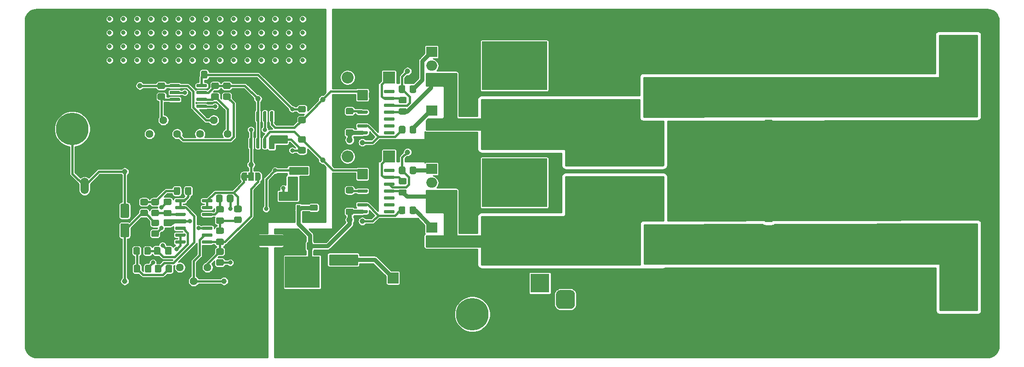
<source format=gbr>
%TF.GenerationSoftware,KiCad,Pcbnew,5.1.10*%
%TF.CreationDate,2021-08-13T16:06:35+12:00*%
%TF.ProjectId,D-Class_Amp,442d436c-6173-4735-9f41-6d702e6b6963,rev?*%
%TF.SameCoordinates,Original*%
%TF.FileFunction,Copper,L1,Top*%
%TF.FilePolarity,Positive*%
%FSLAX46Y46*%
G04 Gerber Fmt 4.6, Leading zero omitted, Abs format (unit mm)*
G04 Created by KiCad (PCBNEW 5.1.10) date 2021-08-13 16:06:35*
%MOMM*%
%LPD*%
G01*
G04 APERTURE LIST*
%TA.AperFunction,EtchedComponent*%
%ADD10C,0.100000*%
%TD*%
%TA.AperFunction,ComponentPad*%
%ADD11C,5.500000*%
%TD*%
%TA.AperFunction,ComponentPad*%
%ADD12R,3.500000X3.500000*%
%TD*%
%TA.AperFunction,ComponentPad*%
%ADD13C,0.800000*%
%TD*%
%TA.AperFunction,ComponentPad*%
%ADD14C,6.000000*%
%TD*%
%TA.AperFunction,ComponentPad*%
%ADD15O,1.508000X3.016000*%
%TD*%
%TA.AperFunction,ComponentPad*%
%ADD16O,2.000000X1.905000*%
%TD*%
%TA.AperFunction,ComponentPad*%
%ADD17R,2.000000X1.905000*%
%TD*%
%TA.AperFunction,SMDPad,CuDef*%
%ADD18R,12.000000X9.000000*%
%TD*%
%TA.AperFunction,ComponentPad*%
%ADD19C,1.000000*%
%TD*%
%TA.AperFunction,SMDPad,CuDef*%
%ADD20R,0.800000X1.900000*%
%TD*%
%TA.AperFunction,SMDPad,CuDef*%
%ADD21C,2.000000*%
%TD*%
%TA.AperFunction,ComponentPad*%
%ADD22C,3.000000*%
%TD*%
%TA.AperFunction,ComponentPad*%
%ADD23C,1.590000*%
%TD*%
%TA.AperFunction,SMDPad,CuDef*%
%ADD24C,0.100000*%
%TD*%
%TA.AperFunction,SMDPad,CuDef*%
%ADD25R,1.000000X1.500000*%
%TD*%
%TA.AperFunction,ComponentPad*%
%ADD26O,2.200000X2.200000*%
%TD*%
%TA.AperFunction,ComponentPad*%
%ADD27R,2.200000X2.200000*%
%TD*%
%TA.AperFunction,ComponentPad*%
%ADD28C,2.000000*%
%TD*%
%TA.AperFunction,ComponentPad*%
%ADD29R,2.000000X2.000000*%
%TD*%
%TA.AperFunction,ComponentPad*%
%ADD30C,1.440000*%
%TD*%
%TA.AperFunction,SMDPad,CuDef*%
%ADD31R,6.400000X5.800000*%
%TD*%
%TA.AperFunction,SMDPad,CuDef*%
%ADD32R,2.200000X1.200000*%
%TD*%
%TA.AperFunction,ViaPad*%
%ADD33C,0.800000*%
%TD*%
%TA.AperFunction,ViaPad*%
%ADD34C,1.200000*%
%TD*%
%TA.AperFunction,Conductor*%
%ADD35C,0.400000*%
%TD*%
%TA.AperFunction,Conductor*%
%ADD36C,0.800000*%
%TD*%
%TA.AperFunction,Conductor*%
%ADD37C,0.254000*%
%TD*%
%TA.AperFunction,Conductor*%
%ADD38C,0.100000*%
%TD*%
G04 APERTURE END LIST*
D10*
%TO.C,NT101*%
G36*
X126968000Y-111490000D02*
G01*
X122968000Y-111490000D01*
X122968000Y-109490000D01*
X126968000Y-109490000D01*
X126968000Y-111490000D01*
G37*
%TO.C,JP201*%
G36*
X120385000Y-98379000D02*
G01*
X120885000Y-98379000D01*
X120885000Y-98979000D01*
X120385000Y-98979000D01*
X120385000Y-98379000D01*
G37*
%TD*%
D11*
%TO.P,M3,1*%
%TO.N,GND*%
X236842000Y-127446000D03*
%TD*%
%TO.P,M3,1*%
%TO.N,GND*%
X236842000Y-72446000D03*
%TD*%
%TO.P,M3,1*%
%TO.N,GND*%
X141842000Y-127446000D03*
%TD*%
%TO.P,M3,1*%
%TO.N,GND*%
X141842000Y-72446000D03*
%TD*%
%TO.P,J101,3*%
%TO.N,N/C*%
%TA.AperFunction,ComponentPad*%
G36*
G01*
X180073000Y-123114000D02*
X178323000Y-123114000D01*
G75*
G02*
X177448000Y-122239000I0J875000D01*
G01*
X177448000Y-120489000D01*
G75*
G02*
X178323000Y-119614000I875000J0D01*
G01*
X180073000Y-119614000D01*
G75*
G02*
X180948000Y-120489000I0J-875000D01*
G01*
X180948000Y-122239000D01*
G75*
G02*
X180073000Y-123114000I-875000J0D01*
G01*
G37*
%TD.AperFunction*%
%TO.P,J101,2*%
%TO.N,GND*%
%TA.AperFunction,ComponentPad*%
G36*
G01*
X175498000Y-125864000D02*
X173498000Y-125864000D01*
G75*
G02*
X172748000Y-125114000I0J750000D01*
G01*
X172748000Y-123614000D01*
G75*
G02*
X173498000Y-122864000I750000J0D01*
G01*
X175498000Y-122864000D01*
G75*
G02*
X176248000Y-123614000I0J-750000D01*
G01*
X176248000Y-125114000D01*
G75*
G02*
X175498000Y-125864000I-750000J0D01*
G01*
G37*
%TD.AperFunction*%
D12*
%TO.P,J101,1*%
%TO.N,VDD*%
X174498000Y-118364000D03*
%TD*%
D13*
%TO.P,GNDS,1*%
%TO.N,GNDS*%
X89982990Y-74990010D03*
X88392000Y-74331000D03*
X86801010Y-74990010D03*
X86142000Y-76581000D03*
X86801010Y-78171990D03*
X88392000Y-78831000D03*
X89982990Y-78171990D03*
X90642000Y-76581000D03*
D14*
X88392000Y-76581000D03*
%TD*%
D13*
%TO.P,SIG,1*%
%TO.N,/Input_Stage/SIG_IN*%
X89982990Y-88325010D03*
X88392000Y-87666000D03*
X86801010Y-88325010D03*
X86142000Y-89916000D03*
X86801010Y-91506990D03*
X88392000Y-92166000D03*
X89982990Y-91506990D03*
X90642000Y-89916000D03*
D14*
X88392000Y-89916000D03*
%TD*%
D15*
%TO.P,J102,T*%
%TO.N,/Input_Stage/SIG_IN*%
X90638000Y-100416000D03*
%TO.P,J102,S*%
%TO.N,GNDS*%
X88138000Y-115316000D03*
%TD*%
D14*
%TO.P,LS101,2*%
%TO.N,/Output_Filter/~SPEAKER_OUT*%
X251587000Y-119888000D03*
D13*
X253177990Y-121449990D03*
X253837000Y-119859000D03*
X253177990Y-118268010D03*
X251587000Y-122109000D03*
X249337000Y-119859000D03*
X251587000Y-117609000D03*
X249996010Y-121449990D03*
X249996010Y-118268010D03*
%TO.P,LS101,1*%
%TO.N,/Output_Filter/SPEAKER_OUT*%
X249996010Y-77507990D03*
X251587000Y-78167000D03*
D14*
X251587000Y-75888000D03*
D13*
X249996010Y-74326010D03*
X251587000Y-73667000D03*
X249337000Y-75917000D03*
X253177990Y-74326010D03*
X253837000Y-75917000D03*
X253177990Y-77507990D03*
%TD*%
D16*
%TO.P,Q504,2*%
%TO.N,/Power_Stage/~P_OUT*%
X154559000Y-110617000D03*
D17*
%TO.P,Q504,1*%
%TO.N,Net-(Q504-Pad1)*%
X154559000Y-108077000D03*
D16*
%TO.P,Q504,3*%
%TO.N,GND*%
X154559000Y-113157000D03*
D13*
%TO.P,Q504,4*%
%TO.N,/Power_Stage/~P_OUT*%
X167850000Y-113201000D03*
X167850000Y-111493000D03*
X167850000Y-109785000D03*
X167850000Y-108077000D03*
X169558000Y-113201000D03*
X169558000Y-111493000D03*
X169558000Y-109785000D03*
X169558000Y-108077000D03*
X171266000Y-113201000D03*
X171266000Y-111493000D03*
X171266000Y-109785000D03*
X171266000Y-108077000D03*
X172974000Y-113201000D03*
X172974000Y-111493000D03*
X172974000Y-109785000D03*
X172974000Y-108077000D03*
D18*
X169799000Y-110617000D03*
%TD*%
D16*
%TO.P,Q503,2*%
%TO.N,VDD*%
X154559000Y-99822000D03*
D17*
%TO.P,Q503,1*%
%TO.N,Net-(Q503-Pad1)*%
X154559000Y-97282000D03*
D16*
%TO.P,Q503,3*%
%TO.N,/Power_Stage/~P_OUT*%
X154559000Y-102362000D03*
D13*
%TO.P,Q503,4*%
%TO.N,VDD*%
X167850000Y-102406000D03*
X167850000Y-100698000D03*
X167850000Y-98990000D03*
X167850000Y-97282000D03*
X169558000Y-102406000D03*
X169558000Y-100698000D03*
X169558000Y-98990000D03*
X169558000Y-97282000D03*
X171266000Y-102406000D03*
X171266000Y-100698000D03*
X171266000Y-98990000D03*
X171266000Y-97282000D03*
X172974000Y-102406000D03*
X172974000Y-100698000D03*
X172974000Y-98990000D03*
X172974000Y-97282000D03*
D18*
X169799000Y-99822000D03*
%TD*%
D16*
%TO.P,Q502,2*%
%TO.N,/Power_Stage/P_OUT*%
X154559000Y-89027000D03*
D17*
%TO.P,Q502,1*%
%TO.N,Net-(Q502-Pad1)*%
X154559000Y-86487000D03*
D16*
%TO.P,Q502,3*%
%TO.N,GND*%
X154559000Y-91567000D03*
D13*
%TO.P,Q502,4*%
%TO.N,/Power_Stage/P_OUT*%
X167850000Y-91611000D03*
X167850000Y-89903000D03*
X167850000Y-88195000D03*
X167850000Y-86487000D03*
X169558000Y-91611000D03*
X169558000Y-89903000D03*
X169558000Y-88195000D03*
X169558000Y-86487000D03*
X171266000Y-91611000D03*
X171266000Y-89903000D03*
X171266000Y-88195000D03*
X171266000Y-86487000D03*
X172974000Y-91611000D03*
X172974000Y-89903000D03*
X172974000Y-88195000D03*
X172974000Y-86487000D03*
D18*
X169799000Y-89027000D03*
%TD*%
D16*
%TO.P,Q501,2*%
%TO.N,VDD*%
X154559000Y-78232000D03*
D17*
%TO.P,Q501,1*%
%TO.N,Net-(Q501-Pad1)*%
X154559000Y-75692000D03*
D16*
%TO.P,Q501,3*%
%TO.N,/Power_Stage/P_OUT*%
X154559000Y-80772000D03*
D13*
%TO.P,Q501,4*%
%TO.N,VDD*%
X167850000Y-80816000D03*
X167850000Y-79108000D03*
X167850000Y-77400000D03*
X167850000Y-75692000D03*
X169558000Y-80816000D03*
X169558000Y-79108000D03*
X169558000Y-77400000D03*
X169558000Y-75692000D03*
X171266000Y-80816000D03*
X171266000Y-79108000D03*
X171266000Y-77400000D03*
X171266000Y-75692000D03*
X172974000Y-80816000D03*
X172974000Y-79108000D03*
X172974000Y-77400000D03*
X172974000Y-75692000D03*
D18*
X169799000Y-78232000D03*
%TD*%
D19*
%TO.P,TP504,1*%
%TO.N,Net-(R505-Pad2)*%
X141795500Y-106934000D03*
%TD*%
%TO.P,TP503,1*%
%TO.N,Net-(R504-Pad2)*%
X150114000Y-94170500D03*
%TD*%
%TO.P,TP502,1*%
%TO.N,Net-(R503-Pad2)*%
X141795500Y-92392500D03*
%TD*%
%TO.P,TP501,1*%
%TO.N,Net-(R502-Pad2)*%
X150114000Y-79248000D03*
%TD*%
%TO.P,TP302,1*%
%TO.N,/S-PWM_Gen/sig_triangle*%
X122555000Y-84328000D03*
%TD*%
%TO.P,TP301,1*%
%TO.N,Net-(R301-Pad1)*%
X100838000Y-81915000D03*
%TD*%
%TO.P,TP202,1*%
%TO.N,Net-(RV201-Pad2)*%
X116332000Y-117983000D03*
%TD*%
%TO.P,TP201,1*%
%TO.N,Net-(C202-Pad1)*%
X98044000Y-117983000D03*
%TD*%
%TO.P,TP110,1*%
%TO.N,/Output_Filter/~SPEAKER_OUT*%
X216535000Y-113665000D03*
%TD*%
%TO.P,TP109,1*%
%TO.N,/Output_Filter/SPEAKER_OUT*%
X216662000Y-81534000D03*
%TD*%
%TO.P,TP108,1*%
%TO.N,/Power_Stage/~P_OUT*%
X180975000Y-106807000D03*
%TD*%
%TO.P,TP107,1*%
%TO.N,/Power_Stage/P_OUT*%
X180975000Y-88392000D03*
%TD*%
%TO.P,TP106,1*%
%TO.N,/Power_Stage/~S-PWM*%
X134493000Y-95631000D03*
%TD*%
%TO.P,TP105,1*%
%TO.N,/Power_Stage/S-PWM*%
X134493000Y-84455000D03*
%TD*%
%TO.P,TP104,1*%
%TO.N,/Input_Stage/FILT_OUT*%
X121285000Y-96520000D03*
%TD*%
%TO.P,TP103,1*%
%TO.N,/Input_Stage/SIG_IN*%
X98044000Y-97790000D03*
%TD*%
%TO.P,TP102,1*%
%TO.N,GNDS*%
X120523000Y-122174000D03*
%TD*%
%TO.P,TP101,1*%
%TO.N,GND*%
X129794000Y-122174000D03*
%TD*%
D20*
%TO.P,U102,3*%
%TO.N,+12V*%
X130048000Y-104878000D03*
%TO.P,U102,2*%
%TO.N,+5V*%
X129098000Y-101878000D03*
%TO.P,U102,1*%
%TO.N,GNDS*%
X130998000Y-101878000D03*
%TD*%
D21*
%TO.P,NT101,2*%
%TO.N,GNDS*%
X122968000Y-110490000D03*
%TO.P,NT101,1*%
%TO.N,GND*%
X126968000Y-110490000D03*
%TD*%
D22*
%TO.P,C403,2*%
%TO.N,/Output_Filter/~SPEAKER_OUT*%
X237998000Y-111252000D03*
%TO.P,C403,1*%
%TO.N,/Output_Filter/SPEAKER_OUT*%
X237998000Y-83752000D03*
%TD*%
D13*
%TO.P,H102,1*%
%TO.N,GND*%
X186369010Y-125796990D03*
X187960000Y-126456000D03*
X189550990Y-125796990D03*
X190210000Y-124206000D03*
X189550990Y-122615010D03*
X187960000Y-121956000D03*
X186369010Y-122615010D03*
X185710000Y-124206000D03*
D14*
X187960000Y-124206000D03*
%TD*%
D13*
%TO.P,H101,1*%
%TO.N,VDD*%
X160461010Y-125669990D03*
X162052000Y-126329000D03*
X163642990Y-125669990D03*
X164302000Y-124079000D03*
X163642990Y-122488010D03*
X162052000Y-121829000D03*
X160461010Y-122488010D03*
X159802000Y-124079000D03*
D14*
X162052000Y-124079000D03*
%TD*%
%TO.P,U302,8*%
%TO.N,+5V*%
%TA.AperFunction,SMDPad,CuDef*%
G36*
G01*
X124945000Y-91543000D02*
X125245000Y-91543000D01*
G75*
G02*
X125395000Y-91693000I0J-150000D01*
G01*
X125395000Y-93343000D01*
G75*
G02*
X125245000Y-93493000I-150000J0D01*
G01*
X124945000Y-93493000D01*
G75*
G02*
X124795000Y-93343000I0J150000D01*
G01*
X124795000Y-91693000D01*
G75*
G02*
X124945000Y-91543000I150000J0D01*
G01*
G37*
%TD.AperFunction*%
%TO.P,U302,7*%
%TO.N,/Power_Stage/~S-PWM*%
%TA.AperFunction,SMDPad,CuDef*%
G36*
G01*
X123675000Y-91543000D02*
X123975000Y-91543000D01*
G75*
G02*
X124125000Y-91693000I0J-150000D01*
G01*
X124125000Y-93343000D01*
G75*
G02*
X123975000Y-93493000I-150000J0D01*
G01*
X123675000Y-93493000D01*
G75*
G02*
X123525000Y-93343000I0J150000D01*
G01*
X123525000Y-91693000D01*
G75*
G02*
X123675000Y-91543000I150000J0D01*
G01*
G37*
%TD.AperFunction*%
%TO.P,U302,6*%
%TO.N,/S-PWM_Gen/sig_triangle*%
%TA.AperFunction,SMDPad,CuDef*%
G36*
G01*
X122405000Y-91543000D02*
X122705000Y-91543000D01*
G75*
G02*
X122855000Y-91693000I0J-150000D01*
G01*
X122855000Y-93343000D01*
G75*
G02*
X122705000Y-93493000I-150000J0D01*
G01*
X122405000Y-93493000D01*
G75*
G02*
X122255000Y-93343000I0J150000D01*
G01*
X122255000Y-91693000D01*
G75*
G02*
X122405000Y-91543000I150000J0D01*
G01*
G37*
%TD.AperFunction*%
%TO.P,U302,5*%
%TO.N,/Input_Stage/FILT_OUT*%
%TA.AperFunction,SMDPad,CuDef*%
G36*
G01*
X121135000Y-91543000D02*
X121435000Y-91543000D01*
G75*
G02*
X121585000Y-91693000I0J-150000D01*
G01*
X121585000Y-93343000D01*
G75*
G02*
X121435000Y-93493000I-150000J0D01*
G01*
X121135000Y-93493000D01*
G75*
G02*
X120985000Y-93343000I0J150000D01*
G01*
X120985000Y-91693000D01*
G75*
G02*
X121135000Y-91543000I150000J0D01*
G01*
G37*
%TD.AperFunction*%
%TO.P,U302,4*%
%TO.N,GNDS*%
%TA.AperFunction,SMDPad,CuDef*%
G36*
G01*
X121135000Y-86593000D02*
X121435000Y-86593000D01*
G75*
G02*
X121585000Y-86743000I0J-150000D01*
G01*
X121585000Y-88393000D01*
G75*
G02*
X121435000Y-88543000I-150000J0D01*
G01*
X121135000Y-88543000D01*
G75*
G02*
X120985000Y-88393000I0J150000D01*
G01*
X120985000Y-86743000D01*
G75*
G02*
X121135000Y-86593000I150000J0D01*
G01*
G37*
%TD.AperFunction*%
%TO.P,U302,3*%
%TO.N,/S-PWM_Gen/sig_triangle*%
%TA.AperFunction,SMDPad,CuDef*%
G36*
G01*
X122405000Y-86593000D02*
X122705000Y-86593000D01*
G75*
G02*
X122855000Y-86743000I0J-150000D01*
G01*
X122855000Y-88393000D01*
G75*
G02*
X122705000Y-88543000I-150000J0D01*
G01*
X122405000Y-88543000D01*
G75*
G02*
X122255000Y-88393000I0J150000D01*
G01*
X122255000Y-86743000D01*
G75*
G02*
X122405000Y-86593000I150000J0D01*
G01*
G37*
%TD.AperFunction*%
%TO.P,U302,2*%
%TO.N,/Input_Stage/FILT_OUT*%
%TA.AperFunction,SMDPad,CuDef*%
G36*
G01*
X123675000Y-86593000D02*
X123975000Y-86593000D01*
G75*
G02*
X124125000Y-86743000I0J-150000D01*
G01*
X124125000Y-88393000D01*
G75*
G02*
X123975000Y-88543000I-150000J0D01*
G01*
X123675000Y-88543000D01*
G75*
G02*
X123525000Y-88393000I0J150000D01*
G01*
X123525000Y-86743000D01*
G75*
G02*
X123675000Y-86593000I150000J0D01*
G01*
G37*
%TD.AperFunction*%
%TO.P,U302,1*%
%TO.N,/Power_Stage/S-PWM*%
%TA.AperFunction,SMDPad,CuDef*%
G36*
G01*
X124945000Y-86593000D02*
X125245000Y-86593000D01*
G75*
G02*
X125395000Y-86743000I0J-150000D01*
G01*
X125395000Y-88393000D01*
G75*
G02*
X125245000Y-88543000I-150000J0D01*
G01*
X124945000Y-88543000D01*
G75*
G02*
X124795000Y-88393000I0J150000D01*
G01*
X124795000Y-86743000D01*
G75*
G02*
X124945000Y-86593000I150000J0D01*
G01*
G37*
%TD.AperFunction*%
%TD*%
D23*
%TO.P,L401,2*%
%TO.N,/Output_Filter/SPEAKER_OUT*%
X195326000Y-82042000D03*
%TO.P,L401,1*%
%TO.N,/Power_Stage/P_OUT*%
X195326000Y-94996000D03*
%TD*%
%TO.P,C303,2*%
%TO.N,GNDS*%
%TA.AperFunction,SMDPad,CuDef*%
G36*
G01*
X126652000Y-93308500D02*
X127602000Y-93308500D01*
G75*
G02*
X127852000Y-93558500I0J-250000D01*
G01*
X127852000Y-94233500D01*
G75*
G02*
X127602000Y-94483500I-250000J0D01*
G01*
X126652000Y-94483500D01*
G75*
G02*
X126402000Y-94233500I0J250000D01*
G01*
X126402000Y-93558500D01*
G75*
G02*
X126652000Y-93308500I250000J0D01*
G01*
G37*
%TD.AperFunction*%
%TO.P,C303,1*%
%TO.N,+5V*%
%TA.AperFunction,SMDPad,CuDef*%
G36*
G01*
X126652000Y-91233500D02*
X127602000Y-91233500D01*
G75*
G02*
X127852000Y-91483500I0J-250000D01*
G01*
X127852000Y-92158500D01*
G75*
G02*
X127602000Y-92408500I-250000J0D01*
G01*
X126652000Y-92408500D01*
G75*
G02*
X126402000Y-92158500I0J250000D01*
G01*
X126402000Y-91483500D01*
G75*
G02*
X126652000Y-91233500I250000J0D01*
G01*
G37*
%TD.AperFunction*%
%TD*%
%TO.P,C301,2*%
%TO.N,GNDS*%
%TA.AperFunction,SMDPad,CuDef*%
G36*
G01*
X111183000Y-79408000D02*
X111183000Y-80358000D01*
G75*
G02*
X110933000Y-80608000I-250000J0D01*
G01*
X110258000Y-80608000D01*
G75*
G02*
X110008000Y-80358000I0J250000D01*
G01*
X110008000Y-79408000D01*
G75*
G02*
X110258000Y-79158000I250000J0D01*
G01*
X110933000Y-79158000D01*
G75*
G02*
X111183000Y-79408000I0J-250000D01*
G01*
G37*
%TD.AperFunction*%
%TO.P,C301,1*%
%TO.N,+5V*%
%TA.AperFunction,SMDPad,CuDef*%
G36*
G01*
X113258000Y-79408000D02*
X113258000Y-80358000D01*
G75*
G02*
X113008000Y-80608000I-250000J0D01*
G01*
X112333000Y-80608000D01*
G75*
G02*
X112083000Y-80358000I0J250000D01*
G01*
X112083000Y-79408000D01*
G75*
G02*
X112333000Y-79158000I250000J0D01*
G01*
X113008000Y-79158000D01*
G75*
G02*
X113258000Y-79408000I0J-250000D01*
G01*
G37*
%TD.AperFunction*%
%TD*%
%TO.P,R102,2*%
%TO.N,+2V5*%
%TA.AperFunction,SMDPad,CuDef*%
G36*
G01*
X131514001Y-98152000D02*
X130613999Y-98152000D01*
G75*
G02*
X130364000Y-97902001I0J249999D01*
G01*
X130364000Y-97201999D01*
G75*
G02*
X130613999Y-96952000I249999J0D01*
G01*
X131514001Y-96952000D01*
G75*
G02*
X131764000Y-97201999I0J-249999D01*
G01*
X131764000Y-97902001D01*
G75*
G02*
X131514001Y-98152000I-249999J0D01*
G01*
G37*
%TD.AperFunction*%
%TO.P,R102,1*%
%TO.N,GNDS*%
%TA.AperFunction,SMDPad,CuDef*%
G36*
G01*
X131514001Y-100152000D02*
X130613999Y-100152000D01*
G75*
G02*
X130364000Y-99902001I0J249999D01*
G01*
X130364000Y-99201999D01*
G75*
G02*
X130613999Y-98952000I249999J0D01*
G01*
X131514001Y-98952000D01*
G75*
G02*
X131764000Y-99201999I0J-249999D01*
G01*
X131764000Y-99902001D01*
G75*
G02*
X131514001Y-100152000I-249999J0D01*
G01*
G37*
%TD.AperFunction*%
%TD*%
%TO.P,R101,2*%
%TO.N,+5V*%
%TA.AperFunction,SMDPad,CuDef*%
G36*
G01*
X128581999Y-98952000D02*
X129482001Y-98952000D01*
G75*
G02*
X129732000Y-99201999I0J-249999D01*
G01*
X129732000Y-99902001D01*
G75*
G02*
X129482001Y-100152000I-249999J0D01*
G01*
X128581999Y-100152000D01*
G75*
G02*
X128332000Y-99902001I0J249999D01*
G01*
X128332000Y-99201999D01*
G75*
G02*
X128581999Y-98952000I249999J0D01*
G01*
G37*
%TD.AperFunction*%
%TO.P,R101,1*%
%TO.N,+2V5*%
%TA.AperFunction,SMDPad,CuDef*%
G36*
G01*
X128581999Y-96952000D02*
X129482001Y-96952000D01*
G75*
G02*
X129732000Y-97201999I0J-249999D01*
G01*
X129732000Y-97902001D01*
G75*
G02*
X129482001Y-98152000I-249999J0D01*
G01*
X128581999Y-98152000D01*
G75*
G02*
X128332000Y-97902001I0J249999D01*
G01*
X128332000Y-97201999D01*
G75*
G02*
X128581999Y-96952000I249999J0D01*
G01*
G37*
%TD.AperFunction*%
%TD*%
%TO.P,L402,2*%
%TO.N,/Output_Filter/~SPEAKER_OUT*%
X195326000Y-113284000D03*
%TO.P,L402,1*%
%TO.N,/Power_Stage/~P_OUT*%
X195326000Y-100330000D03*
%TD*%
%TA.AperFunction,SMDPad,CuDef*%
D24*
%TO.P,JP201,1*%
%TO.N,Net-(JP201-Pad1)*%
G36*
X120535000Y-99429000D02*
G01*
X119985000Y-99429000D01*
X119985000Y-99428398D01*
X119960466Y-99428398D01*
X119911635Y-99423588D01*
X119863510Y-99414016D01*
X119816555Y-99399772D01*
X119771222Y-99380995D01*
X119727949Y-99357864D01*
X119687150Y-99330604D01*
X119649221Y-99299476D01*
X119614524Y-99264779D01*
X119583396Y-99226850D01*
X119556136Y-99186051D01*
X119533005Y-99142778D01*
X119514228Y-99097445D01*
X119499984Y-99050490D01*
X119490412Y-99002365D01*
X119485602Y-98953534D01*
X119485602Y-98929000D01*
X119485000Y-98929000D01*
X119485000Y-98429000D01*
X119485602Y-98429000D01*
X119485602Y-98404466D01*
X119490412Y-98355635D01*
X119499984Y-98307510D01*
X119514228Y-98260555D01*
X119533005Y-98215222D01*
X119556136Y-98171949D01*
X119583396Y-98131150D01*
X119614524Y-98093221D01*
X119649221Y-98058524D01*
X119687150Y-98027396D01*
X119727949Y-98000136D01*
X119771222Y-97977005D01*
X119816555Y-97958228D01*
X119863510Y-97943984D01*
X119911635Y-97934412D01*
X119960466Y-97929602D01*
X119985000Y-97929602D01*
X119985000Y-97929000D01*
X120535000Y-97929000D01*
X120535000Y-99429000D01*
G37*
%TD.AperFunction*%
D25*
%TO.P,JP201,2*%
%TO.N,/Input_Stage/FILT_OUT*%
X121285000Y-98679000D03*
%TA.AperFunction,SMDPad,CuDef*%
D24*
%TO.P,JP201,3*%
%TO.N,/Input_Stage/C_OUT*%
G36*
X122585000Y-97929602D02*
G01*
X122609534Y-97929602D01*
X122658365Y-97934412D01*
X122706490Y-97943984D01*
X122753445Y-97958228D01*
X122798778Y-97977005D01*
X122842051Y-98000136D01*
X122882850Y-98027396D01*
X122920779Y-98058524D01*
X122955476Y-98093221D01*
X122986604Y-98131150D01*
X123013864Y-98171949D01*
X123036995Y-98215222D01*
X123055772Y-98260555D01*
X123070016Y-98307510D01*
X123079588Y-98355635D01*
X123084398Y-98404466D01*
X123084398Y-98429000D01*
X123085000Y-98429000D01*
X123085000Y-98929000D01*
X123084398Y-98929000D01*
X123084398Y-98953534D01*
X123079588Y-99002365D01*
X123070016Y-99050490D01*
X123055772Y-99097445D01*
X123036995Y-99142778D01*
X123013864Y-99186051D01*
X122986604Y-99226850D01*
X122955476Y-99264779D01*
X122920779Y-99299476D01*
X122882850Y-99330604D01*
X122842051Y-99357864D01*
X122798778Y-99380995D01*
X122753445Y-99399772D01*
X122706490Y-99414016D01*
X122658365Y-99423588D01*
X122609534Y-99428398D01*
X122585000Y-99428398D01*
X122585000Y-99429000D01*
X122035000Y-99429000D01*
X122035000Y-97929000D01*
X122585000Y-97929000D01*
X122585000Y-97929602D01*
G37*
%TD.AperFunction*%
%TD*%
D26*
%TO.P,D502,2*%
%TO.N,+12V*%
X139065000Y-94996000D03*
D27*
%TO.P,D502,1*%
%TO.N,Net-(C503-Pad1)*%
X146685000Y-94996000D03*
%TD*%
D26*
%TO.P,D501,2*%
%TO.N,+12V*%
X139065000Y-80391000D03*
D27*
%TO.P,D501,1*%
%TO.N,Net-(C502-Pad1)*%
X146685000Y-80391000D03*
%TD*%
%TO.P,C402,2*%
%TO.N,GND*%
%TA.AperFunction,SMDPad,CuDef*%
G36*
G01*
X217148500Y-107091000D02*
X216048500Y-107091000D01*
G75*
G02*
X215798500Y-106841000I0J250000D01*
G01*
X215798500Y-104741000D01*
G75*
G02*
X216048500Y-104491000I250000J0D01*
G01*
X217148500Y-104491000D01*
G75*
G02*
X217398500Y-104741000I0J-250000D01*
G01*
X217398500Y-106841000D01*
G75*
G02*
X217148500Y-107091000I-250000J0D01*
G01*
G37*
%TD.AperFunction*%
%TO.P,C402,1*%
%TO.N,/Output_Filter/~SPEAKER_OUT*%
%TA.AperFunction,SMDPad,CuDef*%
G36*
G01*
X217148500Y-110691000D02*
X216048500Y-110691000D01*
G75*
G02*
X215798500Y-110441000I0J250000D01*
G01*
X215798500Y-108341000D01*
G75*
G02*
X216048500Y-108091000I250000J0D01*
G01*
X217148500Y-108091000D01*
G75*
G02*
X217398500Y-108341000I0J-250000D01*
G01*
X217398500Y-110441000D01*
G75*
G02*
X217148500Y-110691000I-250000J0D01*
G01*
G37*
%TD.AperFunction*%
%TD*%
%TO.P,C401,2*%
%TO.N,GND*%
%TA.AperFunction,SMDPad,CuDef*%
G36*
G01*
X216048500Y-88215500D02*
X217148500Y-88215500D01*
G75*
G02*
X217398500Y-88465500I0J-250000D01*
G01*
X217398500Y-90565500D01*
G75*
G02*
X217148500Y-90815500I-250000J0D01*
G01*
X216048500Y-90815500D01*
G75*
G02*
X215798500Y-90565500I0J250000D01*
G01*
X215798500Y-88465500D01*
G75*
G02*
X216048500Y-88215500I250000J0D01*
G01*
G37*
%TD.AperFunction*%
%TO.P,C401,1*%
%TO.N,/Output_Filter/SPEAKER_OUT*%
%TA.AperFunction,SMDPad,CuDef*%
G36*
G01*
X216048500Y-84615500D02*
X217148500Y-84615500D01*
G75*
G02*
X217398500Y-84865500I0J-250000D01*
G01*
X217398500Y-86965500D01*
G75*
G02*
X217148500Y-87215500I-250000J0D01*
G01*
X216048500Y-87215500D01*
G75*
G02*
X215798500Y-86965500I0J250000D01*
G01*
X215798500Y-84865500D01*
G75*
G02*
X216048500Y-84615500I250000J0D01*
G01*
G37*
%TD.AperFunction*%
%TD*%
%TO.P,C202,2*%
%TO.N,/Input_Stage/SIG_IN*%
%TA.AperFunction,SMDPad,CuDef*%
G36*
G01*
X98594000Y-106307000D02*
X97494000Y-106307000D01*
G75*
G02*
X97244000Y-106057000I0J250000D01*
G01*
X97244000Y-103957000D01*
G75*
G02*
X97494000Y-103707000I250000J0D01*
G01*
X98594000Y-103707000D01*
G75*
G02*
X98844000Y-103957000I0J-250000D01*
G01*
X98844000Y-106057000D01*
G75*
G02*
X98594000Y-106307000I-250000J0D01*
G01*
G37*
%TD.AperFunction*%
%TO.P,C202,1*%
%TO.N,Net-(C202-Pad1)*%
%TA.AperFunction,SMDPad,CuDef*%
G36*
G01*
X98594000Y-109907000D02*
X97494000Y-109907000D01*
G75*
G02*
X97244000Y-109657000I0J250000D01*
G01*
X97244000Y-107557000D01*
G75*
G02*
X97494000Y-107307000I250000J0D01*
G01*
X98594000Y-107307000D01*
G75*
G02*
X98844000Y-107557000I0J-250000D01*
G01*
X98844000Y-109657000D01*
G75*
G02*
X98594000Y-109907000I-250000J0D01*
G01*
G37*
%TD.AperFunction*%
%TD*%
D28*
%TO.P,C104,2*%
%TO.N,GND*%
X147447000Y-112395000D03*
D29*
%TO.P,C104,1*%
%TO.N,VDD*%
X147447000Y-117395000D03*
%TD*%
D30*
%TO.P,RV201,1*%
%TO.N,Net-(RV201-Pad1)*%
X108204000Y-115443000D03*
%TO.P,RV201,2*%
%TO.N,Net-(RV201-Pad2)*%
X110744000Y-117983000D03*
%TO.P,RV201,3*%
%TO.N,/Input_Stage/C_OUT*%
X113284000Y-115443000D03*
%TD*%
D31*
%TO.P,U101,2*%
%TO.N,+12V*%
X130742000Y-116332000D03*
D32*
%TO.P,U101,3*%
%TO.N,VDD*%
X137042000Y-114052000D03*
%TO.P,U101,1*%
%TO.N,GND*%
X137042000Y-118612000D03*
%TD*%
%TO.P,C504,2*%
%TO.N,GND*%
%TA.AperFunction,SMDPad,CuDef*%
G36*
G01*
X139921000Y-103690000D02*
X138971000Y-103690000D01*
G75*
G02*
X138721000Y-103440000I0J250000D01*
G01*
X138721000Y-102765000D01*
G75*
G02*
X138971000Y-102515000I250000J0D01*
G01*
X139921000Y-102515000D01*
G75*
G02*
X140171000Y-102765000I0J-250000D01*
G01*
X140171000Y-103440000D01*
G75*
G02*
X139921000Y-103690000I-250000J0D01*
G01*
G37*
%TD.AperFunction*%
%TO.P,C504,1*%
%TO.N,+12V*%
%TA.AperFunction,SMDPad,CuDef*%
G36*
G01*
X139921000Y-105765000D02*
X138971000Y-105765000D01*
G75*
G02*
X138721000Y-105515000I0J250000D01*
G01*
X138721000Y-104840000D01*
G75*
G02*
X138971000Y-104590000I250000J0D01*
G01*
X139921000Y-104590000D01*
G75*
G02*
X140171000Y-104840000I0J-250000D01*
G01*
X140171000Y-105515000D01*
G75*
G02*
X139921000Y-105765000I-250000J0D01*
G01*
G37*
%TD.AperFunction*%
%TD*%
%TO.P,C501,2*%
%TO.N,GND*%
%TA.AperFunction,SMDPad,CuDef*%
G36*
G01*
X139921000Y-89063500D02*
X138971000Y-89063500D01*
G75*
G02*
X138721000Y-88813500I0J250000D01*
G01*
X138721000Y-88138500D01*
G75*
G02*
X138971000Y-87888500I250000J0D01*
G01*
X139921000Y-87888500D01*
G75*
G02*
X140171000Y-88138500I0J-250000D01*
G01*
X140171000Y-88813500D01*
G75*
G02*
X139921000Y-89063500I-250000J0D01*
G01*
G37*
%TD.AperFunction*%
%TO.P,C501,1*%
%TO.N,+12V*%
%TA.AperFunction,SMDPad,CuDef*%
G36*
G01*
X139921000Y-91138500D02*
X138971000Y-91138500D01*
G75*
G02*
X138721000Y-90888500I0J250000D01*
G01*
X138721000Y-90213500D01*
G75*
G02*
X138971000Y-89963500I250000J0D01*
G01*
X139921000Y-89963500D01*
G75*
G02*
X140171000Y-90213500I0J-250000D01*
G01*
X140171000Y-90888500D01*
G75*
G02*
X139921000Y-91138500I-250000J0D01*
G01*
G37*
%TD.AperFunction*%
%TD*%
%TO.P,C105,2*%
%TO.N,GNDS*%
%TA.AperFunction,SMDPad,CuDef*%
G36*
G01*
X126779000Y-103806500D02*
X127729000Y-103806500D01*
G75*
G02*
X127979000Y-104056500I0J-250000D01*
G01*
X127979000Y-104731500D01*
G75*
G02*
X127729000Y-104981500I-250000J0D01*
G01*
X126779000Y-104981500D01*
G75*
G02*
X126529000Y-104731500I0J250000D01*
G01*
X126529000Y-104056500D01*
G75*
G02*
X126779000Y-103806500I250000J0D01*
G01*
G37*
%TD.AperFunction*%
%TO.P,C105,1*%
%TO.N,+5V*%
%TA.AperFunction,SMDPad,CuDef*%
G36*
G01*
X126779000Y-101731500D02*
X127729000Y-101731500D01*
G75*
G02*
X127979000Y-101981500I0J-250000D01*
G01*
X127979000Y-102656500D01*
G75*
G02*
X127729000Y-102906500I-250000J0D01*
G01*
X126779000Y-102906500D01*
G75*
G02*
X126529000Y-102656500I0J250000D01*
G01*
X126529000Y-101981500D01*
G75*
G02*
X126779000Y-101731500I250000J0D01*
G01*
G37*
%TD.AperFunction*%
%TD*%
%TO.P,C103,2*%
%TO.N,GNDS*%
%TA.AperFunction,SMDPad,CuDef*%
G36*
G01*
X133317000Y-102928000D02*
X132367000Y-102928000D01*
G75*
G02*
X132117000Y-102678000I0J250000D01*
G01*
X132117000Y-102003000D01*
G75*
G02*
X132367000Y-101753000I250000J0D01*
G01*
X133317000Y-101753000D01*
G75*
G02*
X133567000Y-102003000I0J-250000D01*
G01*
X133567000Y-102678000D01*
G75*
G02*
X133317000Y-102928000I-250000J0D01*
G01*
G37*
%TD.AperFunction*%
%TO.P,C103,1*%
%TO.N,+12V*%
%TA.AperFunction,SMDPad,CuDef*%
G36*
G01*
X133317000Y-105003000D02*
X132367000Y-105003000D01*
G75*
G02*
X132117000Y-104753000I0J250000D01*
G01*
X132117000Y-104078000D01*
G75*
G02*
X132367000Y-103828000I250000J0D01*
G01*
X133317000Y-103828000D01*
G75*
G02*
X133567000Y-104078000I0J-250000D01*
G01*
X133567000Y-104753000D01*
G75*
G02*
X133317000Y-105003000I-250000J0D01*
G01*
G37*
%TD.AperFunction*%
%TD*%
%TO.P,C102,2*%
%TO.N,GND*%
%TA.AperFunction,SMDPad,CuDef*%
G36*
G01*
X130614000Y-111031000D02*
X130614000Y-111981000D01*
G75*
G02*
X130364000Y-112231000I-250000J0D01*
G01*
X129689000Y-112231000D01*
G75*
G02*
X129439000Y-111981000I0J250000D01*
G01*
X129439000Y-111031000D01*
G75*
G02*
X129689000Y-110781000I250000J0D01*
G01*
X130364000Y-110781000D01*
G75*
G02*
X130614000Y-111031000I0J-250000D01*
G01*
G37*
%TD.AperFunction*%
%TO.P,C102,1*%
%TO.N,+12V*%
%TA.AperFunction,SMDPad,CuDef*%
G36*
G01*
X132689000Y-111031000D02*
X132689000Y-111981000D01*
G75*
G02*
X132439000Y-112231000I-250000J0D01*
G01*
X131764000Y-112231000D01*
G75*
G02*
X131514000Y-111981000I0J250000D01*
G01*
X131514000Y-111031000D01*
G75*
G02*
X131764000Y-110781000I250000J0D01*
G01*
X132439000Y-110781000D01*
G75*
G02*
X132689000Y-111031000I0J-250000D01*
G01*
G37*
%TD.AperFunction*%
%TD*%
%TO.P,C101,2*%
%TO.N,GND*%
%TA.AperFunction,SMDPad,CuDef*%
G36*
G01*
X139479000Y-115512000D02*
X140429000Y-115512000D01*
G75*
G02*
X140679000Y-115762000I0J-250000D01*
G01*
X140679000Y-116437000D01*
G75*
G02*
X140429000Y-116687000I-250000J0D01*
G01*
X139479000Y-116687000D01*
G75*
G02*
X139229000Y-116437000I0J250000D01*
G01*
X139229000Y-115762000D01*
G75*
G02*
X139479000Y-115512000I250000J0D01*
G01*
G37*
%TD.AperFunction*%
%TO.P,C101,1*%
%TO.N,VDD*%
%TA.AperFunction,SMDPad,CuDef*%
G36*
G01*
X139479000Y-113437000D02*
X140429000Y-113437000D01*
G75*
G02*
X140679000Y-113687000I0J-250000D01*
G01*
X140679000Y-114362000D01*
G75*
G02*
X140429000Y-114612000I-250000J0D01*
G01*
X139479000Y-114612000D01*
G75*
G02*
X139229000Y-114362000I0J250000D01*
G01*
X139229000Y-113687000D01*
G75*
G02*
X139479000Y-113437000I250000J0D01*
G01*
G37*
%TD.AperFunction*%
%TD*%
%TO.P,R201,2*%
%TO.N,Net-(C202-Pad1)*%
%TA.AperFunction,SMDPad,CuDef*%
G36*
G01*
X104082001Y-107820000D02*
X103181999Y-107820000D01*
G75*
G02*
X102932000Y-107570001I0J249999D01*
G01*
X102932000Y-106869999D01*
G75*
G02*
X103181999Y-106620000I249999J0D01*
G01*
X104082001Y-106620000D01*
G75*
G02*
X104332000Y-106869999I0J-249999D01*
G01*
X104332000Y-107570001D01*
G75*
G02*
X104082001Y-107820000I-249999J0D01*
G01*
G37*
%TD.AperFunction*%
%TO.P,R201,1*%
%TO.N,+2V5*%
%TA.AperFunction,SMDPad,CuDef*%
G36*
G01*
X104082001Y-109820000D02*
X103181999Y-109820000D01*
G75*
G02*
X102932000Y-109570001I0J249999D01*
G01*
X102932000Y-108869999D01*
G75*
G02*
X103181999Y-108620000I249999J0D01*
G01*
X104082001Y-108620000D01*
G75*
G02*
X104332000Y-108869999I0J-249999D01*
G01*
X104332000Y-109570001D01*
G75*
G02*
X104082001Y-109820000I-249999J0D01*
G01*
G37*
%TD.AperFunction*%
%TD*%
%TO.P,U301,8*%
%TO.N,+5V*%
%TA.AperFunction,SMDPad,CuDef*%
G36*
G01*
X111228000Y-82065000D02*
X111228000Y-81765000D01*
G75*
G02*
X111378000Y-81615000I150000J0D01*
G01*
X113028000Y-81615000D01*
G75*
G02*
X113178000Y-81765000I0J-150000D01*
G01*
X113178000Y-82065000D01*
G75*
G02*
X113028000Y-82215000I-150000J0D01*
G01*
X111378000Y-82215000D01*
G75*
G02*
X111228000Y-82065000I0J150000D01*
G01*
G37*
%TD.AperFunction*%
%TO.P,U301,7*%
%TO.N,/S-PWM_Gen/sig_triangle*%
%TA.AperFunction,SMDPad,CuDef*%
G36*
G01*
X111228000Y-83335000D02*
X111228000Y-83035000D01*
G75*
G02*
X111378000Y-82885000I150000J0D01*
G01*
X113028000Y-82885000D01*
G75*
G02*
X113178000Y-83035000I0J-150000D01*
G01*
X113178000Y-83335000D01*
G75*
G02*
X113028000Y-83485000I-150000J0D01*
G01*
X111378000Y-83485000D01*
G75*
G02*
X111228000Y-83335000I0J150000D01*
G01*
G37*
%TD.AperFunction*%
%TO.P,U301,6*%
%TO.N,Net-(C302-Pad2)*%
%TA.AperFunction,SMDPad,CuDef*%
G36*
G01*
X111228000Y-84605000D02*
X111228000Y-84305000D01*
G75*
G02*
X111378000Y-84155000I150000J0D01*
G01*
X113028000Y-84155000D01*
G75*
G02*
X113178000Y-84305000I0J-150000D01*
G01*
X113178000Y-84605000D01*
G75*
G02*
X113028000Y-84755000I-150000J0D01*
G01*
X111378000Y-84755000D01*
G75*
G02*
X111228000Y-84605000I0J150000D01*
G01*
G37*
%TD.AperFunction*%
%TO.P,U301,5*%
%TO.N,+2V5*%
%TA.AperFunction,SMDPad,CuDef*%
G36*
G01*
X111228000Y-85875000D02*
X111228000Y-85575000D01*
G75*
G02*
X111378000Y-85425000I150000J0D01*
G01*
X113028000Y-85425000D01*
G75*
G02*
X113178000Y-85575000I0J-150000D01*
G01*
X113178000Y-85875000D01*
G75*
G02*
X113028000Y-86025000I-150000J0D01*
G01*
X111378000Y-86025000D01*
G75*
G02*
X111228000Y-85875000I0J150000D01*
G01*
G37*
%TD.AperFunction*%
%TO.P,U301,4*%
%TO.N,GNDS*%
%TA.AperFunction,SMDPad,CuDef*%
G36*
G01*
X106278000Y-85875000D02*
X106278000Y-85575000D01*
G75*
G02*
X106428000Y-85425000I150000J0D01*
G01*
X108078000Y-85425000D01*
G75*
G02*
X108228000Y-85575000I0J-150000D01*
G01*
X108228000Y-85875000D01*
G75*
G02*
X108078000Y-86025000I-150000J0D01*
G01*
X106428000Y-86025000D01*
G75*
G02*
X106278000Y-85875000I0J150000D01*
G01*
G37*
%TD.AperFunction*%
%TO.P,U301,3*%
%TO.N,Net-(R301-Pad2)*%
%TA.AperFunction,SMDPad,CuDef*%
G36*
G01*
X106278000Y-84605000D02*
X106278000Y-84305000D01*
G75*
G02*
X106428000Y-84155000I150000J0D01*
G01*
X108078000Y-84155000D01*
G75*
G02*
X108228000Y-84305000I0J-150000D01*
G01*
X108228000Y-84605000D01*
G75*
G02*
X108078000Y-84755000I-150000J0D01*
G01*
X106428000Y-84755000D01*
G75*
G02*
X106278000Y-84605000I0J150000D01*
G01*
G37*
%TD.AperFunction*%
%TO.P,U301,2*%
%TO.N,+2V5*%
%TA.AperFunction,SMDPad,CuDef*%
G36*
G01*
X106278000Y-83335000D02*
X106278000Y-83035000D01*
G75*
G02*
X106428000Y-82885000I150000J0D01*
G01*
X108078000Y-82885000D01*
G75*
G02*
X108228000Y-83035000I0J-150000D01*
G01*
X108228000Y-83335000D01*
G75*
G02*
X108078000Y-83485000I-150000J0D01*
G01*
X106428000Y-83485000D01*
G75*
G02*
X106278000Y-83335000I0J150000D01*
G01*
G37*
%TD.AperFunction*%
%TO.P,U301,1*%
%TO.N,Net-(R301-Pad1)*%
%TA.AperFunction,SMDPad,CuDef*%
G36*
G01*
X106278000Y-82065000D02*
X106278000Y-81765000D01*
G75*
G02*
X106428000Y-81615000I150000J0D01*
G01*
X108078000Y-81615000D01*
G75*
G02*
X108228000Y-81765000I0J-150000D01*
G01*
X108228000Y-82065000D01*
G75*
G02*
X108078000Y-82215000I-150000J0D01*
G01*
X106428000Y-82215000D01*
G75*
G02*
X106278000Y-82065000I0J150000D01*
G01*
G37*
%TD.AperFunction*%
%TD*%
%TO.P,U502,14*%
%TO.N,Net-(U502-Pad14)*%
%TA.AperFunction,SMDPad,CuDef*%
G36*
G01*
X145772000Y-97686000D02*
X145772000Y-97386000D01*
G75*
G02*
X145922000Y-97236000I150000J0D01*
G01*
X147572000Y-97236000D01*
G75*
G02*
X147722000Y-97386000I0J-150000D01*
G01*
X147722000Y-97686000D01*
G75*
G02*
X147572000Y-97836000I-150000J0D01*
G01*
X145922000Y-97836000D01*
G75*
G02*
X145772000Y-97686000I0J150000D01*
G01*
G37*
%TD.AperFunction*%
%TO.P,U502,13*%
%TO.N,Net-(C503-Pad1)*%
%TA.AperFunction,SMDPad,CuDef*%
G36*
G01*
X145772000Y-98956000D02*
X145772000Y-98656000D01*
G75*
G02*
X145922000Y-98506000I150000J0D01*
G01*
X147572000Y-98506000D01*
G75*
G02*
X147722000Y-98656000I0J-150000D01*
G01*
X147722000Y-98956000D01*
G75*
G02*
X147572000Y-99106000I-150000J0D01*
G01*
X145922000Y-99106000D01*
G75*
G02*
X145772000Y-98956000I0J150000D01*
G01*
G37*
%TD.AperFunction*%
%TO.P,U502,12*%
%TO.N,Net-(R504-Pad2)*%
%TA.AperFunction,SMDPad,CuDef*%
G36*
G01*
X145772000Y-100226000D02*
X145772000Y-99926000D01*
G75*
G02*
X145922000Y-99776000I150000J0D01*
G01*
X147572000Y-99776000D01*
G75*
G02*
X147722000Y-99926000I0J-150000D01*
G01*
X147722000Y-100226000D01*
G75*
G02*
X147572000Y-100376000I-150000J0D01*
G01*
X145922000Y-100376000D01*
G75*
G02*
X145772000Y-100226000I0J150000D01*
G01*
G37*
%TD.AperFunction*%
%TO.P,U502,11*%
%TO.N,/Power_Stage/~P_OUT*%
%TA.AperFunction,SMDPad,CuDef*%
G36*
G01*
X145772000Y-101496000D02*
X145772000Y-101196000D01*
G75*
G02*
X145922000Y-101046000I150000J0D01*
G01*
X147572000Y-101046000D01*
G75*
G02*
X147722000Y-101196000I0J-150000D01*
G01*
X147722000Y-101496000D01*
G75*
G02*
X147572000Y-101646000I-150000J0D01*
G01*
X145922000Y-101646000D01*
G75*
G02*
X145772000Y-101496000I0J150000D01*
G01*
G37*
%TD.AperFunction*%
%TO.P,U502,10*%
%TO.N,Net-(U502-Pad10)*%
%TA.AperFunction,SMDPad,CuDef*%
G36*
G01*
X145772000Y-102766000D02*
X145772000Y-102466000D01*
G75*
G02*
X145922000Y-102316000I150000J0D01*
G01*
X147572000Y-102316000D01*
G75*
G02*
X147722000Y-102466000I0J-150000D01*
G01*
X147722000Y-102766000D01*
G75*
G02*
X147572000Y-102916000I-150000J0D01*
G01*
X145922000Y-102916000D01*
G75*
G02*
X145772000Y-102766000I0J150000D01*
G01*
G37*
%TD.AperFunction*%
%TO.P,U502,9*%
%TO.N,Net-(U502-Pad9)*%
%TA.AperFunction,SMDPad,CuDef*%
G36*
G01*
X145772000Y-104036000D02*
X145772000Y-103736000D01*
G75*
G02*
X145922000Y-103586000I150000J0D01*
G01*
X147572000Y-103586000D01*
G75*
G02*
X147722000Y-103736000I0J-150000D01*
G01*
X147722000Y-104036000D01*
G75*
G02*
X147572000Y-104186000I-150000J0D01*
G01*
X145922000Y-104186000D01*
G75*
G02*
X145772000Y-104036000I0J150000D01*
G01*
G37*
%TD.AperFunction*%
%TO.P,U502,8*%
%TO.N,Net-(U502-Pad8)*%
%TA.AperFunction,SMDPad,CuDef*%
G36*
G01*
X145772000Y-105306000D02*
X145772000Y-105006000D01*
G75*
G02*
X145922000Y-104856000I150000J0D01*
G01*
X147572000Y-104856000D01*
G75*
G02*
X147722000Y-105006000I0J-150000D01*
G01*
X147722000Y-105306000D01*
G75*
G02*
X147572000Y-105456000I-150000J0D01*
G01*
X145922000Y-105456000D01*
G75*
G02*
X145772000Y-105306000I0J150000D01*
G01*
G37*
%TD.AperFunction*%
%TO.P,U502,7*%
%TO.N,+12V*%
%TA.AperFunction,SMDPad,CuDef*%
G36*
G01*
X140822000Y-105306000D02*
X140822000Y-105006000D01*
G75*
G02*
X140972000Y-104856000I150000J0D01*
G01*
X142622000Y-104856000D01*
G75*
G02*
X142772000Y-105006000I0J-150000D01*
G01*
X142772000Y-105306000D01*
G75*
G02*
X142622000Y-105456000I-150000J0D01*
G01*
X140972000Y-105456000D01*
G75*
G02*
X140822000Y-105306000I0J150000D01*
G01*
G37*
%TD.AperFunction*%
%TO.P,U502,6*%
%TO.N,Net-(R505-Pad2)*%
%TA.AperFunction,SMDPad,CuDef*%
G36*
G01*
X140822000Y-104036000D02*
X140822000Y-103736000D01*
G75*
G02*
X140972000Y-103586000I150000J0D01*
G01*
X142622000Y-103586000D01*
G75*
G02*
X142772000Y-103736000I0J-150000D01*
G01*
X142772000Y-104036000D01*
G75*
G02*
X142622000Y-104186000I-150000J0D01*
G01*
X140972000Y-104186000D01*
G75*
G02*
X140822000Y-104036000I0J150000D01*
G01*
G37*
%TD.AperFunction*%
%TO.P,U502,5*%
%TO.N,GND*%
%TA.AperFunction,SMDPad,CuDef*%
G36*
G01*
X140822000Y-102766000D02*
X140822000Y-102466000D01*
G75*
G02*
X140972000Y-102316000I150000J0D01*
G01*
X142622000Y-102316000D01*
G75*
G02*
X142772000Y-102466000I0J-150000D01*
G01*
X142772000Y-102766000D01*
G75*
G02*
X142622000Y-102916000I-150000J0D01*
G01*
X140972000Y-102916000D01*
G75*
G02*
X140822000Y-102766000I0J150000D01*
G01*
G37*
%TD.AperFunction*%
%TO.P,U502,4*%
%TO.N,Net-(R506-Pad2)*%
%TA.AperFunction,SMDPad,CuDef*%
G36*
G01*
X140822000Y-101496000D02*
X140822000Y-101196000D01*
G75*
G02*
X140972000Y-101046000I150000J0D01*
G01*
X142622000Y-101046000D01*
G75*
G02*
X142772000Y-101196000I0J-150000D01*
G01*
X142772000Y-101496000D01*
G75*
G02*
X142622000Y-101646000I-150000J0D01*
G01*
X140972000Y-101646000D01*
G75*
G02*
X140822000Y-101496000I0J150000D01*
G01*
G37*
%TD.AperFunction*%
%TO.P,U502,3*%
%TO.N,GND*%
%TA.AperFunction,SMDPad,CuDef*%
G36*
G01*
X140822000Y-100226000D02*
X140822000Y-99926000D01*
G75*
G02*
X140972000Y-99776000I150000J0D01*
G01*
X142622000Y-99776000D01*
G75*
G02*
X142772000Y-99926000I0J-150000D01*
G01*
X142772000Y-100226000D01*
G75*
G02*
X142622000Y-100376000I-150000J0D01*
G01*
X140972000Y-100376000D01*
G75*
G02*
X140822000Y-100226000I0J150000D01*
G01*
G37*
%TD.AperFunction*%
%TO.P,U502,2*%
%TO.N,/Power_Stage/~S-PWM*%
%TA.AperFunction,SMDPad,CuDef*%
G36*
G01*
X140822000Y-98956000D02*
X140822000Y-98656000D01*
G75*
G02*
X140972000Y-98506000I150000J0D01*
G01*
X142622000Y-98506000D01*
G75*
G02*
X142772000Y-98656000I0J-150000D01*
G01*
X142772000Y-98956000D01*
G75*
G02*
X142622000Y-99106000I-150000J0D01*
G01*
X140972000Y-99106000D01*
G75*
G02*
X140822000Y-98956000I0J150000D01*
G01*
G37*
%TD.AperFunction*%
%TO.P,U502,1*%
%TA.AperFunction,SMDPad,CuDef*%
G36*
G01*
X140822000Y-97686000D02*
X140822000Y-97386000D01*
G75*
G02*
X140972000Y-97236000I150000J0D01*
G01*
X142622000Y-97236000D01*
G75*
G02*
X142772000Y-97386000I0J-150000D01*
G01*
X142772000Y-97686000D01*
G75*
G02*
X142622000Y-97836000I-150000J0D01*
G01*
X140972000Y-97836000D01*
G75*
G02*
X140822000Y-97686000I0J150000D01*
G01*
G37*
%TD.AperFunction*%
%TD*%
%TO.P,U501,14*%
%TO.N,Net-(U501-Pad14)*%
%TA.AperFunction,SMDPad,CuDef*%
G36*
G01*
X145786200Y-83131800D02*
X145786200Y-82831800D01*
G75*
G02*
X145936200Y-82681800I150000J0D01*
G01*
X147586200Y-82681800D01*
G75*
G02*
X147736200Y-82831800I0J-150000D01*
G01*
X147736200Y-83131800D01*
G75*
G02*
X147586200Y-83281800I-150000J0D01*
G01*
X145936200Y-83281800D01*
G75*
G02*
X145786200Y-83131800I0J150000D01*
G01*
G37*
%TD.AperFunction*%
%TO.P,U501,13*%
%TO.N,Net-(C502-Pad1)*%
%TA.AperFunction,SMDPad,CuDef*%
G36*
G01*
X145786200Y-84401800D02*
X145786200Y-84101800D01*
G75*
G02*
X145936200Y-83951800I150000J0D01*
G01*
X147586200Y-83951800D01*
G75*
G02*
X147736200Y-84101800I0J-150000D01*
G01*
X147736200Y-84401800D01*
G75*
G02*
X147586200Y-84551800I-150000J0D01*
G01*
X145936200Y-84551800D01*
G75*
G02*
X145786200Y-84401800I0J150000D01*
G01*
G37*
%TD.AperFunction*%
%TO.P,U501,12*%
%TO.N,Net-(R502-Pad2)*%
%TA.AperFunction,SMDPad,CuDef*%
G36*
G01*
X145786200Y-85671800D02*
X145786200Y-85371800D01*
G75*
G02*
X145936200Y-85221800I150000J0D01*
G01*
X147586200Y-85221800D01*
G75*
G02*
X147736200Y-85371800I0J-150000D01*
G01*
X147736200Y-85671800D01*
G75*
G02*
X147586200Y-85821800I-150000J0D01*
G01*
X145936200Y-85821800D01*
G75*
G02*
X145786200Y-85671800I0J150000D01*
G01*
G37*
%TD.AperFunction*%
%TO.P,U501,11*%
%TO.N,/Power_Stage/P_OUT*%
%TA.AperFunction,SMDPad,CuDef*%
G36*
G01*
X145786200Y-86941800D02*
X145786200Y-86641800D01*
G75*
G02*
X145936200Y-86491800I150000J0D01*
G01*
X147586200Y-86491800D01*
G75*
G02*
X147736200Y-86641800I0J-150000D01*
G01*
X147736200Y-86941800D01*
G75*
G02*
X147586200Y-87091800I-150000J0D01*
G01*
X145936200Y-87091800D01*
G75*
G02*
X145786200Y-86941800I0J150000D01*
G01*
G37*
%TD.AperFunction*%
%TO.P,U501,10*%
%TO.N,Net-(U501-Pad10)*%
%TA.AperFunction,SMDPad,CuDef*%
G36*
G01*
X145786200Y-88211800D02*
X145786200Y-87911800D01*
G75*
G02*
X145936200Y-87761800I150000J0D01*
G01*
X147586200Y-87761800D01*
G75*
G02*
X147736200Y-87911800I0J-150000D01*
G01*
X147736200Y-88211800D01*
G75*
G02*
X147586200Y-88361800I-150000J0D01*
G01*
X145936200Y-88361800D01*
G75*
G02*
X145786200Y-88211800I0J150000D01*
G01*
G37*
%TD.AperFunction*%
%TO.P,U501,9*%
%TO.N,Net-(U501-Pad9)*%
%TA.AperFunction,SMDPad,CuDef*%
G36*
G01*
X145786200Y-89481800D02*
X145786200Y-89181800D01*
G75*
G02*
X145936200Y-89031800I150000J0D01*
G01*
X147586200Y-89031800D01*
G75*
G02*
X147736200Y-89181800I0J-150000D01*
G01*
X147736200Y-89481800D01*
G75*
G02*
X147586200Y-89631800I-150000J0D01*
G01*
X145936200Y-89631800D01*
G75*
G02*
X145786200Y-89481800I0J150000D01*
G01*
G37*
%TD.AperFunction*%
%TO.P,U501,8*%
%TO.N,Net-(U501-Pad8)*%
%TA.AperFunction,SMDPad,CuDef*%
G36*
G01*
X145786200Y-90751800D02*
X145786200Y-90451800D01*
G75*
G02*
X145936200Y-90301800I150000J0D01*
G01*
X147586200Y-90301800D01*
G75*
G02*
X147736200Y-90451800I0J-150000D01*
G01*
X147736200Y-90751800D01*
G75*
G02*
X147586200Y-90901800I-150000J0D01*
G01*
X145936200Y-90901800D01*
G75*
G02*
X145786200Y-90751800I0J150000D01*
G01*
G37*
%TD.AperFunction*%
%TO.P,U501,7*%
%TO.N,+12V*%
%TA.AperFunction,SMDPad,CuDef*%
G36*
G01*
X140836200Y-90751800D02*
X140836200Y-90451800D01*
G75*
G02*
X140986200Y-90301800I150000J0D01*
G01*
X142636200Y-90301800D01*
G75*
G02*
X142786200Y-90451800I0J-150000D01*
G01*
X142786200Y-90751800D01*
G75*
G02*
X142636200Y-90901800I-150000J0D01*
G01*
X140986200Y-90901800D01*
G75*
G02*
X140836200Y-90751800I0J150000D01*
G01*
G37*
%TD.AperFunction*%
%TO.P,U501,6*%
%TO.N,Net-(R503-Pad2)*%
%TA.AperFunction,SMDPad,CuDef*%
G36*
G01*
X140836200Y-89481800D02*
X140836200Y-89181800D01*
G75*
G02*
X140986200Y-89031800I150000J0D01*
G01*
X142636200Y-89031800D01*
G75*
G02*
X142786200Y-89181800I0J-150000D01*
G01*
X142786200Y-89481800D01*
G75*
G02*
X142636200Y-89631800I-150000J0D01*
G01*
X140986200Y-89631800D01*
G75*
G02*
X140836200Y-89481800I0J150000D01*
G01*
G37*
%TD.AperFunction*%
%TO.P,U501,5*%
%TO.N,GND*%
%TA.AperFunction,SMDPad,CuDef*%
G36*
G01*
X140836200Y-88211800D02*
X140836200Y-87911800D01*
G75*
G02*
X140986200Y-87761800I150000J0D01*
G01*
X142636200Y-87761800D01*
G75*
G02*
X142786200Y-87911800I0J-150000D01*
G01*
X142786200Y-88211800D01*
G75*
G02*
X142636200Y-88361800I-150000J0D01*
G01*
X140986200Y-88361800D01*
G75*
G02*
X140836200Y-88211800I0J150000D01*
G01*
G37*
%TD.AperFunction*%
%TO.P,U501,4*%
%TO.N,Net-(R501-Pad2)*%
%TA.AperFunction,SMDPad,CuDef*%
G36*
G01*
X140836200Y-86941800D02*
X140836200Y-86641800D01*
G75*
G02*
X140986200Y-86491800I150000J0D01*
G01*
X142636200Y-86491800D01*
G75*
G02*
X142786200Y-86641800I0J-150000D01*
G01*
X142786200Y-86941800D01*
G75*
G02*
X142636200Y-87091800I-150000J0D01*
G01*
X140986200Y-87091800D01*
G75*
G02*
X140836200Y-86941800I0J150000D01*
G01*
G37*
%TD.AperFunction*%
%TO.P,U501,3*%
%TO.N,GND*%
%TA.AperFunction,SMDPad,CuDef*%
G36*
G01*
X140836200Y-85671800D02*
X140836200Y-85371800D01*
G75*
G02*
X140986200Y-85221800I150000J0D01*
G01*
X142636200Y-85221800D01*
G75*
G02*
X142786200Y-85371800I0J-150000D01*
G01*
X142786200Y-85671800D01*
G75*
G02*
X142636200Y-85821800I-150000J0D01*
G01*
X140986200Y-85821800D01*
G75*
G02*
X140836200Y-85671800I0J150000D01*
G01*
G37*
%TD.AperFunction*%
%TO.P,U501,2*%
%TO.N,/Power_Stage/S-PWM*%
%TA.AperFunction,SMDPad,CuDef*%
G36*
G01*
X140836200Y-84401800D02*
X140836200Y-84101800D01*
G75*
G02*
X140986200Y-83951800I150000J0D01*
G01*
X142636200Y-83951800D01*
G75*
G02*
X142786200Y-84101800I0J-150000D01*
G01*
X142786200Y-84401800D01*
G75*
G02*
X142636200Y-84551800I-150000J0D01*
G01*
X140986200Y-84551800D01*
G75*
G02*
X140836200Y-84401800I0J150000D01*
G01*
G37*
%TD.AperFunction*%
%TO.P,U501,1*%
%TA.AperFunction,SMDPad,CuDef*%
G36*
G01*
X140836200Y-83131800D02*
X140836200Y-82831800D01*
G75*
G02*
X140986200Y-82681800I150000J0D01*
G01*
X142636200Y-82681800D01*
G75*
G02*
X142786200Y-82831800I0J-150000D01*
G01*
X142786200Y-83131800D01*
G75*
G02*
X142636200Y-83281800I-150000J0D01*
G01*
X140986200Y-83281800D01*
G75*
G02*
X140836200Y-83131800I0J150000D01*
G01*
G37*
%TD.AperFunction*%
%TD*%
%TO.P,U201,14*%
%TO.N,Net-(JP201-Pad1)*%
%TA.AperFunction,SMDPad,CuDef*%
G36*
G01*
X112244000Y-103274000D02*
X112244000Y-102974000D01*
G75*
G02*
X112394000Y-102824000I150000J0D01*
G01*
X114044000Y-102824000D01*
G75*
G02*
X114194000Y-102974000I0J-150000D01*
G01*
X114194000Y-103274000D01*
G75*
G02*
X114044000Y-103424000I-150000J0D01*
G01*
X112394000Y-103424000D01*
G75*
G02*
X112244000Y-103274000I0J150000D01*
G01*
G37*
%TD.AperFunction*%
%TO.P,U201,13*%
%TA.AperFunction,SMDPad,CuDef*%
G36*
G01*
X112244000Y-104544000D02*
X112244000Y-104244000D01*
G75*
G02*
X112394000Y-104094000I150000J0D01*
G01*
X114044000Y-104094000D01*
G75*
G02*
X114194000Y-104244000I0J-150000D01*
G01*
X114194000Y-104544000D01*
G75*
G02*
X114044000Y-104694000I-150000J0D01*
G01*
X112394000Y-104694000D01*
G75*
G02*
X112244000Y-104544000I0J150000D01*
G01*
G37*
%TD.AperFunction*%
%TO.P,U201,12*%
%TO.N,Net-(C207-Pad1)*%
%TA.AperFunction,SMDPad,CuDef*%
G36*
G01*
X112244000Y-105814000D02*
X112244000Y-105514000D01*
G75*
G02*
X112394000Y-105364000I150000J0D01*
G01*
X114044000Y-105364000D01*
G75*
G02*
X114194000Y-105514000I0J-150000D01*
G01*
X114194000Y-105814000D01*
G75*
G02*
X114044000Y-105964000I-150000J0D01*
G01*
X112394000Y-105964000D01*
G75*
G02*
X112244000Y-105814000I0J150000D01*
G01*
G37*
%TD.AperFunction*%
%TO.P,U201,11*%
%TO.N,GNDS*%
%TA.AperFunction,SMDPad,CuDef*%
G36*
G01*
X112244000Y-107084000D02*
X112244000Y-106784000D01*
G75*
G02*
X112394000Y-106634000I150000J0D01*
G01*
X114044000Y-106634000D01*
G75*
G02*
X114194000Y-106784000I0J-150000D01*
G01*
X114194000Y-107084000D01*
G75*
G02*
X114044000Y-107234000I-150000J0D01*
G01*
X112394000Y-107234000D01*
G75*
G02*
X112244000Y-107084000I0J150000D01*
G01*
G37*
%TD.AperFunction*%
%TO.P,U201,10*%
%TO.N,/Input_Stage/B_OUT*%
%TA.AperFunction,SMDPad,CuDef*%
G36*
G01*
X112244000Y-108354000D02*
X112244000Y-108054000D01*
G75*
G02*
X112394000Y-107904000I150000J0D01*
G01*
X114044000Y-107904000D01*
G75*
G02*
X114194000Y-108054000I0J-150000D01*
G01*
X114194000Y-108354000D01*
G75*
G02*
X114044000Y-108504000I-150000J0D01*
G01*
X112394000Y-108504000D01*
G75*
G02*
X112244000Y-108354000I0J150000D01*
G01*
G37*
%TD.AperFunction*%
%TO.P,U201,9*%
%TO.N,Net-(RV201-Pad2)*%
%TA.AperFunction,SMDPad,CuDef*%
G36*
G01*
X112244000Y-109624000D02*
X112244000Y-109324000D01*
G75*
G02*
X112394000Y-109174000I150000J0D01*
G01*
X114044000Y-109174000D01*
G75*
G02*
X114194000Y-109324000I0J-150000D01*
G01*
X114194000Y-109624000D01*
G75*
G02*
X114044000Y-109774000I-150000J0D01*
G01*
X112394000Y-109774000D01*
G75*
G02*
X112244000Y-109624000I0J150000D01*
G01*
G37*
%TD.AperFunction*%
%TO.P,U201,8*%
%TO.N,/Input_Stage/C_OUT*%
%TA.AperFunction,SMDPad,CuDef*%
G36*
G01*
X112244000Y-110894000D02*
X112244000Y-110594000D01*
G75*
G02*
X112394000Y-110444000I150000J0D01*
G01*
X114044000Y-110444000D01*
G75*
G02*
X114194000Y-110594000I0J-150000D01*
G01*
X114194000Y-110894000D01*
G75*
G02*
X114044000Y-111044000I-150000J0D01*
G01*
X112394000Y-111044000D01*
G75*
G02*
X112244000Y-110894000I0J150000D01*
G01*
G37*
%TD.AperFunction*%
%TO.P,U201,7*%
%TO.N,/Input_Stage/B_OUT*%
%TA.AperFunction,SMDPad,CuDef*%
G36*
G01*
X107294000Y-110894000D02*
X107294000Y-110594000D01*
G75*
G02*
X107444000Y-110444000I150000J0D01*
G01*
X109094000Y-110444000D01*
G75*
G02*
X109244000Y-110594000I0J-150000D01*
G01*
X109244000Y-110894000D01*
G75*
G02*
X109094000Y-111044000I-150000J0D01*
G01*
X107444000Y-111044000D01*
G75*
G02*
X107294000Y-110894000I0J150000D01*
G01*
G37*
%TD.AperFunction*%
%TO.P,U201,6*%
%TA.AperFunction,SMDPad,CuDef*%
G36*
G01*
X107294000Y-109624000D02*
X107294000Y-109324000D01*
G75*
G02*
X107444000Y-109174000I150000J0D01*
G01*
X109094000Y-109174000D01*
G75*
G02*
X109244000Y-109324000I0J-150000D01*
G01*
X109244000Y-109624000D01*
G75*
G02*
X109094000Y-109774000I-150000J0D01*
G01*
X107444000Y-109774000D01*
G75*
G02*
X107294000Y-109624000I0J150000D01*
G01*
G37*
%TD.AperFunction*%
%TO.P,U201,5*%
%TO.N,Net-(C208-Pad2)*%
%TA.AperFunction,SMDPad,CuDef*%
G36*
G01*
X107294000Y-108354000D02*
X107294000Y-108054000D01*
G75*
G02*
X107444000Y-107904000I150000J0D01*
G01*
X109094000Y-107904000D01*
G75*
G02*
X109244000Y-108054000I0J-150000D01*
G01*
X109244000Y-108354000D01*
G75*
G02*
X109094000Y-108504000I-150000J0D01*
G01*
X107444000Y-108504000D01*
G75*
G02*
X107294000Y-108354000I0J150000D01*
G01*
G37*
%TD.AperFunction*%
%TO.P,U201,4*%
%TO.N,+5V*%
%TA.AperFunction,SMDPad,CuDef*%
G36*
G01*
X107294000Y-107084000D02*
X107294000Y-106784000D01*
G75*
G02*
X107444000Y-106634000I150000J0D01*
G01*
X109094000Y-106634000D01*
G75*
G02*
X109244000Y-106784000I0J-150000D01*
G01*
X109244000Y-107084000D01*
G75*
G02*
X109094000Y-107234000I-150000J0D01*
G01*
X107444000Y-107234000D01*
G75*
G02*
X107294000Y-107084000I0J150000D01*
G01*
G37*
%TD.AperFunction*%
%TO.P,U201,3*%
%TO.N,Net-(C204-Pad2)*%
%TA.AperFunction,SMDPad,CuDef*%
G36*
G01*
X107294000Y-105814000D02*
X107294000Y-105514000D01*
G75*
G02*
X107444000Y-105364000I150000J0D01*
G01*
X109094000Y-105364000D01*
G75*
G02*
X109244000Y-105514000I0J-150000D01*
G01*
X109244000Y-105814000D01*
G75*
G02*
X109094000Y-105964000I-150000J0D01*
G01*
X107444000Y-105964000D01*
G75*
G02*
X107294000Y-105814000I0J150000D01*
G01*
G37*
%TD.AperFunction*%
%TO.P,U201,2*%
%TO.N,/Input_Stage/A_OUT*%
%TA.AperFunction,SMDPad,CuDef*%
G36*
G01*
X107294000Y-104544000D02*
X107294000Y-104244000D01*
G75*
G02*
X107444000Y-104094000I150000J0D01*
G01*
X109094000Y-104094000D01*
G75*
G02*
X109244000Y-104244000I0J-150000D01*
G01*
X109244000Y-104544000D01*
G75*
G02*
X109094000Y-104694000I-150000J0D01*
G01*
X107444000Y-104694000D01*
G75*
G02*
X107294000Y-104544000I0J150000D01*
G01*
G37*
%TD.AperFunction*%
%TO.P,U201,1*%
%TA.AperFunction,SMDPad,CuDef*%
G36*
G01*
X107294000Y-103274000D02*
X107294000Y-102974000D01*
G75*
G02*
X107444000Y-102824000I150000J0D01*
G01*
X109094000Y-102824000D01*
G75*
G02*
X109244000Y-102974000I0J-150000D01*
G01*
X109244000Y-103274000D01*
G75*
G02*
X109094000Y-103424000I-150000J0D01*
G01*
X107444000Y-103424000D01*
G75*
G02*
X107294000Y-103274000I0J150000D01*
G01*
G37*
%TD.AperFunction*%
%TD*%
D30*
%TO.P,RV302,1*%
%TO.N,Net-(C302-Pad2)*%
X116967000Y-90805000D03*
%TO.P,RV302,2*%
%TO.N,Net-(R301-Pad1)*%
X114427000Y-88265000D03*
%TO.P,RV302,3*%
%TO.N,Net-(RV302-Pad3)*%
X111887000Y-90805000D03*
%TD*%
%TO.P,RV301,1*%
%TO.N,Net-(R302-Pad2)*%
X107696000Y-90805000D03*
%TO.P,RV301,2*%
%TO.N,Net-(R301-Pad2)*%
X105156000Y-88265000D03*
%TO.P,RV301,3*%
%TO.N,Net-(RV301-Pad3)*%
X102616000Y-90805000D03*
%TD*%
%TO.P,R304,2*%
%TO.N,/Power_Stage/~S-PWM*%
%TA.AperFunction,SMDPad,CuDef*%
G36*
G01*
X131133001Y-92437000D02*
X130232999Y-92437000D01*
G75*
G02*
X129983000Y-92187001I0J249999D01*
G01*
X129983000Y-91486999D01*
G75*
G02*
X130232999Y-91237000I249999J0D01*
G01*
X131133001Y-91237000D01*
G75*
G02*
X131383000Y-91486999I0J-249999D01*
G01*
X131383000Y-92187001D01*
G75*
G02*
X131133001Y-92437000I-249999J0D01*
G01*
G37*
%TD.AperFunction*%
%TO.P,R304,1*%
%TO.N,+5V*%
%TA.AperFunction,SMDPad,CuDef*%
G36*
G01*
X131133001Y-94437000D02*
X130232999Y-94437000D01*
G75*
G02*
X129983000Y-94187001I0J249999D01*
G01*
X129983000Y-93486999D01*
G75*
G02*
X130232999Y-93237000I249999J0D01*
G01*
X131133001Y-93237000D01*
G75*
G02*
X131383000Y-93486999I0J-249999D01*
G01*
X131383000Y-94187001D01*
G75*
G02*
X131133001Y-94437000I-249999J0D01*
G01*
G37*
%TD.AperFunction*%
%TD*%
%TO.P,R303,2*%
%TO.N,/Power_Stage/S-PWM*%
%TA.AperFunction,SMDPad,CuDef*%
G36*
G01*
X130232999Y-87649000D02*
X131133001Y-87649000D01*
G75*
G02*
X131383000Y-87898999I0J-249999D01*
G01*
X131383000Y-88599001D01*
G75*
G02*
X131133001Y-88849000I-249999J0D01*
G01*
X130232999Y-88849000D01*
G75*
G02*
X129983000Y-88599001I0J249999D01*
G01*
X129983000Y-87898999D01*
G75*
G02*
X130232999Y-87649000I249999J0D01*
G01*
G37*
%TD.AperFunction*%
%TO.P,R303,1*%
%TO.N,+5V*%
%TA.AperFunction,SMDPad,CuDef*%
G36*
G01*
X130232999Y-85649000D02*
X131133001Y-85649000D01*
G75*
G02*
X131383000Y-85898999I0J-249999D01*
G01*
X131383000Y-86599001D01*
G75*
G02*
X131133001Y-86849000I-249999J0D01*
G01*
X130232999Y-86849000D01*
G75*
G02*
X129983000Y-86599001I0J249999D01*
G01*
X129983000Y-85898999D01*
G75*
G02*
X130232999Y-85649000I249999J0D01*
G01*
G37*
%TD.AperFunction*%
%TD*%
%TO.P,R302,2*%
%TO.N,Net-(R302-Pad2)*%
%TA.AperFunction,SMDPad,CuDef*%
G36*
G01*
X116389999Y-83331000D02*
X117290001Y-83331000D01*
G75*
G02*
X117540000Y-83580999I0J-249999D01*
G01*
X117540000Y-84281001D01*
G75*
G02*
X117290001Y-84531000I-249999J0D01*
G01*
X116389999Y-84531000D01*
G75*
G02*
X116140000Y-84281001I0J249999D01*
G01*
X116140000Y-83580999D01*
G75*
G02*
X116389999Y-83331000I249999J0D01*
G01*
G37*
%TD.AperFunction*%
%TO.P,R302,1*%
%TO.N,/S-PWM_Gen/sig_triangle*%
%TA.AperFunction,SMDPad,CuDef*%
G36*
G01*
X116389999Y-81331000D02*
X117290001Y-81331000D01*
G75*
G02*
X117540000Y-81580999I0J-249999D01*
G01*
X117540000Y-82281001D01*
G75*
G02*
X117290001Y-82531000I-249999J0D01*
G01*
X116389999Y-82531000D01*
G75*
G02*
X116140000Y-82281001I0J249999D01*
G01*
X116140000Y-81580999D01*
G75*
G02*
X116389999Y-81331000I249999J0D01*
G01*
G37*
%TD.AperFunction*%
%TD*%
%TO.P,R301,2*%
%TO.N,Net-(R301-Pad2)*%
%TA.AperFunction,SMDPad,CuDef*%
G36*
G01*
X104324999Y-83331000D02*
X105225001Y-83331000D01*
G75*
G02*
X105475000Y-83580999I0J-249999D01*
G01*
X105475000Y-84281001D01*
G75*
G02*
X105225001Y-84531000I-249999J0D01*
G01*
X104324999Y-84531000D01*
G75*
G02*
X104075000Y-84281001I0J249999D01*
G01*
X104075000Y-83580999D01*
G75*
G02*
X104324999Y-83331000I249999J0D01*
G01*
G37*
%TD.AperFunction*%
%TO.P,R301,1*%
%TO.N,Net-(R301-Pad1)*%
%TA.AperFunction,SMDPad,CuDef*%
G36*
G01*
X104324999Y-81331000D02*
X105225001Y-81331000D01*
G75*
G02*
X105475000Y-81580999I0J-249999D01*
G01*
X105475000Y-82281001D01*
G75*
G02*
X105225001Y-82531000I-249999J0D01*
G01*
X104324999Y-82531000D01*
G75*
G02*
X104075000Y-82281001I0J249999D01*
G01*
X104075000Y-81580999D01*
G75*
G02*
X104324999Y-81331000I249999J0D01*
G01*
G37*
%TD.AperFunction*%
%TD*%
%TO.P,R506,2*%
%TO.N,Net-(R506-Pad2)*%
%TA.AperFunction,SMDPad,CuDef*%
G36*
G01*
X138995999Y-100603000D02*
X139896001Y-100603000D01*
G75*
G02*
X140146000Y-100852999I0J-249999D01*
G01*
X140146000Y-101553001D01*
G75*
G02*
X139896001Y-101803000I-249999J0D01*
G01*
X138995999Y-101803000D01*
G75*
G02*
X138746000Y-101553001I0J249999D01*
G01*
X138746000Y-100852999D01*
G75*
G02*
X138995999Y-100603000I249999J0D01*
G01*
G37*
%TD.AperFunction*%
%TO.P,R506,1*%
%TO.N,GND*%
%TA.AperFunction,SMDPad,CuDef*%
G36*
G01*
X138995999Y-98603000D02*
X139896001Y-98603000D01*
G75*
G02*
X140146000Y-98852999I0J-249999D01*
G01*
X140146000Y-99553001D01*
G75*
G02*
X139896001Y-99803000I-249999J0D01*
G01*
X138995999Y-99803000D01*
G75*
G02*
X138746000Y-99553001I0J249999D01*
G01*
X138746000Y-98852999D01*
G75*
G02*
X138995999Y-98603000I249999J0D01*
G01*
G37*
%TD.AperFunction*%
%TD*%
%TO.P,R505,2*%
%TO.N,Net-(R505-Pad2)*%
%TA.AperFunction,SMDPad,CuDef*%
G36*
G01*
X149698000Y-104451999D02*
X149698000Y-105352001D01*
G75*
G02*
X149448001Y-105602000I-249999J0D01*
G01*
X148747999Y-105602000D01*
G75*
G02*
X148498000Y-105352001I0J249999D01*
G01*
X148498000Y-104451999D01*
G75*
G02*
X148747999Y-104202000I249999J0D01*
G01*
X149448001Y-104202000D01*
G75*
G02*
X149698000Y-104451999I0J-249999D01*
G01*
G37*
%TD.AperFunction*%
%TO.P,R505,1*%
%TO.N,Net-(Q504-Pad1)*%
%TA.AperFunction,SMDPad,CuDef*%
G36*
G01*
X151698000Y-104451999D02*
X151698000Y-105352001D01*
G75*
G02*
X151448001Y-105602000I-249999J0D01*
G01*
X150747999Y-105602000D01*
G75*
G02*
X150498000Y-105352001I0J249999D01*
G01*
X150498000Y-104451999D01*
G75*
G02*
X150747999Y-104202000I249999J0D01*
G01*
X151448001Y-104202000D01*
G75*
G02*
X151698000Y-104451999I0J-249999D01*
G01*
G37*
%TD.AperFunction*%
%TD*%
%TO.P,R504,2*%
%TO.N,Net-(R504-Pad2)*%
%TA.AperFunction,SMDPad,CuDef*%
G36*
G01*
X149714000Y-97085999D02*
X149714000Y-97986001D01*
G75*
G02*
X149464001Y-98236000I-249999J0D01*
G01*
X148763999Y-98236000D01*
G75*
G02*
X148514000Y-97986001I0J249999D01*
G01*
X148514000Y-97085999D01*
G75*
G02*
X148763999Y-96836000I249999J0D01*
G01*
X149464001Y-96836000D01*
G75*
G02*
X149714000Y-97085999I0J-249999D01*
G01*
G37*
%TD.AperFunction*%
%TO.P,R504,1*%
%TO.N,Net-(Q503-Pad1)*%
%TA.AperFunction,SMDPad,CuDef*%
G36*
G01*
X151714000Y-97085999D02*
X151714000Y-97986001D01*
G75*
G02*
X151464001Y-98236000I-249999J0D01*
G01*
X150763999Y-98236000D01*
G75*
G02*
X150514000Y-97986001I0J249999D01*
G01*
X150514000Y-97085999D01*
G75*
G02*
X150763999Y-96836000I249999J0D01*
G01*
X151464001Y-96836000D01*
G75*
G02*
X151714000Y-97085999I0J-249999D01*
G01*
G37*
%TD.AperFunction*%
%TD*%
%TO.P,R503,2*%
%TO.N,Net-(R503-Pad2)*%
%TA.AperFunction,SMDPad,CuDef*%
G36*
G01*
X149714000Y-89592999D02*
X149714000Y-90493001D01*
G75*
G02*
X149464001Y-90743000I-249999J0D01*
G01*
X148763999Y-90743000D01*
G75*
G02*
X148514000Y-90493001I0J249999D01*
G01*
X148514000Y-89592999D01*
G75*
G02*
X148763999Y-89343000I249999J0D01*
G01*
X149464001Y-89343000D01*
G75*
G02*
X149714000Y-89592999I0J-249999D01*
G01*
G37*
%TD.AperFunction*%
%TO.P,R503,1*%
%TO.N,Net-(Q502-Pad1)*%
%TA.AperFunction,SMDPad,CuDef*%
G36*
G01*
X151714000Y-89592999D02*
X151714000Y-90493001D01*
G75*
G02*
X151464001Y-90743000I-249999J0D01*
G01*
X150763999Y-90743000D01*
G75*
G02*
X150514000Y-90493001I0J249999D01*
G01*
X150514000Y-89592999D01*
G75*
G02*
X150763999Y-89343000I249999J0D01*
G01*
X151464001Y-89343000D01*
G75*
G02*
X151714000Y-89592999I0J-249999D01*
G01*
G37*
%TD.AperFunction*%
%TD*%
%TO.P,R502,2*%
%TO.N,Net-(R502-Pad2)*%
%TA.AperFunction,SMDPad,CuDef*%
G36*
G01*
X149698000Y-82099999D02*
X149698000Y-83000001D01*
G75*
G02*
X149448001Y-83250000I-249999J0D01*
G01*
X148747999Y-83250000D01*
G75*
G02*
X148498000Y-83000001I0J249999D01*
G01*
X148498000Y-82099999D01*
G75*
G02*
X148747999Y-81850000I249999J0D01*
G01*
X149448001Y-81850000D01*
G75*
G02*
X149698000Y-82099999I0J-249999D01*
G01*
G37*
%TD.AperFunction*%
%TO.P,R502,1*%
%TO.N,Net-(Q501-Pad1)*%
%TA.AperFunction,SMDPad,CuDef*%
G36*
G01*
X151698000Y-82099999D02*
X151698000Y-83000001D01*
G75*
G02*
X151448001Y-83250000I-249999J0D01*
G01*
X150747999Y-83250000D01*
G75*
G02*
X150498000Y-83000001I0J249999D01*
G01*
X150498000Y-82099999D01*
G75*
G02*
X150747999Y-81850000I249999J0D01*
G01*
X151448001Y-81850000D01*
G75*
G02*
X151698000Y-82099999I0J-249999D01*
G01*
G37*
%TD.AperFunction*%
%TD*%
%TO.P,R501,2*%
%TO.N,Net-(R501-Pad2)*%
%TA.AperFunction,SMDPad,CuDef*%
G36*
G01*
X138995999Y-86014000D02*
X139896001Y-86014000D01*
G75*
G02*
X140146000Y-86263999I0J-249999D01*
G01*
X140146000Y-86964001D01*
G75*
G02*
X139896001Y-87214000I-249999J0D01*
G01*
X138995999Y-87214000D01*
G75*
G02*
X138746000Y-86964001I0J249999D01*
G01*
X138746000Y-86263999D01*
G75*
G02*
X138995999Y-86014000I249999J0D01*
G01*
G37*
%TD.AperFunction*%
%TO.P,R501,1*%
%TO.N,GND*%
%TA.AperFunction,SMDPad,CuDef*%
G36*
G01*
X138995999Y-84014000D02*
X139896001Y-84014000D01*
G75*
G02*
X140146000Y-84263999I0J-249999D01*
G01*
X140146000Y-84964001D01*
G75*
G02*
X139896001Y-85214000I-249999J0D01*
G01*
X138995999Y-85214000D01*
G75*
G02*
X138746000Y-84964001I0J249999D01*
G01*
X138746000Y-84263999D01*
G75*
G02*
X138995999Y-84014000I249999J0D01*
G01*
G37*
%TD.AperFunction*%
%TD*%
%TO.P,R208,2*%
%TO.N,Net-(C207-Pad1)*%
%TA.AperFunction,SMDPad,CuDef*%
G36*
G01*
X116059000Y-102292999D02*
X116059000Y-103193001D01*
G75*
G02*
X115809001Y-103443000I-249999J0D01*
G01*
X115108999Y-103443000D01*
G75*
G02*
X114859000Y-103193001I0J249999D01*
G01*
X114859000Y-102292999D01*
G75*
G02*
X115108999Y-102043000I249999J0D01*
G01*
X115809001Y-102043000D01*
G75*
G02*
X116059000Y-102292999I0J-249999D01*
G01*
G37*
%TD.AperFunction*%
%TO.P,R208,1*%
%TO.N,+2V5*%
%TA.AperFunction,SMDPad,CuDef*%
G36*
G01*
X118059000Y-102292999D02*
X118059000Y-103193001D01*
G75*
G02*
X117809001Y-103443000I-249999J0D01*
G01*
X117108999Y-103443000D01*
G75*
G02*
X116859000Y-103193001I0J249999D01*
G01*
X116859000Y-102292999D01*
G75*
G02*
X117108999Y-102043000I249999J0D01*
G01*
X117809001Y-102043000D01*
G75*
G02*
X118059000Y-102292999I0J-249999D01*
G01*
G37*
%TD.AperFunction*%
%TD*%
%TO.P,R204,2*%
%TO.N,+2V5*%
%TA.AperFunction,SMDPad,CuDef*%
G36*
G01*
X115119999Y-113938000D02*
X116020001Y-113938000D01*
G75*
G02*
X116270000Y-114187999I0J-249999D01*
G01*
X116270000Y-114888001D01*
G75*
G02*
X116020001Y-115138000I-249999J0D01*
G01*
X115119999Y-115138000D01*
G75*
G02*
X114870000Y-114888001I0J249999D01*
G01*
X114870000Y-114187999D01*
G75*
G02*
X115119999Y-113938000I249999J0D01*
G01*
G37*
%TD.AperFunction*%
%TO.P,R204,1*%
%TO.N,/Input_Stage/C_OUT*%
%TA.AperFunction,SMDPad,CuDef*%
G36*
G01*
X115119999Y-111938000D02*
X116020001Y-111938000D01*
G75*
G02*
X116270000Y-112187999I0J-249999D01*
G01*
X116270000Y-112888001D01*
G75*
G02*
X116020001Y-113138000I-249999J0D01*
G01*
X115119999Y-113138000D01*
G75*
G02*
X114870000Y-112888001I0J249999D01*
G01*
X114870000Y-112187999D01*
G75*
G02*
X115119999Y-111938000I249999J0D01*
G01*
G37*
%TD.AperFunction*%
%TD*%
%TO.P,R207,2*%
%TO.N,Net-(C205-Pad1)*%
%TA.AperFunction,SMDPad,CuDef*%
G36*
G01*
X118421999Y-106064000D02*
X119322001Y-106064000D01*
G75*
G02*
X119572000Y-106313999I0J-249999D01*
G01*
X119572000Y-107014001D01*
G75*
G02*
X119322001Y-107264000I-249999J0D01*
G01*
X118421999Y-107264000D01*
G75*
G02*
X118172000Y-107014001I0J249999D01*
G01*
X118172000Y-106313999D01*
G75*
G02*
X118421999Y-106064000I249999J0D01*
G01*
G37*
%TD.AperFunction*%
%TO.P,R207,1*%
%TO.N,Net-(JP201-Pad1)*%
%TA.AperFunction,SMDPad,CuDef*%
G36*
G01*
X118421999Y-104064000D02*
X119322001Y-104064000D01*
G75*
G02*
X119572000Y-104313999I0J-249999D01*
G01*
X119572000Y-105014001D01*
G75*
G02*
X119322001Y-105264000I-249999J0D01*
G01*
X118421999Y-105264000D01*
G75*
G02*
X118172000Y-105014001I0J249999D01*
G01*
X118172000Y-104313999D01*
G75*
G02*
X118421999Y-104064000I249999J0D01*
G01*
G37*
%TD.AperFunction*%
%TD*%
%TO.P,R206,2*%
%TO.N,Net-(C206-Pad2)*%
%TA.AperFunction,SMDPad,CuDef*%
G36*
G01*
X100835000Y-111944999D02*
X100835000Y-112845001D01*
G75*
G02*
X100585001Y-113095000I-249999J0D01*
G01*
X99884999Y-113095000D01*
G75*
G02*
X99635000Y-112845001I0J249999D01*
G01*
X99635000Y-111944999D01*
G75*
G02*
X99884999Y-111695000I249999J0D01*
G01*
X100585001Y-111695000D01*
G75*
G02*
X100835000Y-111944999I0J-249999D01*
G01*
G37*
%TD.AperFunction*%
%TO.P,R206,1*%
%TO.N,Net-(C208-Pad2)*%
%TA.AperFunction,SMDPad,CuDef*%
G36*
G01*
X102835000Y-111944999D02*
X102835000Y-112845001D01*
G75*
G02*
X102585001Y-113095000I-249999J0D01*
G01*
X101884999Y-113095000D01*
G75*
G02*
X101635000Y-112845001I0J249999D01*
G01*
X101635000Y-111944999D01*
G75*
G02*
X101884999Y-111695000I249999J0D01*
G01*
X102585001Y-111695000D01*
G75*
G02*
X102835000Y-111944999I0J-249999D01*
G01*
G37*
%TD.AperFunction*%
%TD*%
%TO.P,R205,2*%
%TO.N,/Input_Stage/A_OUT*%
%TA.AperFunction,SMDPad,CuDef*%
G36*
G01*
X104772000Y-115246999D02*
X104772000Y-116147001D01*
G75*
G02*
X104522001Y-116397000I-249999J0D01*
G01*
X103821999Y-116397000D01*
G75*
G02*
X103572000Y-116147001I0J249999D01*
G01*
X103572000Y-115246999D01*
G75*
G02*
X103821999Y-114997000I249999J0D01*
G01*
X104522001Y-114997000D01*
G75*
G02*
X104772000Y-115246999I0J-249999D01*
G01*
G37*
%TD.AperFunction*%
%TO.P,R205,1*%
%TO.N,Net-(C206-Pad2)*%
%TA.AperFunction,SMDPad,CuDef*%
G36*
G01*
X106772000Y-115246999D02*
X106772000Y-116147001D01*
G75*
G02*
X106522001Y-116397000I-249999J0D01*
G01*
X105821999Y-116397000D01*
G75*
G02*
X105572000Y-116147001I0J249999D01*
G01*
X105572000Y-115246999D01*
G75*
G02*
X105821999Y-114997000I249999J0D01*
G01*
X106522001Y-114997000D01*
G75*
G02*
X106772000Y-115246999I0J-249999D01*
G01*
G37*
%TD.AperFunction*%
%TD*%
%TO.P,R203,2*%
%TO.N,Net-(C203-Pad2)*%
%TA.AperFunction,SMDPad,CuDef*%
G36*
G01*
X104082001Y-103994000D02*
X103181999Y-103994000D01*
G75*
G02*
X102932000Y-103744001I0J249999D01*
G01*
X102932000Y-103043999D01*
G75*
G02*
X103181999Y-102794000I249999J0D01*
G01*
X104082001Y-102794000D01*
G75*
G02*
X104332000Y-103043999I0J-249999D01*
G01*
X104332000Y-103744001D01*
G75*
G02*
X104082001Y-103994000I-249999J0D01*
G01*
G37*
%TD.AperFunction*%
%TO.P,R203,1*%
%TO.N,Net-(C204-Pad2)*%
%TA.AperFunction,SMDPad,CuDef*%
G36*
G01*
X104082001Y-105994000D02*
X103181999Y-105994000D01*
G75*
G02*
X102932000Y-105744001I0J249999D01*
G01*
X102932000Y-105043999D01*
G75*
G02*
X103181999Y-104794000I249999J0D01*
G01*
X104082001Y-104794000D01*
G75*
G02*
X104332000Y-105043999I0J-249999D01*
G01*
X104332000Y-105744001D01*
G75*
G02*
X104082001Y-105994000I-249999J0D01*
G01*
G37*
%TD.AperFunction*%
%TD*%
%TO.P,R202,2*%
%TO.N,Net-(C202-Pad1)*%
%TA.AperFunction,SMDPad,CuDef*%
G36*
G01*
X101149999Y-104794000D02*
X102050001Y-104794000D01*
G75*
G02*
X102300000Y-105043999I0J-249999D01*
G01*
X102300000Y-105744001D01*
G75*
G02*
X102050001Y-105994000I-249999J0D01*
G01*
X101149999Y-105994000D01*
G75*
G02*
X100900000Y-105744001I0J249999D01*
G01*
X100900000Y-105043999D01*
G75*
G02*
X101149999Y-104794000I249999J0D01*
G01*
G37*
%TD.AperFunction*%
%TO.P,R202,1*%
%TO.N,Net-(C203-Pad2)*%
%TA.AperFunction,SMDPad,CuDef*%
G36*
G01*
X101149999Y-102794000D02*
X102050001Y-102794000D01*
G75*
G02*
X102300000Y-103043999I0J-249999D01*
G01*
X102300000Y-103744001D01*
G75*
G02*
X102050001Y-103994000I-249999J0D01*
G01*
X101149999Y-103994000D01*
G75*
G02*
X100900000Y-103744001I0J249999D01*
G01*
X100900000Y-103043999D01*
G75*
G02*
X101149999Y-102794000I249999J0D01*
G01*
G37*
%TD.AperFunction*%
%TD*%
%TO.P,C302,2*%
%TO.N,Net-(C302-Pad2)*%
%TA.AperFunction,SMDPad,CuDef*%
G36*
G01*
X114230999Y-83331000D02*
X115131001Y-83331000D01*
G75*
G02*
X115381000Y-83580999I0J-249999D01*
G01*
X115381000Y-84281001D01*
G75*
G02*
X115131001Y-84531000I-249999J0D01*
G01*
X114230999Y-84531000D01*
G75*
G02*
X113981000Y-84281001I0J249999D01*
G01*
X113981000Y-83580999D01*
G75*
G02*
X114230999Y-83331000I249999J0D01*
G01*
G37*
%TD.AperFunction*%
%TO.P,C302,1*%
%TO.N,/S-PWM_Gen/sig_triangle*%
%TA.AperFunction,SMDPad,CuDef*%
G36*
G01*
X114230999Y-81331000D02*
X115131001Y-81331000D01*
G75*
G02*
X115381000Y-81580999I0J-249999D01*
G01*
X115381000Y-82281001D01*
G75*
G02*
X115131001Y-82531000I-249999J0D01*
G01*
X114230999Y-82531000D01*
G75*
G02*
X113981000Y-82281001I0J249999D01*
G01*
X113981000Y-81580999D01*
G75*
G02*
X114230999Y-81331000I249999J0D01*
G01*
G37*
%TD.AperFunction*%
%TD*%
%TO.P,C503,2*%
%TO.N,/Power_Stage/~P_OUT*%
%TA.AperFunction,SMDPad,CuDef*%
G36*
G01*
X148750000Y-101034000D02*
X149700000Y-101034000D01*
G75*
G02*
X149950000Y-101284000I0J-250000D01*
G01*
X149950000Y-101959000D01*
G75*
G02*
X149700000Y-102209000I-250000J0D01*
G01*
X148750000Y-102209000D01*
G75*
G02*
X148500000Y-101959000I0J250000D01*
G01*
X148500000Y-101284000D01*
G75*
G02*
X148750000Y-101034000I250000J0D01*
G01*
G37*
%TD.AperFunction*%
%TO.P,C503,1*%
%TO.N,Net-(C503-Pad1)*%
%TA.AperFunction,SMDPad,CuDef*%
G36*
G01*
X148750000Y-98959000D02*
X149700000Y-98959000D01*
G75*
G02*
X149950000Y-99209000I0J-250000D01*
G01*
X149950000Y-99884000D01*
G75*
G02*
X149700000Y-100134000I-250000J0D01*
G01*
X148750000Y-100134000D01*
G75*
G02*
X148500000Y-99884000I0J250000D01*
G01*
X148500000Y-99209000D01*
G75*
G02*
X148750000Y-98959000I250000J0D01*
G01*
G37*
%TD.AperFunction*%
%TD*%
%TO.P,C502,2*%
%TO.N,/Power_Stage/P_OUT*%
%TA.AperFunction,SMDPad,CuDef*%
G36*
G01*
X148750000Y-86069500D02*
X149700000Y-86069500D01*
G75*
G02*
X149950000Y-86319500I0J-250000D01*
G01*
X149950000Y-86994500D01*
G75*
G02*
X149700000Y-87244500I-250000J0D01*
G01*
X148750000Y-87244500D01*
G75*
G02*
X148500000Y-86994500I0J250000D01*
G01*
X148500000Y-86319500D01*
G75*
G02*
X148750000Y-86069500I250000J0D01*
G01*
G37*
%TD.AperFunction*%
%TO.P,C502,1*%
%TO.N,Net-(C502-Pad1)*%
%TA.AperFunction,SMDPad,CuDef*%
G36*
G01*
X148750000Y-83994500D02*
X149700000Y-83994500D01*
G75*
G02*
X149950000Y-84244500I0J-250000D01*
G01*
X149950000Y-84919500D01*
G75*
G02*
X149700000Y-85169500I-250000J0D01*
G01*
X148750000Y-85169500D01*
G75*
G02*
X148500000Y-84919500I0J250000D01*
G01*
X148500000Y-84244500D01*
G75*
G02*
X148750000Y-83994500I250000J0D01*
G01*
G37*
%TD.AperFunction*%
%TD*%
%TO.P,C207,2*%
%TO.N,Net-(C205-Pad1)*%
%TA.AperFunction,SMDPad,CuDef*%
G36*
G01*
X115095000Y-106219500D02*
X116045000Y-106219500D01*
G75*
G02*
X116295000Y-106469500I0J-250000D01*
G01*
X116295000Y-107144500D01*
G75*
G02*
X116045000Y-107394500I-250000J0D01*
G01*
X115095000Y-107394500D01*
G75*
G02*
X114845000Y-107144500I0J250000D01*
G01*
X114845000Y-106469500D01*
G75*
G02*
X115095000Y-106219500I250000J0D01*
G01*
G37*
%TD.AperFunction*%
%TO.P,C207,1*%
%TO.N,Net-(C207-Pad1)*%
%TA.AperFunction,SMDPad,CuDef*%
G36*
G01*
X115095000Y-104144500D02*
X116045000Y-104144500D01*
G75*
G02*
X116295000Y-104394500I0J-250000D01*
G01*
X116295000Y-105069500D01*
G75*
G02*
X116045000Y-105319500I-250000J0D01*
G01*
X115095000Y-105319500D01*
G75*
G02*
X114845000Y-105069500I0J250000D01*
G01*
X114845000Y-104394500D01*
G75*
G02*
X115095000Y-104144500I250000J0D01*
G01*
G37*
%TD.AperFunction*%
%TD*%
%TO.P,C205,2*%
%TO.N,/Input_Stage/C_OUT*%
%TA.AperFunction,SMDPad,CuDef*%
G36*
G01*
X115095000Y-110156500D02*
X116045000Y-110156500D01*
G75*
G02*
X116295000Y-110406500I0J-250000D01*
G01*
X116295000Y-111081500D01*
G75*
G02*
X116045000Y-111331500I-250000J0D01*
G01*
X115095000Y-111331500D01*
G75*
G02*
X114845000Y-111081500I0J250000D01*
G01*
X114845000Y-110406500D01*
G75*
G02*
X115095000Y-110156500I250000J0D01*
G01*
G37*
%TD.AperFunction*%
%TO.P,C205,1*%
%TO.N,Net-(C205-Pad1)*%
%TA.AperFunction,SMDPad,CuDef*%
G36*
G01*
X115095000Y-108081500D02*
X116045000Y-108081500D01*
G75*
G02*
X116295000Y-108331500I0J-250000D01*
G01*
X116295000Y-109006500D01*
G75*
G02*
X116045000Y-109256500I-250000J0D01*
G01*
X115095000Y-109256500D01*
G75*
G02*
X114845000Y-109006500I0J250000D01*
G01*
X114845000Y-108331500D01*
G75*
G02*
X115095000Y-108081500I250000J0D01*
G01*
G37*
%TD.AperFunction*%
%TD*%
%TO.P,C201,2*%
%TO.N,GNDS*%
%TA.AperFunction,SMDPad,CuDef*%
G36*
G01*
X105443000Y-108654000D02*
X106393000Y-108654000D01*
G75*
G02*
X106643000Y-108904000I0J-250000D01*
G01*
X106643000Y-109579000D01*
G75*
G02*
X106393000Y-109829000I-250000J0D01*
G01*
X105443000Y-109829000D01*
G75*
G02*
X105193000Y-109579000I0J250000D01*
G01*
X105193000Y-108904000D01*
G75*
G02*
X105443000Y-108654000I250000J0D01*
G01*
G37*
%TD.AperFunction*%
%TO.P,C201,1*%
%TO.N,+5V*%
%TA.AperFunction,SMDPad,CuDef*%
G36*
G01*
X105443000Y-106579000D02*
X106393000Y-106579000D01*
G75*
G02*
X106643000Y-106829000I0J-250000D01*
G01*
X106643000Y-107504000D01*
G75*
G02*
X106393000Y-107754000I-250000J0D01*
G01*
X105443000Y-107754000D01*
G75*
G02*
X105193000Y-107504000I0J250000D01*
G01*
X105193000Y-106829000D01*
G75*
G02*
X105443000Y-106579000I250000J0D01*
G01*
G37*
%TD.AperFunction*%
%TD*%
%TO.P,C208,2*%
%TO.N,Net-(C208-Pad2)*%
%TA.AperFunction,SMDPad,CuDef*%
G36*
G01*
X104600500Y-111920000D02*
X104600500Y-112870000D01*
G75*
G02*
X104350500Y-113120000I-250000J0D01*
G01*
X103675500Y-113120000D01*
G75*
G02*
X103425500Y-112870000I0J250000D01*
G01*
X103425500Y-111920000D01*
G75*
G02*
X103675500Y-111670000I250000J0D01*
G01*
X104350500Y-111670000D01*
G75*
G02*
X104600500Y-111920000I0J-250000D01*
G01*
G37*
%TD.AperFunction*%
%TO.P,C208,1*%
%TO.N,+2V5*%
%TA.AperFunction,SMDPad,CuDef*%
G36*
G01*
X106675500Y-111920000D02*
X106675500Y-112870000D01*
G75*
G02*
X106425500Y-113120000I-250000J0D01*
G01*
X105750500Y-113120000D01*
G75*
G02*
X105500500Y-112870000I0J250000D01*
G01*
X105500500Y-111920000D01*
G75*
G02*
X105750500Y-111670000I250000J0D01*
G01*
X106425500Y-111670000D01*
G75*
G02*
X106675500Y-111920000I0J-250000D01*
G01*
G37*
%TD.AperFunction*%
%TD*%
%TO.P,C204,2*%
%TO.N,Net-(C204-Pad2)*%
%TA.AperFunction,SMDPad,CuDef*%
G36*
G01*
X105443000Y-104844000D02*
X106393000Y-104844000D01*
G75*
G02*
X106643000Y-105094000I0J-250000D01*
G01*
X106643000Y-105769000D01*
G75*
G02*
X106393000Y-106019000I-250000J0D01*
G01*
X105443000Y-106019000D01*
G75*
G02*
X105193000Y-105769000I0J250000D01*
G01*
X105193000Y-105094000D01*
G75*
G02*
X105443000Y-104844000I250000J0D01*
G01*
G37*
%TD.AperFunction*%
%TO.P,C204,1*%
%TO.N,+2V5*%
%TA.AperFunction,SMDPad,CuDef*%
G36*
G01*
X105443000Y-102769000D02*
X106393000Y-102769000D01*
G75*
G02*
X106643000Y-103019000I0J-250000D01*
G01*
X106643000Y-103694000D01*
G75*
G02*
X106393000Y-103944000I-250000J0D01*
G01*
X105443000Y-103944000D01*
G75*
G02*
X105193000Y-103694000I0J250000D01*
G01*
X105193000Y-103019000D01*
G75*
G02*
X105443000Y-102769000I250000J0D01*
G01*
G37*
%TD.AperFunction*%
%TD*%
%TO.P,C206,2*%
%TO.N,Net-(C206-Pad2)*%
%TA.AperFunction,SMDPad,CuDef*%
G36*
G01*
X100874500Y-115222000D02*
X100874500Y-116172000D01*
G75*
G02*
X100624500Y-116422000I-250000J0D01*
G01*
X99949500Y-116422000D01*
G75*
G02*
X99699500Y-116172000I0J250000D01*
G01*
X99699500Y-115222000D01*
G75*
G02*
X99949500Y-114972000I250000J0D01*
G01*
X100624500Y-114972000D01*
G75*
G02*
X100874500Y-115222000I0J-250000D01*
G01*
G37*
%TD.AperFunction*%
%TO.P,C206,1*%
%TO.N,/Input_Stage/B_OUT*%
%TA.AperFunction,SMDPad,CuDef*%
G36*
G01*
X102949500Y-115222000D02*
X102949500Y-116172000D01*
G75*
G02*
X102699500Y-116422000I-250000J0D01*
G01*
X102024500Y-116422000D01*
G75*
G02*
X101774500Y-116172000I0J250000D01*
G01*
X101774500Y-115222000D01*
G75*
G02*
X102024500Y-114972000I250000J0D01*
G01*
X102699500Y-114972000D01*
G75*
G02*
X102949500Y-115222000I0J-250000D01*
G01*
G37*
%TD.AperFunction*%
%TD*%
%TO.P,C203,2*%
%TO.N,Net-(C203-Pad2)*%
%TA.AperFunction,SMDPad,CuDef*%
G36*
G01*
X108240500Y-100871000D02*
X108240500Y-101821000D01*
G75*
G02*
X107990500Y-102071000I-250000J0D01*
G01*
X107315500Y-102071000D01*
G75*
G02*
X107065500Y-101821000I0J250000D01*
G01*
X107065500Y-100871000D01*
G75*
G02*
X107315500Y-100621000I250000J0D01*
G01*
X107990500Y-100621000D01*
G75*
G02*
X108240500Y-100871000I0J-250000D01*
G01*
G37*
%TD.AperFunction*%
%TO.P,C203,1*%
%TO.N,/Input_Stage/A_OUT*%
%TA.AperFunction,SMDPad,CuDef*%
G36*
G01*
X110315500Y-100871000D02*
X110315500Y-101821000D01*
G75*
G02*
X110065500Y-102071000I-250000J0D01*
G01*
X109390500Y-102071000D01*
G75*
G02*
X109140500Y-101821000I0J250000D01*
G01*
X109140500Y-100871000D01*
G75*
G02*
X109390500Y-100621000I250000J0D01*
G01*
X110065500Y-100621000D01*
G75*
G02*
X110315500Y-100871000I0J-250000D01*
G01*
G37*
%TD.AperFunction*%
%TD*%
D33*
%TO.N,*%
X125730000Y-77216000D03*
X128270000Y-69596000D03*
X113030000Y-77216000D03*
X125730000Y-69596000D03*
X125730000Y-74676000D03*
X100330000Y-74676000D03*
X115570000Y-74676000D03*
X100330000Y-77216000D03*
X107950000Y-69596000D03*
X110490000Y-74676000D03*
X128270000Y-77216000D03*
X105410000Y-77216000D03*
X123190000Y-72136000D03*
X110490000Y-77216000D03*
X113030000Y-74676000D03*
X130810000Y-77216000D03*
X118110000Y-72136000D03*
X95250000Y-69596000D03*
X110490000Y-69596000D03*
X123190000Y-77216000D03*
X97790000Y-72136000D03*
X102870000Y-69596000D03*
X120650000Y-72136000D03*
X120650000Y-69596000D03*
X107950000Y-74676000D03*
X125730000Y-72136000D03*
X107950000Y-72136000D03*
X118110000Y-74676000D03*
X130810000Y-74676000D03*
X95250000Y-77216000D03*
X102870000Y-77216000D03*
X115570000Y-69596000D03*
X105410000Y-72136000D03*
X118110000Y-69596000D03*
X100330000Y-69596000D03*
X95250000Y-72136000D03*
X105410000Y-74676000D03*
X123190000Y-74676000D03*
X110490000Y-72136000D03*
X130810000Y-72136000D03*
X120650000Y-77216000D03*
X128270000Y-72136000D03*
X102870000Y-74676000D03*
X128270000Y-74676000D03*
X97790000Y-74676000D03*
X97790000Y-77216000D03*
X102870000Y-72136000D03*
X105410000Y-69596000D03*
X100330000Y-72136000D03*
X123190000Y-69596000D03*
X130810000Y-69596000D03*
X115570000Y-77216000D03*
X107950000Y-77216000D03*
X95250000Y-74676000D03*
X113030000Y-69596000D03*
X115570000Y-72136000D03*
X120650000Y-74676000D03*
X113030000Y-72136000D03*
X97790000Y-69596000D03*
X118110000Y-77216000D03*
%TO.N,/Input_Stage/B_OUT*%
X103251000Y-114554000D03*
X107594731Y-112039731D03*
X111633000Y-108204000D03*
%TO.N,+2V5*%
X104775000Y-108204000D03*
X104775000Y-104394000D03*
X124079000Y-104648000D03*
X117475000Y-104648000D03*
X125730003Y-97535997D03*
X114681000Y-85725000D03*
X109093000Y-83185000D03*
X117475000Y-114554000D03*
X105029000Y-111379000D03*
%TO.N,GNDS*%
X83058000Y-122174000D03*
X85598000Y-122174000D03*
X88138000Y-122174000D03*
X90678000Y-122174000D03*
X93218000Y-122174000D03*
X95758000Y-122174000D03*
X98298000Y-122174000D03*
X100838000Y-122174000D03*
X103378000Y-122174000D03*
X105918000Y-122174000D03*
X108458000Y-122174000D03*
X110998000Y-122174000D03*
X113538000Y-122174000D03*
X116078000Y-122174000D03*
X118618000Y-122174000D03*
X83058000Y-124714000D03*
X85598000Y-124714000D03*
X88138000Y-124714000D03*
X90678000Y-124714000D03*
X93218000Y-124714000D03*
X95758000Y-124714000D03*
X98298000Y-124714000D03*
X100838000Y-124714000D03*
X103378000Y-124714000D03*
X105918000Y-124714000D03*
X108458000Y-124714000D03*
X110998000Y-124714000D03*
X113538000Y-124714000D03*
X116078000Y-124714000D03*
X118618000Y-124714000D03*
X83058000Y-127254000D03*
X85598000Y-127254000D03*
X88138000Y-127254000D03*
X90678000Y-127254000D03*
X93218000Y-127254000D03*
X95758000Y-127254000D03*
X98298000Y-127254000D03*
X100838000Y-127254000D03*
X103378000Y-127254000D03*
X105918000Y-127254000D03*
X108458000Y-127254000D03*
X110998000Y-127254000D03*
X113538000Y-127254000D03*
X116078000Y-127254000D03*
X118618000Y-127254000D03*
X83058000Y-129794000D03*
X85598000Y-129794000D03*
X88138000Y-129794000D03*
X90678000Y-129794000D03*
X93218000Y-129794000D03*
X95758000Y-129794000D03*
X98298000Y-129794000D03*
X100838000Y-129794000D03*
X103378000Y-129794000D03*
X105918000Y-129794000D03*
X108458000Y-129794000D03*
X110998000Y-129794000D03*
X113538000Y-129794000D03*
X116078000Y-129794000D03*
X118618000Y-129794000D03*
%TO.N,+5V*%
X127254000Y-100838000D03*
X128905000Y-93853000D03*
X128905000Y-86233000D03*
X110032999Y-106934000D03*
%TO.N,GND*%
X198882000Y-89535000D03*
X201422000Y-89535000D03*
X203962000Y-89535000D03*
X206502000Y-89535000D03*
X209042000Y-89535000D03*
X211582000Y-89535000D03*
X214122000Y-89535000D03*
X219202000Y-89535000D03*
X221742000Y-89535000D03*
X224282000Y-89535000D03*
X226822000Y-89535000D03*
X229362000Y-89535000D03*
X231902000Y-89535000D03*
X234442000Y-89535000D03*
X236982000Y-89535000D03*
X239522000Y-89535000D03*
X242062000Y-89535000D03*
X244602000Y-89535000D03*
X247142000Y-89535000D03*
X249682000Y-89535000D03*
X252222000Y-89535000D03*
X254762000Y-89535000D03*
X198882000Y-92075000D03*
X201422000Y-92075000D03*
X203962000Y-92075000D03*
X206502000Y-92075000D03*
X209042000Y-92075000D03*
X211582000Y-92075000D03*
X214122000Y-92075000D03*
X216662000Y-92075000D03*
X219202000Y-92075000D03*
X221742000Y-92075000D03*
X224282000Y-92075000D03*
X226822000Y-92075000D03*
X229362000Y-92075000D03*
X231902000Y-92075000D03*
X234442000Y-92075000D03*
X236982000Y-92075000D03*
X239522000Y-92075000D03*
X242062000Y-92075000D03*
X244602000Y-92075000D03*
X247142000Y-92075000D03*
X249682000Y-92075000D03*
X252222000Y-92075000D03*
X254762000Y-92075000D03*
X198882000Y-94615000D03*
X201422000Y-94615000D03*
X203962000Y-94615000D03*
X206502000Y-94615000D03*
X209042000Y-94615000D03*
X211582000Y-94615000D03*
X214122000Y-94615000D03*
X216662000Y-94615000D03*
X219202000Y-94615000D03*
X221742000Y-94615000D03*
X224282000Y-94615000D03*
X226822000Y-94615000D03*
X229362000Y-94615000D03*
X231902000Y-94615000D03*
X234442000Y-94615000D03*
X236982000Y-94615000D03*
X239522000Y-94615000D03*
X242062000Y-94615000D03*
X244602000Y-94615000D03*
X247142000Y-94615000D03*
X249682000Y-94615000D03*
X252222000Y-94615000D03*
X254762000Y-94615000D03*
X198882000Y-97155000D03*
X201422000Y-97155000D03*
X203962000Y-97155000D03*
X206502000Y-97155000D03*
X209042000Y-97155000D03*
X211582000Y-97155000D03*
X214122000Y-97155000D03*
X216662000Y-97155000D03*
X219202000Y-97155000D03*
X221742000Y-97155000D03*
X224282000Y-97155000D03*
X226822000Y-97155000D03*
X229362000Y-97155000D03*
X231902000Y-97155000D03*
X234442000Y-97155000D03*
X236982000Y-97155000D03*
X239522000Y-97155000D03*
X242062000Y-97155000D03*
X244602000Y-97155000D03*
X247142000Y-97155000D03*
X249682000Y-97155000D03*
X252222000Y-97155000D03*
X254762000Y-97155000D03*
X198882000Y-99695000D03*
X201422000Y-99695000D03*
X203962000Y-99695000D03*
X206502000Y-99695000D03*
X209042000Y-99695000D03*
X211582000Y-99695000D03*
X214122000Y-99695000D03*
X216662000Y-99695000D03*
X219202000Y-99695000D03*
X221742000Y-99695000D03*
X224282000Y-99695000D03*
X226822000Y-99695000D03*
X229362000Y-99695000D03*
X231902000Y-99695000D03*
X234442000Y-99695000D03*
X236982000Y-99695000D03*
X239522000Y-99695000D03*
X242062000Y-99695000D03*
X244602000Y-99695000D03*
X247142000Y-99695000D03*
X249682000Y-99695000D03*
X252222000Y-99695000D03*
X254762000Y-99695000D03*
X198882000Y-102235000D03*
X201422000Y-102235000D03*
X203962000Y-102235000D03*
X206502000Y-102235000D03*
X209042000Y-102235000D03*
X211582000Y-102235000D03*
X214122000Y-102235000D03*
X216662000Y-102235000D03*
X219202000Y-102235000D03*
X221742000Y-102235000D03*
X224282000Y-102235000D03*
X226822000Y-102235000D03*
X229362000Y-102235000D03*
X231902000Y-102235000D03*
X234442000Y-102235000D03*
X236982000Y-102235000D03*
X239522000Y-102235000D03*
X242062000Y-102235000D03*
X244602000Y-102235000D03*
X247142000Y-102235000D03*
X249682000Y-102235000D03*
X252222000Y-102235000D03*
X254762000Y-102235000D03*
X198882000Y-104775000D03*
X201422000Y-104775000D03*
X203962000Y-104775000D03*
X206502000Y-104775000D03*
X209042000Y-104775000D03*
X211582000Y-104775000D03*
X214122000Y-104775000D03*
X219202000Y-104775000D03*
X221742000Y-104775000D03*
X224282000Y-104775000D03*
X226822000Y-104775000D03*
X229362000Y-104775000D03*
X231902000Y-104775000D03*
X234442000Y-104775000D03*
X236982000Y-104775000D03*
X239522000Y-104775000D03*
X242062000Y-104775000D03*
X244602000Y-104775000D03*
X247142000Y-104775000D03*
X249682000Y-104775000D03*
X252222000Y-104775000D03*
X254762000Y-104775000D03*
X178816000Y-69850000D03*
X181356000Y-69850000D03*
X183896000Y-69850000D03*
X186436000Y-69850000D03*
X188976000Y-69850000D03*
X191516000Y-69850000D03*
X194056000Y-69850000D03*
X196596000Y-69850000D03*
X199136000Y-69850000D03*
X201676000Y-69850000D03*
X204216000Y-69850000D03*
X206756000Y-69850000D03*
X209296000Y-69850000D03*
X211836000Y-69850000D03*
X214376000Y-69850000D03*
X216916000Y-69850000D03*
X219456000Y-69850000D03*
X221996000Y-69850000D03*
X224536000Y-69850000D03*
X227076000Y-69850000D03*
X229616000Y-69850000D03*
X232156000Y-69850000D03*
X178816000Y-72390000D03*
X181356000Y-72390000D03*
X183896000Y-72390000D03*
X186436000Y-72390000D03*
X188976000Y-72390000D03*
X191516000Y-72390000D03*
X194056000Y-72390000D03*
X196596000Y-72390000D03*
X199136000Y-72390000D03*
X201676000Y-72390000D03*
X204216000Y-72390000D03*
X206756000Y-72390000D03*
X209296000Y-72390000D03*
X211836000Y-72390000D03*
X214376000Y-72390000D03*
X216916000Y-72390000D03*
X219456000Y-72390000D03*
X221996000Y-72390000D03*
X224536000Y-72390000D03*
X227076000Y-72390000D03*
X229616000Y-72390000D03*
X232156000Y-72390000D03*
X178816000Y-74930000D03*
X181356000Y-74930000D03*
X183896000Y-74930000D03*
X186436000Y-74930000D03*
X188976000Y-74930000D03*
X191516000Y-74930000D03*
X194056000Y-74930000D03*
X196596000Y-74930000D03*
X199136000Y-74930000D03*
X201676000Y-74930000D03*
X204216000Y-74930000D03*
X206756000Y-74930000D03*
X209296000Y-74930000D03*
X211836000Y-74930000D03*
X214376000Y-74930000D03*
X216916000Y-74930000D03*
X219456000Y-74930000D03*
X221996000Y-74930000D03*
X224536000Y-74930000D03*
X227076000Y-74930000D03*
X229616000Y-74930000D03*
X232156000Y-74930000D03*
X178816000Y-77470000D03*
X181356000Y-77470000D03*
X183896000Y-77470000D03*
X186436000Y-77470000D03*
X188976000Y-77470000D03*
X191516000Y-77470000D03*
X194056000Y-77470000D03*
X196596000Y-77470000D03*
X199136000Y-77470000D03*
X201676000Y-77470000D03*
X204216000Y-77470000D03*
X206756000Y-77470000D03*
X209296000Y-77470000D03*
X211836000Y-77470000D03*
X214376000Y-77470000D03*
X216916000Y-77470000D03*
X219456000Y-77470000D03*
X221996000Y-77470000D03*
X224536000Y-77470000D03*
X227076000Y-77470000D03*
X229616000Y-77470000D03*
X232156000Y-77470000D03*
X193548000Y-117348000D03*
X196088000Y-117348000D03*
X198628000Y-117348000D03*
X201168000Y-117348000D03*
X203708000Y-117348000D03*
X206248000Y-117348000D03*
X208788000Y-117348000D03*
X211328000Y-117348000D03*
X213868000Y-117348000D03*
X216408000Y-117348000D03*
X218948000Y-117348000D03*
X221488000Y-117348000D03*
X224028000Y-117348000D03*
X226568000Y-117348000D03*
X229108000Y-117348000D03*
X231648000Y-117348000D03*
X193548000Y-119888000D03*
X196088000Y-119888000D03*
X198628000Y-119888000D03*
X201168000Y-119888000D03*
X203708000Y-119888000D03*
X206248000Y-119888000D03*
X208788000Y-119888000D03*
X211328000Y-119888000D03*
X213868000Y-119888000D03*
X216408000Y-119888000D03*
X218948000Y-119888000D03*
X221488000Y-119888000D03*
X224028000Y-119888000D03*
X226568000Y-119888000D03*
X229108000Y-119888000D03*
X231648000Y-119888000D03*
X193548000Y-122428000D03*
X196088000Y-122428000D03*
X198628000Y-122428000D03*
X201168000Y-122428000D03*
X203708000Y-122428000D03*
X206248000Y-122428000D03*
X208788000Y-122428000D03*
X211328000Y-122428000D03*
X213868000Y-122428000D03*
X216408000Y-122428000D03*
X218948000Y-122428000D03*
X221488000Y-122428000D03*
X224028000Y-122428000D03*
X226568000Y-122428000D03*
X229108000Y-122428000D03*
X231648000Y-122428000D03*
X193548000Y-124968000D03*
X196088000Y-124968000D03*
X198628000Y-124968000D03*
X201168000Y-124968000D03*
X203708000Y-124968000D03*
X206248000Y-124968000D03*
X208788000Y-124968000D03*
X211328000Y-124968000D03*
X213868000Y-124968000D03*
X216408000Y-124968000D03*
X218948000Y-124968000D03*
X221488000Y-124968000D03*
X224028000Y-124968000D03*
X226568000Y-124968000D03*
X229108000Y-124968000D03*
X231648000Y-124968000D03*
X193548000Y-127508000D03*
X196088000Y-127508000D03*
X198628000Y-127508000D03*
X201168000Y-127508000D03*
X203708000Y-127508000D03*
X206248000Y-127508000D03*
X208788000Y-127508000D03*
X211328000Y-127508000D03*
X213868000Y-127508000D03*
X216408000Y-127508000D03*
X218948000Y-127508000D03*
X221488000Y-127508000D03*
X224028000Y-127508000D03*
X226568000Y-127508000D03*
X229108000Y-127508000D03*
X231648000Y-127508000D03*
X193548000Y-130048000D03*
X196088000Y-130048000D03*
X198628000Y-130048000D03*
X201168000Y-130048000D03*
X203708000Y-130048000D03*
X206248000Y-130048000D03*
X208788000Y-130048000D03*
X211328000Y-130048000D03*
X213868000Y-130048000D03*
X216408000Y-130048000D03*
X218948000Y-130048000D03*
X221488000Y-130048000D03*
X224028000Y-130048000D03*
X226568000Y-130048000D03*
X229108000Y-130048000D03*
X231648000Y-130048000D03*
D34*
%TO.N,+12V*%
X139446000Y-106680000D03*
X139446000Y-91948000D03*
D33*
%TO.N,/Input_Stage/FILT_OUT*%
X121285000Y-90043000D03*
X123825000Y-90043000D03*
%TD*%
D35*
%TO.N,/Input_Stage/A_OUT*%
X108269000Y-104394000D02*
X108269000Y-103124000D01*
X109728000Y-101346000D02*
X109728000Y-102362000D01*
X108966000Y-103124000D02*
X108269000Y-103124000D01*
X105272010Y-114596990D02*
X104172000Y-115697000D01*
X107017386Y-114596990D02*
X105272010Y-114596990D01*
X110244020Y-111370356D02*
X107017386Y-114596990D01*
X108269000Y-104394000D02*
X108966000Y-104394000D01*
X109537500Y-102552500D02*
X108966000Y-103124000D01*
X109728000Y-102362000D02*
X109537500Y-102552500D01*
X110244020Y-111370356D02*
X110244644Y-111370356D01*
X109244000Y-104394000D02*
X108269000Y-104394000D01*
X110832999Y-105982999D02*
X109244000Y-104394000D01*
X110832999Y-110782001D02*
X110832999Y-105982999D01*
X110244644Y-111370356D02*
X110832999Y-110782001D01*
%TO.N,/Input_Stage/B_OUT*%
X108269000Y-110744000D02*
X108269000Y-109474000D01*
X102362000Y-115443000D02*
X103251000Y-114554000D01*
X102362000Y-115697000D02*
X102362000Y-115443000D01*
X108269000Y-111365462D02*
X107594731Y-112039731D01*
X108269000Y-110744000D02*
X108269000Y-111365462D01*
X111633000Y-108204000D02*
X113219000Y-108204000D01*
%TO.N,/Input_Stage/SIG_IN*%
X98044000Y-105007000D02*
X98044000Y-97790000D01*
X93264000Y-97790000D02*
X90638000Y-100416000D01*
X98044000Y-97790000D02*
X93264000Y-97790000D01*
X88392000Y-98170000D02*
X90638000Y-100416000D01*
X88392000Y-89916000D02*
X88392000Y-98170000D01*
%TO.N,Net-(C204-Pad2)*%
X106150500Y-105664000D02*
X105918000Y-105431500D01*
X108269000Y-105664000D02*
X106150500Y-105664000D01*
X105880500Y-105394000D02*
X105918000Y-105431500D01*
X103632000Y-105394000D02*
X105880500Y-105394000D01*
%TO.N,+2V5*%
X103759000Y-109220000D02*
X104775000Y-108204000D01*
X103632000Y-109220000D02*
X103759000Y-109220000D01*
X105812500Y-103356500D02*
X104775000Y-104394000D01*
X105918000Y-103356500D02*
X105812500Y-103356500D01*
X117459000Y-102743000D02*
X117459000Y-102759000D01*
X117475000Y-102759000D02*
X117459000Y-102743000D01*
X117475000Y-104648000D02*
X117475000Y-102759000D01*
X129032000Y-97552000D02*
X125746006Y-97552000D01*
X125746006Y-97552000D02*
X125730003Y-97535997D01*
X124079000Y-104648000D02*
X124079000Y-99187000D01*
X124079000Y-99187000D02*
X125730003Y-97535997D01*
X114681000Y-85725000D02*
X112203000Y-85725000D01*
X109093000Y-83185000D02*
X107253000Y-83185000D01*
X115586000Y-114554000D02*
X115570000Y-114538000D01*
X117475000Y-114554000D02*
X115586000Y-114554000D01*
X106045000Y-112395000D02*
X106088000Y-112395000D01*
X105029000Y-111379000D02*
X106045000Y-112395000D01*
%TO.N,GNDS*%
X130998000Y-99618000D02*
X131064000Y-99552000D01*
X130998000Y-101878000D02*
X130998000Y-99618000D01*
X132379500Y-101878000D02*
X132842000Y-102340500D01*
X130998000Y-101878000D02*
X132379500Y-101878000D01*
X130998000Y-103228000D02*
X130998000Y-101878000D01*
X130698001Y-103527999D02*
X130998000Y-103228000D01*
X128120001Y-103527999D02*
X130698001Y-103527999D01*
X127254000Y-104394000D02*
X128120001Y-103527999D01*
X122968000Y-110490000D02*
X121666000Y-110490000D01*
%TO.N,+5V*%
X112203000Y-80350500D02*
X112670500Y-79883000D01*
X112203000Y-81915000D02*
X112203000Y-80350500D01*
X128667000Y-91821000D02*
X130683000Y-93837000D01*
X127127000Y-91821000D02*
X128667000Y-91821000D01*
X108269000Y-106934000D02*
X108966000Y-106934000D01*
X129098000Y-99618000D02*
X129032000Y-99552000D01*
X130683000Y-94181744D02*
X130683000Y-93837000D01*
X127254000Y-102319000D02*
X127254000Y-100838000D01*
X130667000Y-93853000D02*
X130683000Y-93837000D01*
X128905000Y-93853000D02*
X130667000Y-93853000D01*
X130667000Y-86233000D02*
X130683000Y-86249000D01*
X128905000Y-86233000D02*
X130667000Y-86233000D01*
X122555000Y-79883000D02*
X112670500Y-79883000D01*
X128905000Y-86233000D02*
X122555000Y-79883000D01*
X110032999Y-106934000D02*
X108269000Y-106934000D01*
%TO.N,/Input_Stage/C_OUT*%
X113219000Y-110744000D02*
X115570000Y-110744000D01*
X113219000Y-110744000D02*
X112522000Y-110744000D01*
X113284000Y-114824000D02*
X115570000Y-112538000D01*
X113284000Y-115443000D02*
X113284000Y-114824000D01*
X115570000Y-112538000D02*
X115570000Y-110744000D01*
X116511256Y-110744000D02*
X121285000Y-105970256D01*
X115570000Y-110744000D02*
X116511256Y-110744000D01*
X121285000Y-105970256D02*
X121285000Y-100965000D01*
X122585000Y-99665000D02*
X122585000Y-98679000D01*
X121285000Y-100965000D02*
X122585000Y-99665000D01*
%TO.N,Net-(C207-Pad1)*%
X114638000Y-105664000D02*
X115570000Y-104732000D01*
X113219000Y-105664000D02*
X114638000Y-105664000D01*
X115570000Y-102854000D02*
X115459000Y-102743000D01*
X115570000Y-104732000D02*
X115570000Y-102854000D01*
%TO.N,GND*%
X126968000Y-110490000D02*
X128270000Y-110490000D01*
D36*
%TO.N,VDD*%
X144076500Y-114024500D02*
X147447000Y-117395000D01*
X139954000Y-114024500D02*
X144076500Y-114024500D01*
%TO.N,+12V*%
X139496800Y-90601800D02*
X139446000Y-90551000D01*
X141811200Y-90601800D02*
X139496800Y-90601800D01*
X139446000Y-105177500D02*
X139446000Y-106553000D01*
X139446000Y-90551000D02*
X139446000Y-91821000D01*
X130510500Y-104415500D02*
X130048000Y-104878000D01*
X132842000Y-104415500D02*
X130510500Y-104415500D01*
X130026500Y-115616500D02*
X130742000Y-116332000D01*
X130026500Y-104899500D02*
X130048000Y-104878000D01*
X139467500Y-105156000D02*
X139446000Y-105177500D01*
X141797000Y-105156000D02*
X139467500Y-105156000D01*
X132101500Y-114972500D02*
X130742000Y-116332000D01*
X132101500Y-111506000D02*
X132101500Y-114972500D01*
X130048000Y-104878000D02*
X130048000Y-107442000D01*
X132101500Y-109495500D02*
X132101500Y-111506000D01*
X130048000Y-107442000D02*
X132101500Y-109495500D01*
X139446000Y-107442000D02*
X139446000Y-106553000D01*
X135382000Y-111506000D02*
X139446000Y-107442000D01*
X132101500Y-111506000D02*
X135382000Y-111506000D01*
D35*
%TO.N,/Power_Stage/P_OUT*%
X148963200Y-86791800D02*
X149098000Y-86657000D01*
X146761200Y-86791800D02*
X148963200Y-86791800D01*
D36*
X154432000Y-82238140D02*
X154432000Y-80835500D01*
X150013140Y-86657000D02*
X154432000Y-82238140D01*
X149225000Y-86657000D02*
X150013140Y-86657000D01*
%TO.N,/Power_Stage/~P_OUT*%
X149973500Y-102370000D02*
X149225000Y-101621500D01*
X153543000Y-102370000D02*
X149973500Y-102370000D01*
D35*
X148949500Y-101346000D02*
X149225000Y-101621500D01*
X146747000Y-101346000D02*
X148949500Y-101346000D01*
%TO.N,/S-PWM_Gen/sig_triangle*%
X113427000Y-83185000D02*
X112203000Y-83185000D01*
X114681000Y-81931000D02*
X113427000Y-83185000D01*
X122555000Y-87568000D02*
X122555000Y-92518000D01*
X114681000Y-81931000D02*
X116840000Y-81931000D01*
X122555000Y-86946000D02*
X122555000Y-87568000D01*
X120158000Y-81931000D02*
X122555000Y-84328000D01*
X116840000Y-81931000D02*
X120158000Y-81931000D01*
X122555000Y-84328000D02*
X122555000Y-87568000D01*
%TO.N,/Input_Stage/FILT_OUT*%
X121285000Y-92518000D02*
X121285000Y-90043000D01*
X123825000Y-87568000D02*
X123825000Y-90043000D01*
X121285000Y-98679000D02*
X121285000Y-92518000D01*
%TO.N,Net-(R501-Pad2)*%
X141633400Y-86614000D02*
X141811200Y-86791800D01*
X139446000Y-86614000D02*
X141633400Y-86614000D01*
%TO.N,Net-(R504-Pad2)*%
X149869266Y-100633990D02*
X150350010Y-100153246D01*
X150350010Y-98772010D02*
X149114000Y-97536000D01*
X150350010Y-100153246D02*
X150350010Y-98772010D01*
X147304990Y-100633990D02*
X149869266Y-100633990D01*
X146747000Y-100076000D02*
X147304990Y-100633990D01*
X149114000Y-95170500D02*
X150114000Y-94170500D01*
X149114000Y-97536000D02*
X149114000Y-95170500D01*
%TO.N,/Power_Stage/S-PWM*%
X130683000Y-88249000D02*
X130683000Y-88646000D01*
X125095000Y-89027000D02*
X125095000Y-87568000D01*
X125730000Y-89662000D02*
X125095000Y-89027000D01*
X129270000Y-89662000D02*
X130683000Y-88249000D01*
X125730000Y-89662000D02*
X129270000Y-89662000D01*
X130683000Y-88249000D02*
X130699000Y-88249000D01*
X135966200Y-82981800D02*
X137744200Y-82981800D01*
X130699000Y-88249000D02*
X135966200Y-82981800D01*
X137744200Y-82981800D02*
X137083800Y-82981800D01*
X141811200Y-82981800D02*
X137744200Y-82981800D01*
%TO.N,/Power_Stage/~S-PWM*%
X130683000Y-91837000D02*
X130683000Y-91440000D01*
X123825000Y-91416000D02*
X124817000Y-90424000D01*
X123825000Y-92518000D02*
X123825000Y-91416000D01*
X129270000Y-90424000D02*
X130683000Y-91837000D01*
X124817000Y-90424000D02*
X129270000Y-90424000D01*
X136382000Y-97536000D02*
X137414000Y-97536000D01*
X130683000Y-91837000D02*
X136382000Y-97536000D01*
X137414000Y-97536000D02*
X137033000Y-97536000D01*
X141797000Y-97536000D02*
X137414000Y-97536000D01*
%TO.N,Net-(RV201-Pad2)*%
X112736166Y-109474000D02*
X113219000Y-109474000D01*
X111843990Y-110366176D02*
X112736166Y-109474000D01*
X111843990Y-113200010D02*
X111843990Y-110366176D01*
X110744000Y-114300000D02*
X111843990Y-113200010D01*
X110744000Y-117983000D02*
X110744000Y-114300000D01*
X110744000Y-117983000D02*
X115570000Y-117983000D01*
X115570000Y-117983000D02*
X116332000Y-117983000D01*
%TO.N,Net-(C302-Pad2)*%
X111720166Y-84455000D02*
X112203000Y-84455000D01*
X114157000Y-84455000D02*
X114681000Y-83931000D01*
X112203000Y-84455000D02*
X114157000Y-84455000D01*
X116967000Y-86217000D02*
X114681000Y-83931000D01*
X116967000Y-90805000D02*
X116967000Y-86217000D01*
%TO.N,Net-(C503-Pad1)*%
X148484500Y-98806000D02*
X146747000Y-98806000D01*
X149225000Y-99546500D02*
X148484500Y-98806000D01*
X145371990Y-96309010D02*
X146685000Y-94996000D01*
X145371990Y-98405990D02*
X145371990Y-96309010D01*
X145772000Y-98806000D02*
X145371990Y-98405990D01*
X146747000Y-98806000D02*
X145772000Y-98806000D01*
D36*
%TO.N,Net-(Q501-Pad1)*%
X152831990Y-77355510D02*
X154432000Y-75755500D01*
X152831990Y-80816010D02*
X152831990Y-77355510D01*
X151098000Y-82550000D02*
X152831990Y-80816010D01*
%TO.N,Net-(Q502-Pad1)*%
X151114000Y-89762666D02*
X154432000Y-86444666D01*
X151114000Y-90043000D02*
X151114000Y-89762666D01*
%TO.N,Net-(Q503-Pad1)*%
X154029832Y-97536000D02*
X154432000Y-97133832D01*
X151114000Y-97536000D02*
X154029832Y-97536000D01*
%TO.N,Net-(Q504-Pad1)*%
X151511000Y-104902000D02*
X154432000Y-107823000D01*
X151098000Y-104902000D02*
X151511000Y-104902000D01*
D35*
%TO.N,Net-(R502-Pad2)*%
X150478754Y-83930754D02*
X149098000Y-82550000D01*
X150478754Y-85060002D02*
X150478754Y-83930754D01*
X149969246Y-85569510D02*
X150478754Y-85060002D01*
X146808910Y-85569510D02*
X149969246Y-85569510D01*
X146761200Y-85521800D02*
X146808910Y-85569510D01*
X149098000Y-80264000D02*
X150114000Y-79248000D01*
X149098000Y-82550000D02*
X149098000Y-80264000D01*
%TO.N,Net-(R503-Pad2)*%
X142786200Y-89331800D02*
X141811200Y-89331800D01*
X144756210Y-91301810D02*
X142786200Y-89331800D01*
X149072834Y-90043000D02*
X149114000Y-90043000D01*
X147814024Y-91301810D02*
X149072834Y-90043000D01*
X144756210Y-91301810D02*
X147814024Y-91301810D01*
X143665520Y-92392500D02*
X144756210Y-91301810D01*
X141795500Y-92392500D02*
X143665520Y-92392500D01*
%TO.N,Net-(R505-Pad2)*%
X142772000Y-103886000D02*
X141797000Y-103886000D01*
X144742010Y-105856010D02*
X142772000Y-103886000D01*
X147799824Y-105856010D02*
X144742010Y-105856010D01*
X148753834Y-104902000D02*
X147799824Y-105856010D01*
X149098000Y-104902000D02*
X148753834Y-104902000D01*
X143664020Y-106934000D02*
X144742010Y-105856010D01*
X141795500Y-106934000D02*
X143664020Y-106934000D01*
%TO.N,Net-(R506-Pad2)*%
X139589000Y-101346000D02*
X139446000Y-101203000D01*
X141797000Y-101346000D02*
X139589000Y-101346000D01*
%TO.N,Net-(C202-Pad1)*%
X101806000Y-105394000D02*
X103632000Y-107220000D01*
X101600000Y-105394000D02*
X101806000Y-105394000D01*
X98044000Y-117983000D02*
X98044000Y-108607000D01*
X101257000Y-105394000D02*
X101600000Y-105394000D01*
X98044000Y-108607000D02*
X101257000Y-105394000D01*
%TO.N,Net-(C203-Pad2)*%
X101600000Y-103394000D02*
X103632000Y-103394000D01*
X105680000Y-101346000D02*
X107653000Y-101346000D01*
X103632000Y-103394000D02*
X105680000Y-101346000D01*
%TO.N,Net-(C205-Pad1)*%
X115570000Y-108669000D02*
X115570000Y-106807000D01*
X118729000Y-106807000D02*
X118872000Y-106664000D01*
X115570000Y-106807000D02*
X118729000Y-106807000D01*
%TO.N,Net-(C206-Pad2)*%
X100287000Y-112447000D02*
X100235000Y-112395000D01*
X100287000Y-115697000D02*
X100287000Y-112447000D01*
X105046990Y-116822010D02*
X106172000Y-115697000D01*
X101412010Y-116822010D02*
X105046990Y-116822010D01*
X100287000Y-115697000D02*
X101412010Y-116822010D01*
%TO.N,Net-(C208-Pad2)*%
X102235000Y-112395000D02*
X104013000Y-112395000D01*
X108751834Y-108204000D02*
X108269000Y-108204000D01*
X109644010Y-109096176D02*
X108751834Y-108204000D01*
X109644010Y-111121824D02*
X109644010Y-109096176D01*
X107245824Y-113520010D02*
X109644010Y-111121824D01*
X105138010Y-113520010D02*
X107245824Y-113520010D01*
X104013000Y-112395000D02*
X105138010Y-113520010D01*
%TO.N,Net-(C502-Pad1)*%
X148767800Y-84251800D02*
X149098000Y-84582000D01*
X146761200Y-84251800D02*
X148767800Y-84251800D01*
X145386190Y-81689810D02*
X146685000Y-80391000D01*
X145386190Y-83851790D02*
X145386190Y-81689810D01*
X145786200Y-84251800D02*
X145386190Y-83851790D01*
X146761200Y-84251800D02*
X145786200Y-84251800D01*
%TO.N,Net-(JP201-Pad1)*%
X113219000Y-103124000D02*
X113219000Y-104394000D01*
X118872000Y-102436744D02*
X118872000Y-104664000D01*
X118078246Y-101642990D02*
X118872000Y-102436744D01*
X114700010Y-101642990D02*
X118078246Y-101642990D01*
X113219000Y-103124000D02*
X114700010Y-101642990D01*
X119985000Y-99736236D02*
X118078246Y-101642990D01*
X119985000Y-98679000D02*
X119985000Y-99736236D01*
%TO.N,Net-(R301-Pad2)*%
X104775000Y-87884000D02*
X105156000Y-88265000D01*
X104775000Y-83931000D02*
X104775000Y-87884000D01*
X105299000Y-84455000D02*
X104775000Y-83931000D01*
X107253000Y-84455000D02*
X105299000Y-84455000D01*
%TO.N,Net-(R301-Pad1)*%
X107237000Y-81931000D02*
X107253000Y-81915000D01*
X104775000Y-81931000D02*
X107237000Y-81931000D01*
X112990166Y-88265000D02*
X110617000Y-85891834D01*
X114427000Y-88265000D02*
X112990166Y-88265000D01*
X110617000Y-85891834D02*
X110617000Y-82931000D01*
X109601000Y-81915000D02*
X107253000Y-81915000D01*
X110617000Y-82931000D02*
X109601000Y-81915000D01*
X104759000Y-81915000D02*
X104775000Y-81931000D01*
X100838000Y-81915000D02*
X104759000Y-81915000D01*
%TO.N,Net-(R302-Pad2)*%
X118087001Y-85178001D02*
X116840000Y-83931000D01*
X118087001Y-91342601D02*
X118087001Y-85178001D01*
X117504601Y-91925001D02*
X118087001Y-91342601D01*
X108816001Y-91925001D02*
X117504601Y-91925001D01*
X107696000Y-90805000D02*
X108816001Y-91925001D01*
%TD*%
D37*
%TO.N,+5V*%
X109220000Y-107188000D02*
X107188000Y-107188000D01*
X107163224Y-107190440D01*
X107139399Y-107197667D01*
X107108664Y-107215830D01*
X106508452Y-107696000D01*
X105295134Y-107696000D01*
X105283000Y-107683866D01*
X105283000Y-106680000D01*
X109220000Y-106680000D01*
X109220000Y-107188000D01*
%TA.AperFunction,Conductor*%
D38*
G36*
X109220000Y-107188000D02*
G01*
X107188000Y-107188000D01*
X107163224Y-107190440D01*
X107139399Y-107197667D01*
X107108664Y-107215830D01*
X106508452Y-107696000D01*
X105295134Y-107696000D01*
X105283000Y-107683866D01*
X105283000Y-106680000D01*
X109220000Y-106680000D01*
X109220000Y-107188000D01*
G37*
%TD.AperFunction*%
%TD*%
D37*
%TO.N,+5V*%
X127889000Y-92456000D02*
X125603000Y-92456000D01*
X125578224Y-92458440D01*
X125554399Y-92465667D01*
X125532443Y-92477403D01*
X125513197Y-92493197D01*
X125497403Y-92512443D01*
X125485667Y-92534399D01*
X125478440Y-92558224D01*
X125476000Y-92583000D01*
X125476000Y-93472000D01*
X124714000Y-93472000D01*
X124714000Y-91492606D01*
X125020606Y-91186000D01*
X127889000Y-91186000D01*
X127889000Y-92456000D01*
%TA.AperFunction,Conductor*%
D38*
G36*
X127889000Y-92456000D02*
G01*
X125603000Y-92456000D01*
X125578224Y-92458440D01*
X125554399Y-92465667D01*
X125532443Y-92477403D01*
X125513197Y-92493197D01*
X125497403Y-92512443D01*
X125485667Y-92534399D01*
X125478440Y-92558224D01*
X125476000Y-92583000D01*
X125476000Y-93472000D01*
X124714000Y-93472000D01*
X124714000Y-91492606D01*
X125020606Y-91186000D01*
X127889000Y-91186000D01*
X127889000Y-92456000D01*
G37*
%TD.AperFunction*%
%TD*%
D37*
%TO.N,/Power_Stage/S-PWM*%
X142621000Y-84455000D02*
X140970000Y-84455000D01*
X140970000Y-82804000D01*
X142621000Y-82804000D01*
X142621000Y-84455000D01*
%TA.AperFunction,Conductor*%
D38*
G36*
X142621000Y-84455000D02*
G01*
X140970000Y-84455000D01*
X140970000Y-82804000D01*
X142621000Y-82804000D01*
X142621000Y-84455000D01*
G37*
%TD.AperFunction*%
%TD*%
D37*
%TO.N,/Power_Stage/~S-PWM*%
X142621000Y-99060000D02*
X140970000Y-99060000D01*
X140970000Y-97409000D01*
X142621000Y-97409000D01*
X142621000Y-99060000D01*
%TA.AperFunction,Conductor*%
D38*
G36*
X142621000Y-99060000D02*
G01*
X140970000Y-99060000D01*
X140970000Y-97409000D01*
X142621000Y-97409000D01*
X142621000Y-99060000D01*
G37*
%TD.AperFunction*%
%TD*%
D37*
%TO.N,GNDS*%
X135003200Y-83199509D02*
X134574667Y-83628043D01*
X134574452Y-83628000D01*
X134411548Y-83628000D01*
X134251773Y-83659782D01*
X134101269Y-83722123D01*
X133965819Y-83812628D01*
X133850628Y-83927819D01*
X133760123Y-84063269D01*
X133697782Y-84213773D01*
X133666000Y-84373548D01*
X133666000Y-84536452D01*
X133666043Y-84536667D01*
X131711582Y-86491128D01*
X131711582Y-85898999D01*
X131700465Y-85786123D01*
X131667540Y-85677586D01*
X131614074Y-85577557D01*
X131542120Y-85489880D01*
X131454443Y-85417926D01*
X131354414Y-85364460D01*
X131245877Y-85331535D01*
X131133001Y-85320418D01*
X130232999Y-85320418D01*
X130120123Y-85331535D01*
X130011586Y-85364460D01*
X129911557Y-85417926D01*
X129823880Y-85489880D01*
X129751926Y-85577557D01*
X129698460Y-85677586D01*
X129689841Y-85706000D01*
X129406134Y-85706000D01*
X129368436Y-85668302D01*
X129249364Y-85588741D01*
X129117058Y-85533938D01*
X128976603Y-85506000D01*
X128923290Y-85506000D01*
X122945955Y-79528666D01*
X122929448Y-79508552D01*
X122849202Y-79442696D01*
X122757650Y-79393761D01*
X122658310Y-79363626D01*
X122580881Y-79356000D01*
X122555000Y-79353451D01*
X122529119Y-79356000D01*
X113581461Y-79356000D01*
X113575465Y-79295124D01*
X113542540Y-79186586D01*
X113489073Y-79086557D01*
X113417119Y-78998881D01*
X113329443Y-78926927D01*
X113229414Y-78873460D01*
X113120876Y-78840535D01*
X113008000Y-78829418D01*
X112333000Y-78829418D01*
X112220124Y-78840535D01*
X112111586Y-78873460D01*
X112011557Y-78926927D01*
X111923881Y-78998881D01*
X111851927Y-79086557D01*
X111798460Y-79186586D01*
X111765535Y-79295124D01*
X111754418Y-79408000D01*
X111754418Y-80071786D01*
X111713761Y-80147851D01*
X111683626Y-80247191D01*
X111673451Y-80350500D01*
X111676001Y-80376390D01*
X111676000Y-81286418D01*
X111378000Y-81286418D01*
X111284633Y-81295614D01*
X111194855Y-81322848D01*
X111112114Y-81367074D01*
X111039591Y-81426591D01*
X110980074Y-81499114D01*
X110935848Y-81581855D01*
X110908614Y-81671633D01*
X110899418Y-81765000D01*
X110899418Y-82065000D01*
X110908614Y-82158367D01*
X110935848Y-82248145D01*
X110980074Y-82330886D01*
X111039591Y-82403409D01*
X111112114Y-82462926D01*
X111194855Y-82507152D01*
X111284633Y-82534386D01*
X111378000Y-82543582D01*
X113028000Y-82543582D01*
X113121367Y-82534386D01*
X113211145Y-82507152D01*
X113293886Y-82462926D01*
X113366409Y-82403409D01*
X113425926Y-82330886D01*
X113470152Y-82248145D01*
X113497386Y-82158367D01*
X113506582Y-82065000D01*
X113506582Y-81765000D01*
X113497386Y-81671633D01*
X113470152Y-81581855D01*
X113425926Y-81499114D01*
X113366409Y-81426591D01*
X113293886Y-81367074D01*
X113211145Y-81322848D01*
X113121367Y-81295614D01*
X113028000Y-81286418D01*
X112730000Y-81286418D01*
X112730000Y-80936582D01*
X113008000Y-80936582D01*
X113120876Y-80925465D01*
X113229414Y-80892540D01*
X113329443Y-80839073D01*
X113417119Y-80767119D01*
X113489073Y-80679443D01*
X113542540Y-80579414D01*
X113575465Y-80470876D01*
X113581461Y-80410000D01*
X122336711Y-80410000D01*
X128178000Y-86251290D01*
X128178000Y-86304603D01*
X128205938Y-86445058D01*
X128260741Y-86577364D01*
X128340302Y-86696436D01*
X128441564Y-86797698D01*
X128560636Y-86877259D01*
X128692942Y-86932062D01*
X128833397Y-86960000D01*
X128976603Y-86960000D01*
X129117058Y-86932062D01*
X129249364Y-86877259D01*
X129368436Y-86797698D01*
X129406134Y-86760000D01*
X129680133Y-86760000D01*
X129698460Y-86820414D01*
X129751926Y-86920443D01*
X129823880Y-87008120D01*
X129911557Y-87080074D01*
X130011586Y-87133540D01*
X130120123Y-87166465D01*
X130232999Y-87177582D01*
X131025129Y-87177582D01*
X130882293Y-87320418D01*
X130232999Y-87320418D01*
X130120123Y-87331535D01*
X130011586Y-87364460D01*
X129911557Y-87417926D01*
X129823880Y-87489880D01*
X129751926Y-87577557D01*
X129698460Y-87677586D01*
X129665535Y-87786123D01*
X129654418Y-87898999D01*
X129654418Y-88532292D01*
X129051711Y-89135000D01*
X125948290Y-89135000D01*
X125622000Y-88808710D01*
X125622000Y-88684385D01*
X125642926Y-88658886D01*
X125687152Y-88576145D01*
X125714386Y-88486367D01*
X125723582Y-88393000D01*
X125723582Y-86743000D01*
X125714386Y-86649633D01*
X125687152Y-86559855D01*
X125642926Y-86477114D01*
X125583409Y-86404591D01*
X125510886Y-86345074D01*
X125428145Y-86300848D01*
X125338367Y-86273614D01*
X125245000Y-86264418D01*
X124945000Y-86264418D01*
X124851633Y-86273614D01*
X124761855Y-86300848D01*
X124679114Y-86345074D01*
X124606591Y-86404591D01*
X124547074Y-86477114D01*
X124502848Y-86559855D01*
X124475614Y-86649633D01*
X124466418Y-86743000D01*
X124466418Y-88393000D01*
X124475614Y-88486367D01*
X124502848Y-88576145D01*
X124547074Y-88658886D01*
X124568000Y-88684385D01*
X124568000Y-89001119D01*
X124565451Y-89027000D01*
X124568000Y-89052880D01*
X124575626Y-89130309D01*
X124605761Y-89229649D01*
X124654696Y-89321202D01*
X124720552Y-89401448D01*
X124740666Y-89417955D01*
X125219709Y-89897000D01*
X124842881Y-89897000D01*
X124817000Y-89894451D01*
X124791119Y-89897000D01*
X124713690Y-89904626D01*
X124614350Y-89934761D01*
X124551405Y-89968405D01*
X124524062Y-89830942D01*
X124469259Y-89698636D01*
X124389698Y-89579564D01*
X124352000Y-89541866D01*
X124352000Y-88684385D01*
X124372926Y-88658886D01*
X124417152Y-88576145D01*
X124444386Y-88486367D01*
X124453582Y-88393000D01*
X124453582Y-86743000D01*
X124444386Y-86649633D01*
X124417152Y-86559855D01*
X124372926Y-86477114D01*
X124313409Y-86404591D01*
X124240886Y-86345074D01*
X124158145Y-86300848D01*
X124068367Y-86273614D01*
X123975000Y-86264418D01*
X123675000Y-86264418D01*
X123581633Y-86273614D01*
X123491855Y-86300848D01*
X123409114Y-86345074D01*
X123336591Y-86404591D01*
X123277074Y-86477114D01*
X123232848Y-86559855D01*
X123205614Y-86649633D01*
X123196418Y-86743000D01*
X123196418Y-88393000D01*
X123205614Y-88486367D01*
X123232848Y-88576145D01*
X123277074Y-88658886D01*
X123298000Y-88684385D01*
X123298001Y-89541865D01*
X123260302Y-89579564D01*
X123180741Y-89698636D01*
X123125938Y-89830942D01*
X123098000Y-89971397D01*
X123098000Y-90114603D01*
X123125938Y-90255058D01*
X123180741Y-90387364D01*
X123260302Y-90506436D01*
X123361564Y-90607698D01*
X123480636Y-90687259D01*
X123612942Y-90742062D01*
X123730304Y-90765407D01*
X123470662Y-91025049D01*
X123450553Y-91041552D01*
X123403242Y-91099201D01*
X123384696Y-91121799D01*
X123335761Y-91213351D01*
X123305626Y-91312691D01*
X123296713Y-91403183D01*
X123277074Y-91427114D01*
X123232848Y-91509855D01*
X123205614Y-91599633D01*
X123196418Y-91693000D01*
X123196418Y-93343000D01*
X123205614Y-93436367D01*
X123232848Y-93526145D01*
X123277074Y-93608886D01*
X123336591Y-93681409D01*
X123409114Y-93740926D01*
X123491855Y-93785152D01*
X123581633Y-93812386D01*
X123675000Y-93821582D01*
X123975000Y-93821582D01*
X124068367Y-93812386D01*
X124158145Y-93785152D01*
X124240886Y-93740926D01*
X124280197Y-93708665D01*
X124284891Y-93724137D01*
X124315109Y-93780671D01*
X124355776Y-93830224D01*
X124405329Y-93870891D01*
X124461863Y-93901109D01*
X124523205Y-93919717D01*
X124587000Y-93926000D01*
X125603000Y-93926000D01*
X125666795Y-93919717D01*
X125728137Y-93901109D01*
X125784671Y-93870891D01*
X125834224Y-93830224D01*
X125874891Y-93780671D01*
X125905109Y-93724137D01*
X125923717Y-93662795D01*
X125930000Y-93599000D01*
X125930000Y-92910000D01*
X128016000Y-92910000D01*
X128079795Y-92903717D01*
X128141137Y-92885109D01*
X128197671Y-92854891D01*
X128247224Y-92814224D01*
X128287891Y-92764671D01*
X128318109Y-92708137D01*
X128336717Y-92646795D01*
X128343000Y-92583000D01*
X128343000Y-92348000D01*
X128448711Y-92348000D01*
X129426710Y-93326000D01*
X129406134Y-93326000D01*
X129368436Y-93288302D01*
X129249364Y-93208741D01*
X129117058Y-93153938D01*
X128976603Y-93126000D01*
X128833397Y-93126000D01*
X128692942Y-93153938D01*
X128560636Y-93208741D01*
X128441564Y-93288302D01*
X128340302Y-93389564D01*
X128260741Y-93508636D01*
X128205938Y-93640942D01*
X128178000Y-93781397D01*
X128178000Y-93924603D01*
X128205938Y-94065058D01*
X128260741Y-94197364D01*
X128340302Y-94316436D01*
X128441564Y-94417698D01*
X128560636Y-94497259D01*
X128692942Y-94552062D01*
X128833397Y-94580000D01*
X128976603Y-94580000D01*
X129117058Y-94552062D01*
X129249364Y-94497259D01*
X129368436Y-94417698D01*
X129406134Y-94380000D01*
X129689841Y-94380000D01*
X129698460Y-94408414D01*
X129751926Y-94508443D01*
X129823880Y-94596120D01*
X129911557Y-94668074D01*
X130011586Y-94721540D01*
X130120123Y-94754465D01*
X130232999Y-94765582D01*
X131133001Y-94765582D01*
X131245877Y-94754465D01*
X131354414Y-94721540D01*
X131454443Y-94668074D01*
X131542120Y-94596120D01*
X131614074Y-94508443D01*
X131667540Y-94408414D01*
X131700465Y-94299877D01*
X131711582Y-94187001D01*
X131711582Y-93610871D01*
X133666000Y-95565290D01*
X133666000Y-95712452D01*
X133697782Y-95872227D01*
X133760123Y-96022731D01*
X133850628Y-96158181D01*
X133965819Y-96273372D01*
X134101269Y-96363877D01*
X134251773Y-96426218D01*
X134411548Y-96458000D01*
X134558710Y-96458000D01*
X135001944Y-96901234D01*
X135001012Y-107061000D01*
X130775000Y-107061000D01*
X130775000Y-105844061D01*
X130776582Y-105828000D01*
X130776582Y-105177550D01*
X130811633Y-105142500D01*
X131941780Y-105142500D01*
X131957881Y-105162119D01*
X132045557Y-105234073D01*
X132145586Y-105287540D01*
X132254124Y-105320465D01*
X132367000Y-105331582D01*
X133317000Y-105331582D01*
X133429876Y-105320465D01*
X133538414Y-105287540D01*
X133638443Y-105234073D01*
X133726119Y-105162119D01*
X133798073Y-105074443D01*
X133851540Y-104974414D01*
X133884465Y-104865876D01*
X133895582Y-104753000D01*
X133895582Y-104078000D01*
X133884465Y-103965124D01*
X133851540Y-103856586D01*
X133798073Y-103756557D01*
X133726119Y-103668881D01*
X133638443Y-103596927D01*
X133538414Y-103543460D01*
X133429876Y-103510535D01*
X133317000Y-103499418D01*
X132367000Y-103499418D01*
X132254124Y-103510535D01*
X132145586Y-103543460D01*
X132045557Y-103596927D01*
X131957881Y-103668881D01*
X131941780Y-103688500D01*
X130671622Y-103688500D01*
X130630550Y-103654794D01*
X130573743Y-103624430D01*
X130512103Y-103605732D01*
X130448000Y-103599418D01*
X129648000Y-103599418D01*
X129583897Y-103605732D01*
X129522257Y-103624430D01*
X129465450Y-103654794D01*
X129415657Y-103695657D01*
X129374794Y-103745450D01*
X129344430Y-103802257D01*
X129325732Y-103863897D01*
X129319418Y-103928000D01*
X129319418Y-104726002D01*
X129310020Y-104756983D01*
X129295983Y-104899500D01*
X129310020Y-105042017D01*
X129319418Y-105072998D01*
X129319418Y-105828000D01*
X129321000Y-105844065D01*
X129321001Y-107061000D01*
X124460000Y-107061000D01*
X124435224Y-107063440D01*
X124411399Y-107070667D01*
X124389443Y-107082403D01*
X124370197Y-107098197D01*
X124354403Y-107117443D01*
X124342667Y-107139399D01*
X124335440Y-107163224D01*
X124333000Y-107187945D01*
X124332145Y-109163000D01*
X122968000Y-109163000D01*
X122937398Y-109166001D01*
X122906726Y-109168792D01*
X122905624Y-109169116D01*
X122904485Y-109169228D01*
X122875007Y-109178128D01*
X122845504Y-109186811D01*
X122844491Y-109187341D01*
X122843390Y-109187673D01*
X122816190Y-109202136D01*
X122788947Y-109216378D01*
X122788053Y-109217097D01*
X122787041Y-109217635D01*
X122763223Y-109237060D01*
X122739210Y-109256367D01*
X122738472Y-109257247D01*
X122737585Y-109257970D01*
X122717989Y-109281658D01*
X122698188Y-109305256D01*
X122697636Y-109306261D01*
X122696905Y-109307144D01*
X122682265Y-109334220D01*
X122667443Y-109361181D01*
X122667097Y-109362273D01*
X122666551Y-109363282D01*
X122657447Y-109392692D01*
X122648146Y-109422013D01*
X122648018Y-109423152D01*
X122647679Y-109424248D01*
X122644461Y-109454865D01*
X122641032Y-109485434D01*
X122641017Y-109487635D01*
X122641008Y-109487717D01*
X122641015Y-109487799D01*
X122641000Y-109490000D01*
X122641000Y-111490000D01*
X122644001Y-111520602D01*
X122646792Y-111551274D01*
X122647116Y-111552376D01*
X122647228Y-111553515D01*
X122656128Y-111582993D01*
X122664811Y-111612496D01*
X122665341Y-111613509D01*
X122665673Y-111614610D01*
X122680136Y-111641810D01*
X122694378Y-111669053D01*
X122695097Y-111669947D01*
X122695635Y-111670959D01*
X122715060Y-111694777D01*
X122734367Y-111718790D01*
X122735247Y-111719528D01*
X122735970Y-111720415D01*
X122759658Y-111740011D01*
X122783256Y-111759812D01*
X122784261Y-111760364D01*
X122785144Y-111761095D01*
X122812220Y-111775735D01*
X122839181Y-111790557D01*
X122840273Y-111790903D01*
X122841282Y-111791449D01*
X122870692Y-111800553D01*
X122900013Y-111809854D01*
X122901152Y-111809982D01*
X122902248Y-111810321D01*
X122932865Y-111813539D01*
X122963434Y-111816968D01*
X122965635Y-111816983D01*
X122965717Y-111816992D01*
X122965799Y-111816985D01*
X122968000Y-111817000D01*
X124330997Y-111817000D01*
X124322222Y-132094000D01*
X81859215Y-132094000D01*
X81425115Y-132051436D01*
X81024104Y-131930365D01*
X80654245Y-131733706D01*
X80329635Y-131468960D01*
X80062626Y-131146201D01*
X79863394Y-130777730D01*
X79739526Y-130377578D01*
X79694000Y-129944422D01*
X79694000Y-107557000D01*
X96915418Y-107557000D01*
X96915418Y-109657000D01*
X96926535Y-109769876D01*
X96959460Y-109878414D01*
X97012927Y-109978443D01*
X97084881Y-110066119D01*
X97172557Y-110138073D01*
X97272586Y-110191540D01*
X97381124Y-110224465D01*
X97494000Y-110235582D01*
X97517001Y-110235582D01*
X97517000Y-117340507D01*
X97516819Y-117340628D01*
X97401628Y-117455819D01*
X97311123Y-117591269D01*
X97248782Y-117741773D01*
X97217000Y-117901548D01*
X97217000Y-118064452D01*
X97248782Y-118224227D01*
X97311123Y-118374731D01*
X97401628Y-118510181D01*
X97516819Y-118625372D01*
X97652269Y-118715877D01*
X97802773Y-118778218D01*
X97962548Y-118810000D01*
X98125452Y-118810000D01*
X98285227Y-118778218D01*
X98435731Y-118715877D01*
X98571181Y-118625372D01*
X98686372Y-118510181D01*
X98776877Y-118374731D01*
X98839218Y-118224227D01*
X98871000Y-118064452D01*
X98871000Y-117901548D01*
X98839218Y-117741773D01*
X98776877Y-117591269D01*
X98686372Y-117455819D01*
X98571181Y-117340628D01*
X98571000Y-117340507D01*
X98571000Y-110235582D01*
X98594000Y-110235582D01*
X98706876Y-110224465D01*
X98815414Y-110191540D01*
X98915443Y-110138073D01*
X99003119Y-110066119D01*
X99075073Y-109978443D01*
X99128540Y-109878414D01*
X99161465Y-109769876D01*
X99172582Y-109657000D01*
X99172582Y-108223707D01*
X101080548Y-106315742D01*
X101149999Y-106322582D01*
X101989293Y-106322582D01*
X102603418Y-106936708D01*
X102603418Y-107570001D01*
X102614535Y-107682877D01*
X102647460Y-107791414D01*
X102700926Y-107891443D01*
X102772880Y-107979120D01*
X102860557Y-108051074D01*
X102960586Y-108104540D01*
X103069123Y-108137465D01*
X103181999Y-108148582D01*
X104048000Y-108148582D01*
X104048000Y-108185710D01*
X103942292Y-108291418D01*
X103181999Y-108291418D01*
X103069123Y-108302535D01*
X102960586Y-108335460D01*
X102860557Y-108388926D01*
X102772880Y-108460880D01*
X102700926Y-108548557D01*
X102647460Y-108648586D01*
X102614535Y-108757123D01*
X102603418Y-108869999D01*
X102603418Y-109570001D01*
X102614535Y-109682877D01*
X102647460Y-109791414D01*
X102700926Y-109891443D01*
X102772880Y-109979120D01*
X102860557Y-110051074D01*
X102960586Y-110104540D01*
X103069123Y-110137465D01*
X103181999Y-110148582D01*
X104082001Y-110148582D01*
X104194877Y-110137465D01*
X104303414Y-110104540D01*
X104403443Y-110051074D01*
X104491120Y-109979120D01*
X104563074Y-109891443D01*
X104616540Y-109791414D01*
X104649465Y-109682877D01*
X104660582Y-109570001D01*
X104660582Y-109063708D01*
X104793290Y-108931000D01*
X104846603Y-108931000D01*
X104987058Y-108903062D01*
X105119364Y-108848259D01*
X105238436Y-108768698D01*
X105339698Y-108667436D01*
X105419259Y-108548364D01*
X105474062Y-108416058D01*
X105502000Y-108275603D01*
X105502000Y-108150000D01*
X106553000Y-108150000D01*
X106644010Y-108137080D01*
X106703535Y-108113290D01*
X106757275Y-108078344D01*
X106997109Y-107886477D01*
X106974614Y-107960633D01*
X106965418Y-108054000D01*
X106965418Y-108354000D01*
X106974614Y-108447367D01*
X107001848Y-108537145D01*
X107046074Y-108619886D01*
X107105591Y-108692409D01*
X107178114Y-108751926D01*
X107260855Y-108796152D01*
X107350633Y-108823386D01*
X107444000Y-108832582D01*
X108635127Y-108832582D01*
X108647963Y-108845418D01*
X107444000Y-108845418D01*
X107350633Y-108854614D01*
X107260855Y-108881848D01*
X107178114Y-108926074D01*
X107105591Y-108985591D01*
X107046074Y-109058114D01*
X107001848Y-109140855D01*
X106974614Y-109230633D01*
X106965418Y-109324000D01*
X106965418Y-109624000D01*
X106974614Y-109717367D01*
X107001848Y-109807145D01*
X107046074Y-109889886D01*
X107105591Y-109962409D01*
X107178114Y-110021926D01*
X107260855Y-110066152D01*
X107350633Y-110093386D01*
X107444000Y-110102582D01*
X107742001Y-110102582D01*
X107742000Y-110115418D01*
X107444000Y-110115418D01*
X107350633Y-110124614D01*
X107260855Y-110151848D01*
X107178114Y-110196074D01*
X107105591Y-110255591D01*
X107046074Y-110328114D01*
X107001848Y-110410855D01*
X106974614Y-110500633D01*
X106965418Y-110594000D01*
X106965418Y-110894000D01*
X106974614Y-110987367D01*
X107001848Y-111077145D01*
X107046074Y-111159886D01*
X107105591Y-111232409D01*
X107178114Y-111291926D01*
X107260855Y-111336152D01*
X107337470Y-111359393D01*
X107250367Y-111395472D01*
X107131295Y-111475033D01*
X107030033Y-111576295D01*
X106954832Y-111688842D01*
X106906573Y-111598557D01*
X106834619Y-111510881D01*
X106746943Y-111438927D01*
X106646914Y-111385460D01*
X106538376Y-111352535D01*
X106425500Y-111341418D01*
X105756000Y-111341418D01*
X105756000Y-111307397D01*
X105728062Y-111166942D01*
X105673259Y-111034636D01*
X105593698Y-110915564D01*
X105492436Y-110814302D01*
X105373364Y-110734741D01*
X105241058Y-110679938D01*
X105100603Y-110652000D01*
X104957397Y-110652000D01*
X104816942Y-110679938D01*
X104684636Y-110734741D01*
X104565564Y-110814302D01*
X104464302Y-110915564D01*
X104384741Y-111034636D01*
X104329938Y-111166942D01*
X104302000Y-111307397D01*
X104302000Y-111341418D01*
X103675500Y-111341418D01*
X103562624Y-111352535D01*
X103454086Y-111385460D01*
X103354057Y-111438927D01*
X103266381Y-111510881D01*
X103194427Y-111598557D01*
X103140960Y-111698586D01*
X103126458Y-111746392D01*
X103119540Y-111723586D01*
X103066074Y-111623557D01*
X102994120Y-111535880D01*
X102906443Y-111463926D01*
X102806414Y-111410460D01*
X102697877Y-111377535D01*
X102585001Y-111366418D01*
X101884999Y-111366418D01*
X101772123Y-111377535D01*
X101663586Y-111410460D01*
X101563557Y-111463926D01*
X101475880Y-111535880D01*
X101403926Y-111623557D01*
X101350460Y-111723586D01*
X101317535Y-111832123D01*
X101306418Y-111944999D01*
X101306418Y-112845001D01*
X101317535Y-112957877D01*
X101350460Y-113066414D01*
X101403926Y-113166443D01*
X101475880Y-113254120D01*
X101563557Y-113326074D01*
X101663586Y-113379540D01*
X101772123Y-113412465D01*
X101884999Y-113423582D01*
X102585001Y-113423582D01*
X102697877Y-113412465D01*
X102806414Y-113379540D01*
X102906443Y-113326074D01*
X102994120Y-113254120D01*
X103066074Y-113166443D01*
X103119540Y-113066414D01*
X103126458Y-113043608D01*
X103140960Y-113091414D01*
X103194427Y-113191443D01*
X103266381Y-113279119D01*
X103354057Y-113351073D01*
X103454086Y-113404540D01*
X103562624Y-113437465D01*
X103675500Y-113448582D01*
X104321292Y-113448582D01*
X104747059Y-113874349D01*
X104763562Y-113894458D01*
X104843808Y-113960314D01*
X104935360Y-114009249D01*
X105034700Y-114039384D01*
X105112129Y-114047010D01*
X105112131Y-114047010D01*
X105138009Y-114049559D01*
X105163887Y-114047010D01*
X106822077Y-114047010D01*
X106799097Y-114069990D01*
X105297890Y-114069990D01*
X105272009Y-114067441D01*
X105194012Y-114075123D01*
X105168700Y-114077616D01*
X105069360Y-114107751D01*
X104977808Y-114156686D01*
X104897562Y-114222542D01*
X104881059Y-114242651D01*
X104455292Y-114668418D01*
X103969484Y-114668418D01*
X103978000Y-114625603D01*
X103978000Y-114482397D01*
X103950062Y-114341942D01*
X103895259Y-114209636D01*
X103815698Y-114090564D01*
X103714436Y-113989302D01*
X103595364Y-113909741D01*
X103463058Y-113854938D01*
X103322603Y-113827000D01*
X103179397Y-113827000D01*
X103038942Y-113854938D01*
X102906636Y-113909741D01*
X102787564Y-113989302D01*
X102686302Y-114090564D01*
X102606741Y-114209636D01*
X102551938Y-114341942D01*
X102524000Y-114482397D01*
X102524000Y-114535710D01*
X102416292Y-114643418D01*
X102024500Y-114643418D01*
X101911624Y-114654535D01*
X101803086Y-114687460D01*
X101703057Y-114740927D01*
X101615381Y-114812881D01*
X101543427Y-114900557D01*
X101489960Y-115000586D01*
X101457035Y-115109124D01*
X101445918Y-115222000D01*
X101445918Y-116110628D01*
X101203082Y-115867793D01*
X101203082Y-115222000D01*
X101191965Y-115109124D01*
X101159040Y-115000586D01*
X101105573Y-114900557D01*
X101033619Y-114812881D01*
X100945943Y-114740927D01*
X100845914Y-114687460D01*
X100814000Y-114677779D01*
X100814000Y-113375485D01*
X100906443Y-113326074D01*
X100994120Y-113254120D01*
X101066074Y-113166443D01*
X101119540Y-113066414D01*
X101152465Y-112957877D01*
X101163582Y-112845001D01*
X101163582Y-111944999D01*
X101152465Y-111832123D01*
X101119540Y-111723586D01*
X101066074Y-111623557D01*
X100994120Y-111535880D01*
X100906443Y-111463926D01*
X100806414Y-111410460D01*
X100697877Y-111377535D01*
X100585001Y-111366418D01*
X99884999Y-111366418D01*
X99772123Y-111377535D01*
X99663586Y-111410460D01*
X99563557Y-111463926D01*
X99475880Y-111535880D01*
X99403926Y-111623557D01*
X99350460Y-111723586D01*
X99317535Y-111832123D01*
X99306418Y-111944999D01*
X99306418Y-112845001D01*
X99317535Y-112957877D01*
X99350460Y-113066414D01*
X99403926Y-113166443D01*
X99475880Y-113254120D01*
X99563557Y-113326074D01*
X99663586Y-113379540D01*
X99760001Y-113408788D01*
X99760000Y-114677779D01*
X99728086Y-114687460D01*
X99628057Y-114740927D01*
X99540381Y-114812881D01*
X99468427Y-114900557D01*
X99414960Y-115000586D01*
X99382035Y-115109124D01*
X99370918Y-115222000D01*
X99370918Y-116172000D01*
X99382035Y-116284876D01*
X99414960Y-116393414D01*
X99468427Y-116493443D01*
X99540381Y-116581119D01*
X99628057Y-116653073D01*
X99728086Y-116706540D01*
X99836624Y-116739465D01*
X99949500Y-116750582D01*
X100595292Y-116750582D01*
X101021059Y-117176349D01*
X101037562Y-117196458D01*
X101117808Y-117262314D01*
X101209360Y-117311249D01*
X101308700Y-117341384D01*
X101386129Y-117349010D01*
X101386131Y-117349010D01*
X101412009Y-117351559D01*
X101437887Y-117349010D01*
X105021109Y-117349010D01*
X105046990Y-117351559D01*
X105072871Y-117349010D01*
X105150300Y-117341384D01*
X105249640Y-117311249D01*
X105341192Y-117262314D01*
X105421438Y-117196458D01*
X105437945Y-117176344D01*
X105888707Y-116725582D01*
X106522001Y-116725582D01*
X106634877Y-116714465D01*
X106743414Y-116681540D01*
X106843443Y-116628074D01*
X106931120Y-116556120D01*
X107003074Y-116468443D01*
X107056540Y-116368414D01*
X107089465Y-116259877D01*
X107100582Y-116147001D01*
X107100582Y-115246999D01*
X107089465Y-115134123D01*
X107085140Y-115119866D01*
X107120696Y-115116364D01*
X107218296Y-115086757D01*
X107197236Y-115137601D01*
X107157000Y-115339879D01*
X107157000Y-115546121D01*
X107197236Y-115748399D01*
X107276161Y-115938940D01*
X107390742Y-116110424D01*
X107536576Y-116256258D01*
X107708060Y-116370839D01*
X107898601Y-116449764D01*
X108100879Y-116490000D01*
X108307121Y-116490000D01*
X108509399Y-116449764D01*
X108699940Y-116370839D01*
X108871424Y-116256258D01*
X109017258Y-116110424D01*
X109131839Y-115938940D01*
X109210764Y-115748399D01*
X109251000Y-115546121D01*
X109251000Y-115339879D01*
X109210764Y-115137601D01*
X109131839Y-114947060D01*
X109017258Y-114775576D01*
X108871424Y-114629742D01*
X108699940Y-114515161D01*
X108509399Y-114436236D01*
X108307121Y-114396000D01*
X108100879Y-114396000D01*
X107929594Y-114430071D01*
X110595509Y-111764158D01*
X110619092Y-111744804D01*
X110635599Y-111724690D01*
X111187343Y-111172948D01*
X111207447Y-111156449D01*
X111273303Y-111076203D01*
X111316991Y-110994468D01*
X111316990Y-112981719D01*
X110389662Y-113909049D01*
X110369553Y-113925552D01*
X110317235Y-113989302D01*
X110303696Y-114005799D01*
X110254761Y-114097351D01*
X110224626Y-114196691D01*
X110214451Y-114300000D01*
X110217001Y-114325891D01*
X110217000Y-117075914D01*
X110076576Y-117169742D01*
X109930742Y-117315576D01*
X109816161Y-117487060D01*
X109737236Y-117677601D01*
X109697000Y-117879879D01*
X109697000Y-118086121D01*
X109737236Y-118288399D01*
X109816161Y-118478940D01*
X109930742Y-118650424D01*
X110076576Y-118796258D01*
X110248060Y-118910839D01*
X110438601Y-118989764D01*
X110640879Y-119030000D01*
X110847121Y-119030000D01*
X111049399Y-118989764D01*
X111239940Y-118910839D01*
X111411424Y-118796258D01*
X111557258Y-118650424D01*
X111651086Y-118510000D01*
X115689507Y-118510000D01*
X115689628Y-118510181D01*
X115804819Y-118625372D01*
X115940269Y-118715877D01*
X116090773Y-118778218D01*
X116250548Y-118810000D01*
X116413452Y-118810000D01*
X116573227Y-118778218D01*
X116723731Y-118715877D01*
X116859181Y-118625372D01*
X116974372Y-118510181D01*
X117064877Y-118374731D01*
X117127218Y-118224227D01*
X117159000Y-118064452D01*
X117159000Y-117901548D01*
X117127218Y-117741773D01*
X117064877Y-117591269D01*
X116974372Y-117455819D01*
X116859181Y-117340628D01*
X116723731Y-117250123D01*
X116573227Y-117187782D01*
X116413452Y-117156000D01*
X116250548Y-117156000D01*
X116090773Y-117187782D01*
X115940269Y-117250123D01*
X115804819Y-117340628D01*
X115689628Y-117455819D01*
X115689507Y-117456000D01*
X111651086Y-117456000D01*
X111557258Y-117315576D01*
X111411424Y-117169742D01*
X111271000Y-117075914D01*
X111271000Y-114518289D01*
X112198334Y-113590957D01*
X112218438Y-113574458D01*
X112284294Y-113494212D01*
X112333229Y-113402660D01*
X112363364Y-113303320D01*
X112370990Y-113225891D01*
X112370990Y-113225890D01*
X112373539Y-113200010D01*
X112370990Y-113174129D01*
X112370990Y-111370316D01*
X112394000Y-111372582D01*
X114044000Y-111372582D01*
X114137367Y-111363386D01*
X114227145Y-111336152D01*
X114309886Y-111291926D01*
X114335385Y-111271000D01*
X114550779Y-111271000D01*
X114560460Y-111302914D01*
X114613927Y-111402943D01*
X114685881Y-111490619D01*
X114773557Y-111562573D01*
X114873586Y-111616040D01*
X114947764Y-111638542D01*
X114898586Y-111653460D01*
X114798557Y-111706926D01*
X114710880Y-111778880D01*
X114638926Y-111866557D01*
X114585460Y-111966586D01*
X114552535Y-112075123D01*
X114541418Y-112187999D01*
X114541418Y-112821292D01*
X112929662Y-114433049D01*
X112909553Y-114449552D01*
X112890549Y-114472708D01*
X112788060Y-114515161D01*
X112616576Y-114629742D01*
X112470742Y-114775576D01*
X112356161Y-114947060D01*
X112277236Y-115137601D01*
X112237000Y-115339879D01*
X112237000Y-115546121D01*
X112277236Y-115748399D01*
X112356161Y-115938940D01*
X112470742Y-116110424D01*
X112616576Y-116256258D01*
X112788060Y-116370839D01*
X112978601Y-116449764D01*
X113180879Y-116490000D01*
X113387121Y-116490000D01*
X113589399Y-116449764D01*
X113779940Y-116370839D01*
X113951424Y-116256258D01*
X114097258Y-116110424D01*
X114211839Y-115938940D01*
X114290764Y-115748399D01*
X114331000Y-115546121D01*
X114331000Y-115339879D01*
X114290764Y-115137601D01*
X114211839Y-114947060D01*
X114097258Y-114775576D01*
X114087486Y-114765804D01*
X114541418Y-114311871D01*
X114541418Y-114888001D01*
X114552535Y-115000877D01*
X114585460Y-115109414D01*
X114638926Y-115209443D01*
X114710880Y-115297120D01*
X114798557Y-115369074D01*
X114898586Y-115422540D01*
X115007123Y-115455465D01*
X115119999Y-115466582D01*
X116020001Y-115466582D01*
X116132877Y-115455465D01*
X116241414Y-115422540D01*
X116341443Y-115369074D01*
X116429120Y-115297120D01*
X116501074Y-115209443D01*
X116554540Y-115109414D01*
X116563159Y-115081000D01*
X116973866Y-115081000D01*
X117011564Y-115118698D01*
X117130636Y-115198259D01*
X117262942Y-115253062D01*
X117403397Y-115281000D01*
X117546603Y-115281000D01*
X117687058Y-115253062D01*
X117819364Y-115198259D01*
X117938436Y-115118698D01*
X118039698Y-115017436D01*
X118119259Y-114898364D01*
X118174062Y-114766058D01*
X118202000Y-114625603D01*
X118202000Y-114482397D01*
X118174062Y-114341942D01*
X118119259Y-114209636D01*
X118039698Y-114090564D01*
X117938436Y-113989302D01*
X117819364Y-113909741D01*
X117687058Y-113854938D01*
X117546603Y-113827000D01*
X117403397Y-113827000D01*
X117262942Y-113854938D01*
X117130636Y-113909741D01*
X117011564Y-113989302D01*
X116973866Y-114027000D01*
X116572867Y-114027000D01*
X116554540Y-113966586D01*
X116501074Y-113866557D01*
X116429120Y-113778880D01*
X116341443Y-113706926D01*
X116241414Y-113653460D01*
X116132877Y-113620535D01*
X116020001Y-113609418D01*
X115243872Y-113609418D01*
X115386708Y-113466582D01*
X116020001Y-113466582D01*
X116132877Y-113455465D01*
X116241414Y-113422540D01*
X116341443Y-113369074D01*
X116429120Y-113297120D01*
X116501074Y-113209443D01*
X116554540Y-113109414D01*
X116587465Y-113000877D01*
X116598582Y-112888001D01*
X116598582Y-112187999D01*
X116587465Y-112075123D01*
X116554540Y-111966586D01*
X116501074Y-111866557D01*
X116429120Y-111778880D01*
X116341443Y-111706926D01*
X116241414Y-111653460D01*
X116192236Y-111638542D01*
X116266414Y-111616040D01*
X116366443Y-111562573D01*
X116454119Y-111490619D01*
X116526073Y-111402943D01*
X116579540Y-111302914D01*
X116590825Y-111265712D01*
X116614566Y-111263374D01*
X116713906Y-111233239D01*
X116805458Y-111184304D01*
X116885704Y-111118448D01*
X116902211Y-111098334D01*
X121639345Y-106361202D01*
X121659448Y-106344704D01*
X121725304Y-106264458D01*
X121774239Y-106172906D01*
X121804374Y-106073566D01*
X121812000Y-105996137D01*
X121812000Y-105996136D01*
X121814549Y-105970256D01*
X121812000Y-105944375D01*
X121812000Y-104576397D01*
X123352000Y-104576397D01*
X123352000Y-104719603D01*
X123379938Y-104860058D01*
X123434741Y-104992364D01*
X123514302Y-105111436D01*
X123615564Y-105212698D01*
X123734636Y-105292259D01*
X123866942Y-105347062D01*
X124007397Y-105375000D01*
X124150603Y-105375000D01*
X124291058Y-105347062D01*
X124423364Y-105292259D01*
X124542436Y-105212698D01*
X124643698Y-105111436D01*
X124723259Y-104992364D01*
X124778062Y-104860058D01*
X124806000Y-104719603D01*
X124806000Y-104576397D01*
X124778062Y-104435942D01*
X124723259Y-104303636D01*
X124643698Y-104184564D01*
X124606000Y-104146866D01*
X124606000Y-99405289D01*
X125748294Y-98262997D01*
X125801606Y-98262997D01*
X125942061Y-98235059D01*
X126074367Y-98180256D01*
X126193439Y-98100695D01*
X126215134Y-98079000D01*
X127943000Y-98079000D01*
X127943000Y-98298000D01*
X127949032Y-98359246D01*
X127890863Y-98376891D01*
X127834329Y-98407109D01*
X127784776Y-98447776D01*
X127744109Y-98497329D01*
X127713891Y-98553863D01*
X127695283Y-98615205D01*
X127689000Y-98679000D01*
X127689000Y-100254302D01*
X127598364Y-100193741D01*
X127466058Y-100138938D01*
X127325603Y-100111000D01*
X127182397Y-100111000D01*
X127041942Y-100138938D01*
X126909636Y-100193741D01*
X126790564Y-100273302D01*
X126689302Y-100374564D01*
X126609741Y-100493636D01*
X126554938Y-100625942D01*
X126527000Y-100766397D01*
X126527000Y-100909603D01*
X126554938Y-101050058D01*
X126594679Y-101146000D01*
X126365000Y-101146000D01*
X126301205Y-101152283D01*
X126239863Y-101170891D01*
X126183329Y-101201109D01*
X126133776Y-101241776D01*
X126093109Y-101291329D01*
X126062891Y-101347863D01*
X126044283Y-101409205D01*
X126038000Y-101473000D01*
X126038000Y-103124000D01*
X126044283Y-103187795D01*
X126062891Y-103249137D01*
X126093109Y-103305671D01*
X126133776Y-103355224D01*
X126183329Y-103395891D01*
X126239863Y-103426109D01*
X126301205Y-103444717D01*
X126365000Y-103451000D01*
X129921000Y-103451000D01*
X129984795Y-103444717D01*
X130046137Y-103426109D01*
X130102671Y-103395891D01*
X130152224Y-103355224D01*
X130192891Y-103305671D01*
X130223109Y-103249137D01*
X130241717Y-103187795D01*
X130248000Y-103124000D01*
X130248000Y-98679000D01*
X130242682Y-98625000D01*
X131826000Y-98625000D01*
X131889795Y-98618717D01*
X131951137Y-98600109D01*
X132007671Y-98569891D01*
X132057224Y-98529224D01*
X132097891Y-98479671D01*
X132128109Y-98423137D01*
X132146717Y-98361795D01*
X132153000Y-98298000D01*
X132153000Y-96901000D01*
X132146717Y-96837205D01*
X132128109Y-96775863D01*
X132097891Y-96719329D01*
X132057224Y-96669776D01*
X132007671Y-96629109D01*
X131951137Y-96598891D01*
X131889795Y-96580283D01*
X131826000Y-96574000D01*
X128270000Y-96574000D01*
X128206205Y-96580283D01*
X128144863Y-96598891D01*
X128088329Y-96629109D01*
X128038776Y-96669776D01*
X127998109Y-96719329D01*
X127967891Y-96775863D01*
X127949283Y-96837205D01*
X127943000Y-96901000D01*
X127943000Y-97025000D01*
X126247140Y-97025000D01*
X126193439Y-96971299D01*
X126074367Y-96891738D01*
X125942061Y-96836935D01*
X125801606Y-96808997D01*
X125658400Y-96808997D01*
X125517945Y-96836935D01*
X125385639Y-96891738D01*
X125266567Y-96971299D01*
X125165305Y-97072561D01*
X125085744Y-97191633D01*
X125030941Y-97323939D01*
X125003003Y-97464394D01*
X125003003Y-97517706D01*
X123724662Y-98796049D01*
X123704553Y-98812552D01*
X123671948Y-98852282D01*
X123638696Y-98892799D01*
X123589761Y-98984351D01*
X123559626Y-99083691D01*
X123549451Y-99187000D01*
X123552001Y-99212891D01*
X123552000Y-104146866D01*
X123514302Y-104184564D01*
X123434741Y-104303636D01*
X123379938Y-104435942D01*
X123352000Y-104576397D01*
X121812000Y-104576397D01*
X121812000Y-101183289D01*
X122939344Y-100055947D01*
X122959448Y-100039448D01*
X123025304Y-99959202D01*
X123074239Y-99867650D01*
X123104374Y-99768310D01*
X123112000Y-99690881D01*
X123112000Y-99690880D01*
X123114549Y-99665000D01*
X123112000Y-99639119D01*
X123112000Y-99566346D01*
X123134540Y-99547848D01*
X123203848Y-99478540D01*
X123244711Y-99428748D01*
X123299167Y-99347249D01*
X123329532Y-99290439D01*
X123367041Y-99199883D01*
X123385738Y-99138245D01*
X123404860Y-99042112D01*
X123411174Y-98978009D01*
X123411174Y-98953447D01*
X123413582Y-98929000D01*
X123413582Y-98429000D01*
X123411174Y-98404553D01*
X123411174Y-98379991D01*
X123404860Y-98315888D01*
X123385738Y-98219755D01*
X123367041Y-98158117D01*
X123329532Y-98067561D01*
X123299167Y-98010751D01*
X123244711Y-97929252D01*
X123203848Y-97879460D01*
X123134540Y-97810152D01*
X123084748Y-97769289D01*
X123003249Y-97714833D01*
X122946439Y-97684468D01*
X122855883Y-97646959D01*
X122794245Y-97628262D01*
X122698112Y-97609140D01*
X122634009Y-97602826D01*
X122609447Y-97602826D01*
X122585000Y-97600418D01*
X122035000Y-97600418D01*
X121970897Y-97606732D01*
X121910000Y-97625205D01*
X121849103Y-97606732D01*
X121812000Y-97603077D01*
X121812000Y-97162493D01*
X121812181Y-97162372D01*
X121927372Y-97047181D01*
X122017877Y-96911731D01*
X122080218Y-96761227D01*
X122112000Y-96601452D01*
X122112000Y-96438548D01*
X122080218Y-96278773D01*
X122017877Y-96128269D01*
X121927372Y-95992819D01*
X121812181Y-95877628D01*
X121812000Y-95877507D01*
X121812000Y-93634385D01*
X121832926Y-93608886D01*
X121877152Y-93526145D01*
X121904386Y-93436367D01*
X121913582Y-93343000D01*
X121913582Y-91693000D01*
X121904386Y-91599633D01*
X121877152Y-91509855D01*
X121832926Y-91427114D01*
X121812000Y-91401615D01*
X121812000Y-90544134D01*
X121849698Y-90506436D01*
X121929259Y-90387364D01*
X121984062Y-90255058D01*
X122012000Y-90114603D01*
X122012000Y-89971397D01*
X121984062Y-89830942D01*
X121929259Y-89698636D01*
X121849698Y-89579564D01*
X121748436Y-89478302D01*
X121629364Y-89398741D01*
X121497058Y-89343938D01*
X121356603Y-89316000D01*
X121213397Y-89316000D01*
X121072942Y-89343938D01*
X120940636Y-89398741D01*
X120821564Y-89478302D01*
X120720302Y-89579564D01*
X120640741Y-89698636D01*
X120585938Y-89830942D01*
X120558000Y-89971397D01*
X120558000Y-90114603D01*
X120585938Y-90255058D01*
X120640741Y-90387364D01*
X120720302Y-90506436D01*
X120758001Y-90544135D01*
X120758000Y-91401615D01*
X120737074Y-91427114D01*
X120692848Y-91509855D01*
X120665614Y-91599633D01*
X120656418Y-91693000D01*
X120656418Y-93343000D01*
X120665614Y-93436367D01*
X120692848Y-93526145D01*
X120737074Y-93608886D01*
X120758001Y-93634386D01*
X120758000Y-95877507D01*
X120757819Y-95877628D01*
X120642628Y-95992819D01*
X120552123Y-96128269D01*
X120489782Y-96278773D01*
X120458000Y-96438548D01*
X120458000Y-96601452D01*
X120489782Y-96761227D01*
X120552123Y-96911731D01*
X120642628Y-97047181D01*
X120757819Y-97162372D01*
X120758000Y-97162493D01*
X120758000Y-97603077D01*
X120720897Y-97606732D01*
X120660000Y-97625205D01*
X120599103Y-97606732D01*
X120535000Y-97600418D01*
X119985000Y-97600418D01*
X119960553Y-97602826D01*
X119935991Y-97602826D01*
X119871888Y-97609140D01*
X119775755Y-97628262D01*
X119714117Y-97646959D01*
X119623561Y-97684468D01*
X119566751Y-97714833D01*
X119485252Y-97769289D01*
X119435460Y-97810152D01*
X119366152Y-97879460D01*
X119325289Y-97929252D01*
X119270833Y-98010751D01*
X119240468Y-98067561D01*
X119202959Y-98158117D01*
X119184262Y-98219755D01*
X119165140Y-98315888D01*
X119158826Y-98379991D01*
X119158826Y-98404553D01*
X119156418Y-98429000D01*
X119156418Y-98929000D01*
X119158826Y-98953447D01*
X119158826Y-98978009D01*
X119165140Y-99042112D01*
X119184262Y-99138245D01*
X119202959Y-99199883D01*
X119240468Y-99290439D01*
X119270833Y-99347249D01*
X119325289Y-99428748D01*
X119366152Y-99478540D01*
X119431779Y-99544167D01*
X117859957Y-101115990D01*
X114725887Y-101115990D01*
X114700009Y-101113441D01*
X114674131Y-101115990D01*
X114674129Y-101115990D01*
X114596700Y-101123616D01*
X114497360Y-101153751D01*
X114405808Y-101202686D01*
X114325562Y-101268542D01*
X114309059Y-101288651D01*
X113102293Y-102495418D01*
X112394000Y-102495418D01*
X112300633Y-102504614D01*
X112210855Y-102531848D01*
X112128114Y-102576074D01*
X112055591Y-102635591D01*
X111996074Y-102708114D01*
X111951848Y-102790855D01*
X111924614Y-102880633D01*
X111915418Y-102974000D01*
X111915418Y-103274000D01*
X111924614Y-103367367D01*
X111951848Y-103457145D01*
X111996074Y-103539886D01*
X112055591Y-103612409D01*
X112128114Y-103671926D01*
X112210855Y-103716152D01*
X112300633Y-103743386D01*
X112394000Y-103752582D01*
X112692000Y-103752582D01*
X112692001Y-103765418D01*
X112394000Y-103765418D01*
X112300633Y-103774614D01*
X112210855Y-103801848D01*
X112128114Y-103846074D01*
X112055591Y-103905591D01*
X111996074Y-103978114D01*
X111951848Y-104060855D01*
X111924614Y-104150633D01*
X111915418Y-104244000D01*
X111915418Y-104544000D01*
X111924614Y-104637367D01*
X111951848Y-104727145D01*
X111996074Y-104809886D01*
X112055591Y-104882409D01*
X112128114Y-104941926D01*
X112210855Y-104986152D01*
X112300633Y-105013386D01*
X112394000Y-105022582D01*
X114044000Y-105022582D01*
X114137367Y-105013386D01*
X114227145Y-104986152D01*
X114309886Y-104941926D01*
X114382409Y-104882409D01*
X114441926Y-104809886D01*
X114486152Y-104727145D01*
X114513386Y-104637367D01*
X114516418Y-104606583D01*
X114516418Y-105040293D01*
X114419711Y-105137000D01*
X114335385Y-105137000D01*
X114309886Y-105116074D01*
X114227145Y-105071848D01*
X114137367Y-105044614D01*
X114044000Y-105035418D01*
X112394000Y-105035418D01*
X112300633Y-105044614D01*
X112210855Y-105071848D01*
X112128114Y-105116074D01*
X112055591Y-105175591D01*
X111996074Y-105248114D01*
X111951848Y-105330855D01*
X111924614Y-105420633D01*
X111915418Y-105514000D01*
X111915418Y-105814000D01*
X111924614Y-105907367D01*
X111951848Y-105997145D01*
X111996074Y-106079886D01*
X112055591Y-106152409D01*
X112128114Y-106211926D01*
X112210855Y-106256152D01*
X112300633Y-106283386D01*
X112394000Y-106292582D01*
X114044000Y-106292582D01*
X114137367Y-106283386D01*
X114227145Y-106256152D01*
X114309886Y-106211926D01*
X114335385Y-106191000D01*
X114590973Y-106191000D01*
X114560460Y-106248086D01*
X114527535Y-106356624D01*
X114516418Y-106469500D01*
X114516418Y-107144500D01*
X114527535Y-107257376D01*
X114560460Y-107365914D01*
X114613927Y-107465943D01*
X114685881Y-107553619D01*
X114773557Y-107625573D01*
X114873586Y-107679040D01*
X114982124Y-107711965D01*
X115043001Y-107717961D01*
X115043000Y-107758039D01*
X114982124Y-107764035D01*
X114873586Y-107796960D01*
X114773557Y-107850427D01*
X114685881Y-107922381D01*
X114613927Y-108010057D01*
X114560460Y-108110086D01*
X114527535Y-108218624D01*
X114522582Y-108268914D01*
X114522582Y-108054000D01*
X114513386Y-107960633D01*
X114486152Y-107870855D01*
X114441926Y-107788114D01*
X114382409Y-107715591D01*
X114309886Y-107656074D01*
X114227145Y-107611848D01*
X114137367Y-107584614D01*
X114044000Y-107575418D01*
X112394000Y-107575418D01*
X112300633Y-107584614D01*
X112210855Y-107611848D01*
X112128114Y-107656074D01*
X112119927Y-107662793D01*
X112096436Y-107639302D01*
X111977364Y-107559741D01*
X111845058Y-107504938D01*
X111704603Y-107477000D01*
X111561397Y-107477000D01*
X111420942Y-107504938D01*
X111359999Y-107530181D01*
X111359999Y-106008880D01*
X111362548Y-105982999D01*
X111352373Y-105879689D01*
X111322238Y-105780350D01*
X111322238Y-105780349D01*
X111273303Y-105688797D01*
X111207447Y-105608551D01*
X111187338Y-105592048D01*
X109634955Y-104039666D01*
X109618448Y-104019552D01*
X109538202Y-103953696D01*
X109446650Y-103904761D01*
X109422454Y-103897421D01*
X109359886Y-103846074D01*
X109277145Y-103801848D01*
X109187367Y-103774614D01*
X109094000Y-103765418D01*
X108796000Y-103765418D01*
X108796000Y-103752582D01*
X109094000Y-103752582D01*
X109187367Y-103743386D01*
X109277145Y-103716152D01*
X109359886Y-103671926D01*
X109432409Y-103612409D01*
X109491926Y-103539886D01*
X109536152Y-103457145D01*
X109563386Y-103367367D01*
X109572582Y-103274000D01*
X109572582Y-103262707D01*
X109928445Y-102906845D01*
X109928449Y-102906840D01*
X110082338Y-102752952D01*
X110102448Y-102736448D01*
X110168304Y-102656202D01*
X110217239Y-102564650D01*
X110247374Y-102465310D01*
X110255000Y-102387881D01*
X110257300Y-102364523D01*
X110286914Y-102355540D01*
X110386943Y-102302073D01*
X110474619Y-102230119D01*
X110546573Y-102142443D01*
X110600040Y-102042414D01*
X110632965Y-101933876D01*
X110644082Y-101821000D01*
X110644082Y-100871000D01*
X110632965Y-100758124D01*
X110600040Y-100649586D01*
X110546573Y-100549557D01*
X110474619Y-100461881D01*
X110386943Y-100389927D01*
X110286914Y-100336460D01*
X110178376Y-100303535D01*
X110065500Y-100292418D01*
X109390500Y-100292418D01*
X109277624Y-100303535D01*
X109169086Y-100336460D01*
X109069057Y-100389927D01*
X108981381Y-100461881D01*
X108909427Y-100549557D01*
X108855960Y-100649586D01*
X108823035Y-100758124D01*
X108811918Y-100871000D01*
X108811918Y-101821000D01*
X108823035Y-101933876D01*
X108855960Y-102042414D01*
X108909427Y-102142443D01*
X108981381Y-102230119D01*
X109054546Y-102290164D01*
X108849293Y-102495418D01*
X107444000Y-102495418D01*
X107350633Y-102504614D01*
X107260855Y-102531848D01*
X107178114Y-102576074D01*
X107105591Y-102635591D01*
X107046074Y-102708114D01*
X107001848Y-102790855D01*
X106974614Y-102880633D01*
X106966284Y-102965207D01*
X106960465Y-102906124D01*
X106927540Y-102797586D01*
X106874073Y-102697557D01*
X106802119Y-102609881D01*
X106714443Y-102537927D01*
X106614414Y-102484460D01*
X106505876Y-102451535D01*
X106393000Y-102440418D01*
X105443000Y-102440418D01*
X105330124Y-102451535D01*
X105315239Y-102456050D01*
X105898290Y-101873000D01*
X106742039Y-101873000D01*
X106748035Y-101933876D01*
X106780960Y-102042414D01*
X106834427Y-102142443D01*
X106906381Y-102230119D01*
X106994057Y-102302073D01*
X107094086Y-102355540D01*
X107202624Y-102388465D01*
X107315500Y-102399582D01*
X107990500Y-102399582D01*
X108103376Y-102388465D01*
X108211914Y-102355540D01*
X108311943Y-102302073D01*
X108399619Y-102230119D01*
X108471573Y-102142443D01*
X108525040Y-102042414D01*
X108557965Y-101933876D01*
X108569082Y-101821000D01*
X108569082Y-100871000D01*
X108557965Y-100758124D01*
X108525040Y-100649586D01*
X108471573Y-100549557D01*
X108399619Y-100461881D01*
X108311943Y-100389927D01*
X108211914Y-100336460D01*
X108103376Y-100303535D01*
X107990500Y-100292418D01*
X107315500Y-100292418D01*
X107202624Y-100303535D01*
X107094086Y-100336460D01*
X106994057Y-100389927D01*
X106906381Y-100461881D01*
X106834427Y-100549557D01*
X106780960Y-100649586D01*
X106748035Y-100758124D01*
X106742039Y-100819000D01*
X105705877Y-100819000D01*
X105679999Y-100816451D01*
X105654121Y-100819000D01*
X105654119Y-100819000D01*
X105576690Y-100826626D01*
X105477350Y-100856761D01*
X105385798Y-100905696D01*
X105305552Y-100971552D01*
X105289049Y-100991661D01*
X103815293Y-102465418D01*
X103181999Y-102465418D01*
X103069123Y-102476535D01*
X102960586Y-102509460D01*
X102860557Y-102562926D01*
X102772880Y-102634880D01*
X102700926Y-102722557D01*
X102647460Y-102822586D01*
X102633987Y-102867000D01*
X102598013Y-102867000D01*
X102584540Y-102822586D01*
X102531074Y-102722557D01*
X102459120Y-102634880D01*
X102371443Y-102562926D01*
X102271414Y-102509460D01*
X102162877Y-102476535D01*
X102050001Y-102465418D01*
X101149999Y-102465418D01*
X101037123Y-102476535D01*
X100928586Y-102509460D01*
X100828557Y-102562926D01*
X100740880Y-102634880D01*
X100668926Y-102722557D01*
X100615460Y-102822586D01*
X100582535Y-102931123D01*
X100571418Y-103043999D01*
X100571418Y-103744001D01*
X100582535Y-103856877D01*
X100615460Y-103965414D01*
X100668926Y-104065443D01*
X100740880Y-104153120D01*
X100828557Y-104225074D01*
X100928586Y-104278540D01*
X101037123Y-104311465D01*
X101149999Y-104322582D01*
X102050001Y-104322582D01*
X102162877Y-104311465D01*
X102271414Y-104278540D01*
X102371443Y-104225074D01*
X102459120Y-104153120D01*
X102531074Y-104065443D01*
X102584540Y-103965414D01*
X102598013Y-103921000D01*
X102633987Y-103921000D01*
X102647460Y-103965414D01*
X102700926Y-104065443D01*
X102772880Y-104153120D01*
X102860557Y-104225074D01*
X102960586Y-104278540D01*
X103069123Y-104311465D01*
X103181999Y-104322582D01*
X104048000Y-104322582D01*
X104048000Y-104465418D01*
X103181999Y-104465418D01*
X103069123Y-104476535D01*
X102960586Y-104509460D01*
X102860557Y-104562926D01*
X102772880Y-104634880D01*
X102700926Y-104722557D01*
X102647460Y-104822586D01*
X102616000Y-104926294D01*
X102584540Y-104822586D01*
X102531074Y-104722557D01*
X102459120Y-104634880D01*
X102371443Y-104562926D01*
X102271414Y-104509460D01*
X102162877Y-104476535D01*
X102050001Y-104465418D01*
X101149999Y-104465418D01*
X101037123Y-104476535D01*
X100928586Y-104509460D01*
X100828557Y-104562926D01*
X100740880Y-104634880D01*
X100668926Y-104722557D01*
X100615460Y-104822586D01*
X100582535Y-104931123D01*
X100571418Y-105043999D01*
X100571418Y-105334292D01*
X98859621Y-107046089D01*
X98815414Y-107022460D01*
X98706876Y-106989535D01*
X98594000Y-106978418D01*
X97494000Y-106978418D01*
X97381124Y-106989535D01*
X97272586Y-107022460D01*
X97172557Y-107075927D01*
X97084881Y-107147881D01*
X97012927Y-107235557D01*
X96959460Y-107335586D01*
X96926535Y-107444124D01*
X96915418Y-107557000D01*
X79694000Y-107557000D01*
X79694000Y-89588319D01*
X85065000Y-89588319D01*
X85065000Y-90243681D01*
X85192855Y-90886450D01*
X85443651Y-91491925D01*
X85807750Y-92036839D01*
X86271161Y-92500250D01*
X86816075Y-92864349D01*
X87421550Y-93115145D01*
X87865000Y-93203353D01*
X87865001Y-98144109D01*
X87862451Y-98170000D01*
X87872626Y-98273309D01*
X87902761Y-98372649D01*
X87942917Y-98447776D01*
X87951697Y-98464202D01*
X88017553Y-98544448D01*
X88037662Y-98560951D01*
X89557000Y-100080290D01*
X89557000Y-101223100D01*
X89572642Y-101381913D01*
X89634455Y-101585682D01*
X89734834Y-101773477D01*
X89869920Y-101938081D01*
X90034524Y-102073167D01*
X90222319Y-102173546D01*
X90426088Y-102235358D01*
X90638000Y-102256230D01*
X90849913Y-102235358D01*
X91053682Y-102173546D01*
X91241477Y-102073167D01*
X91406081Y-101938081D01*
X91541167Y-101773477D01*
X91641546Y-101585682D01*
X91703358Y-101381913D01*
X91719000Y-101223100D01*
X91719000Y-100080290D01*
X93482291Y-98317000D01*
X97401507Y-98317000D01*
X97401628Y-98317181D01*
X97516819Y-98432372D01*
X97517001Y-98432494D01*
X97517000Y-103378418D01*
X97494000Y-103378418D01*
X97381124Y-103389535D01*
X97272586Y-103422460D01*
X97172557Y-103475927D01*
X97084881Y-103547881D01*
X97012927Y-103635557D01*
X96959460Y-103735586D01*
X96926535Y-103844124D01*
X96915418Y-103957000D01*
X96915418Y-106057000D01*
X96926535Y-106169876D01*
X96959460Y-106278414D01*
X97012927Y-106378443D01*
X97084881Y-106466119D01*
X97172557Y-106538073D01*
X97272586Y-106591540D01*
X97381124Y-106624465D01*
X97494000Y-106635582D01*
X98594000Y-106635582D01*
X98706876Y-106624465D01*
X98815414Y-106591540D01*
X98915443Y-106538073D01*
X99003119Y-106466119D01*
X99075073Y-106378443D01*
X99128540Y-106278414D01*
X99161465Y-106169876D01*
X99172582Y-106057000D01*
X99172582Y-103957000D01*
X99161465Y-103844124D01*
X99128540Y-103735586D01*
X99075073Y-103635557D01*
X99003119Y-103547881D01*
X98915443Y-103475927D01*
X98815414Y-103422460D01*
X98706876Y-103389535D01*
X98594000Y-103378418D01*
X98571000Y-103378418D01*
X98571000Y-98432493D01*
X98571181Y-98432372D01*
X98686372Y-98317181D01*
X98776877Y-98181731D01*
X98839218Y-98031227D01*
X98871000Y-97871452D01*
X98871000Y-97708548D01*
X98839218Y-97548773D01*
X98776877Y-97398269D01*
X98686372Y-97262819D01*
X98571181Y-97147628D01*
X98435731Y-97057123D01*
X98285227Y-96994782D01*
X98125452Y-96963000D01*
X97962548Y-96963000D01*
X97802773Y-96994782D01*
X97652269Y-97057123D01*
X97516819Y-97147628D01*
X97401628Y-97262819D01*
X97401507Y-97263000D01*
X93289881Y-97263000D01*
X93264000Y-97260451D01*
X93238119Y-97263000D01*
X93160690Y-97270626D01*
X93061350Y-97300761D01*
X92969798Y-97349696D01*
X92889552Y-97415552D01*
X92873054Y-97435655D01*
X91410007Y-98898703D01*
X91406081Y-98893919D01*
X91241477Y-98758833D01*
X91053681Y-98658454D01*
X90849912Y-98596642D01*
X90638000Y-98575770D01*
X90426087Y-98596642D01*
X90222318Y-98658454D01*
X90034523Y-98758833D01*
X89869919Y-98893919D01*
X89865993Y-98898703D01*
X88919000Y-97951711D01*
X88919000Y-93203353D01*
X89362450Y-93115145D01*
X89967925Y-92864349D01*
X90512839Y-92500250D01*
X90976250Y-92036839D01*
X91340349Y-91491925D01*
X91591145Y-90886450D01*
X91627858Y-90701879D01*
X101569000Y-90701879D01*
X101569000Y-90908121D01*
X101609236Y-91110399D01*
X101688161Y-91300940D01*
X101802742Y-91472424D01*
X101948576Y-91618258D01*
X102120060Y-91732839D01*
X102310601Y-91811764D01*
X102512879Y-91852000D01*
X102719121Y-91852000D01*
X102921399Y-91811764D01*
X103111940Y-91732839D01*
X103283424Y-91618258D01*
X103429258Y-91472424D01*
X103543839Y-91300940D01*
X103622764Y-91110399D01*
X103663000Y-90908121D01*
X103663000Y-90701879D01*
X103622764Y-90499601D01*
X103543839Y-90309060D01*
X103429258Y-90137576D01*
X103283424Y-89991742D01*
X103111940Y-89877161D01*
X102921399Y-89798236D01*
X102719121Y-89758000D01*
X102512879Y-89758000D01*
X102310601Y-89798236D01*
X102120060Y-89877161D01*
X101948576Y-89991742D01*
X101802742Y-90137576D01*
X101688161Y-90309060D01*
X101609236Y-90499601D01*
X101569000Y-90701879D01*
X91627858Y-90701879D01*
X91719000Y-90243681D01*
X91719000Y-89588319D01*
X91591145Y-88945550D01*
X91340349Y-88340075D01*
X90976250Y-87795161D01*
X90512839Y-87331750D01*
X89967925Y-86967651D01*
X89362450Y-86716855D01*
X88719681Y-86589000D01*
X88064319Y-86589000D01*
X87421550Y-86716855D01*
X86816075Y-86967651D01*
X86271161Y-87331750D01*
X85807750Y-87795161D01*
X85443651Y-88340075D01*
X85192855Y-88945550D01*
X85065000Y-89588319D01*
X79694000Y-89588319D01*
X79694000Y-83580999D01*
X103746418Y-83580999D01*
X103746418Y-84281001D01*
X103757535Y-84393877D01*
X103790460Y-84502414D01*
X103843926Y-84602443D01*
X103915880Y-84690120D01*
X104003557Y-84762074D01*
X104103586Y-84815540D01*
X104212123Y-84848465D01*
X104248000Y-84851998D01*
X104248001Y-87739367D01*
X104228161Y-87769060D01*
X104149236Y-87959601D01*
X104109000Y-88161879D01*
X104109000Y-88368121D01*
X104149236Y-88570399D01*
X104228161Y-88760940D01*
X104342742Y-88932424D01*
X104488576Y-89078258D01*
X104660060Y-89192839D01*
X104850601Y-89271764D01*
X105052879Y-89312000D01*
X105259121Y-89312000D01*
X105461399Y-89271764D01*
X105651940Y-89192839D01*
X105823424Y-89078258D01*
X105969258Y-88932424D01*
X106083839Y-88760940D01*
X106162764Y-88570399D01*
X106203000Y-88368121D01*
X106203000Y-88161879D01*
X106162764Y-87959601D01*
X106083839Y-87769060D01*
X105969258Y-87597576D01*
X105823424Y-87451742D01*
X105651940Y-87337161D01*
X105461399Y-87258236D01*
X105302000Y-87226529D01*
X105302000Y-84984254D01*
X105324881Y-84982000D01*
X106136615Y-84982000D01*
X106162114Y-85002926D01*
X106244855Y-85047152D01*
X106334633Y-85074386D01*
X106428000Y-85083582D01*
X108078000Y-85083582D01*
X108171367Y-85074386D01*
X108261145Y-85047152D01*
X108343886Y-85002926D01*
X108416409Y-84943409D01*
X108475926Y-84870886D01*
X108520152Y-84788145D01*
X108547386Y-84698367D01*
X108556582Y-84605000D01*
X108556582Y-84305000D01*
X108547386Y-84211633D01*
X108520152Y-84121855D01*
X108475926Y-84039114D01*
X108416409Y-83966591D01*
X108343886Y-83907074D01*
X108261145Y-83862848D01*
X108171367Y-83835614D01*
X108078000Y-83826418D01*
X106428000Y-83826418D01*
X106334633Y-83835614D01*
X106244855Y-83862848D01*
X106162114Y-83907074D01*
X106136615Y-83928000D01*
X105803582Y-83928000D01*
X105803582Y-83580999D01*
X105792465Y-83468123D01*
X105759540Y-83359586D01*
X105706074Y-83259557D01*
X105634120Y-83171880D01*
X105546443Y-83099926D01*
X105446414Y-83046460D01*
X105408637Y-83035000D01*
X105949418Y-83035000D01*
X105949418Y-83335000D01*
X105958614Y-83428367D01*
X105985848Y-83518145D01*
X106030074Y-83600886D01*
X106089591Y-83673409D01*
X106162114Y-83732926D01*
X106244855Y-83777152D01*
X106334633Y-83804386D01*
X106428000Y-83813582D01*
X108078000Y-83813582D01*
X108171367Y-83804386D01*
X108261145Y-83777152D01*
X108343886Y-83732926D01*
X108369385Y-83712000D01*
X108591866Y-83712000D01*
X108629564Y-83749698D01*
X108748636Y-83829259D01*
X108880942Y-83884062D01*
X109021397Y-83912000D01*
X109164603Y-83912000D01*
X109305058Y-83884062D01*
X109437364Y-83829259D01*
X109556436Y-83749698D01*
X109657698Y-83648436D01*
X109737259Y-83529364D01*
X109792062Y-83397058D01*
X109820000Y-83256603D01*
X109820000Y-83113397D01*
X109792062Y-82972942D01*
X109737259Y-82840636D01*
X109657698Y-82721564D01*
X109556436Y-82620302D01*
X109437364Y-82540741D01*
X109305058Y-82485938D01*
X109164603Y-82458000D01*
X109021397Y-82458000D01*
X108880942Y-82485938D01*
X108748636Y-82540741D01*
X108629564Y-82620302D01*
X108591866Y-82658000D01*
X108369385Y-82658000D01*
X108343886Y-82637074D01*
X108261145Y-82592848D01*
X108171367Y-82565614D01*
X108078000Y-82556418D01*
X106428000Y-82556418D01*
X106334633Y-82565614D01*
X106244855Y-82592848D01*
X106162114Y-82637074D01*
X106089591Y-82696591D01*
X106030074Y-82769114D01*
X105985848Y-82851855D01*
X105958614Y-82941633D01*
X105949418Y-83035000D01*
X105408637Y-83035000D01*
X105337877Y-83013535D01*
X105225001Y-83002418D01*
X104324999Y-83002418D01*
X104212123Y-83013535D01*
X104103586Y-83046460D01*
X104003557Y-83099926D01*
X103915880Y-83171880D01*
X103843926Y-83259557D01*
X103790460Y-83359586D01*
X103757535Y-83468123D01*
X103746418Y-83580999D01*
X79694000Y-83580999D01*
X79694000Y-81833548D01*
X100011000Y-81833548D01*
X100011000Y-81996452D01*
X100042782Y-82156227D01*
X100105123Y-82306731D01*
X100195628Y-82442181D01*
X100310819Y-82557372D01*
X100446269Y-82647877D01*
X100596773Y-82710218D01*
X100756548Y-82742000D01*
X100919452Y-82742000D01*
X101079227Y-82710218D01*
X101229731Y-82647877D01*
X101365181Y-82557372D01*
X101480372Y-82442181D01*
X101480493Y-82442000D01*
X103772133Y-82442000D01*
X103790460Y-82502414D01*
X103843926Y-82602443D01*
X103915880Y-82690120D01*
X104003557Y-82762074D01*
X104103586Y-82815540D01*
X104212123Y-82848465D01*
X104324999Y-82859582D01*
X105225001Y-82859582D01*
X105337877Y-82848465D01*
X105446414Y-82815540D01*
X105546443Y-82762074D01*
X105634120Y-82690120D01*
X105706074Y-82602443D01*
X105759540Y-82502414D01*
X105773013Y-82458000D01*
X106156112Y-82458000D01*
X106162114Y-82462926D01*
X106244855Y-82507152D01*
X106334633Y-82534386D01*
X106428000Y-82543582D01*
X108078000Y-82543582D01*
X108171367Y-82534386D01*
X108261145Y-82507152D01*
X108343886Y-82462926D01*
X108369385Y-82442000D01*
X109382711Y-82442000D01*
X110090001Y-83149291D01*
X110090000Y-85865953D01*
X110087451Y-85891834D01*
X110094989Y-85968367D01*
X110097626Y-85995143D01*
X110127761Y-86094483D01*
X110176696Y-86186036D01*
X110242552Y-86266282D01*
X110262666Y-86282789D01*
X112599220Y-88619345D01*
X112615718Y-88639448D01*
X112695964Y-88705304D01*
X112787516Y-88754239D01*
X112886856Y-88784374D01*
X112953381Y-88790926D01*
X112990166Y-88794549D01*
X113016047Y-88792000D01*
X113519914Y-88792000D01*
X113613742Y-88932424D01*
X113759576Y-89078258D01*
X113931060Y-89192839D01*
X114121601Y-89271764D01*
X114323879Y-89312000D01*
X114530121Y-89312000D01*
X114732399Y-89271764D01*
X114922940Y-89192839D01*
X115094424Y-89078258D01*
X115240258Y-88932424D01*
X115354839Y-88760940D01*
X115433764Y-88570399D01*
X115474000Y-88368121D01*
X115474000Y-88161879D01*
X115433764Y-87959601D01*
X115354839Y-87769060D01*
X115240258Y-87597576D01*
X115094424Y-87451742D01*
X114922940Y-87337161D01*
X114732399Y-87258236D01*
X114530121Y-87218000D01*
X114323879Y-87218000D01*
X114121601Y-87258236D01*
X113931060Y-87337161D01*
X113759576Y-87451742D01*
X113613742Y-87597576D01*
X113519914Y-87738000D01*
X113208457Y-87738000D01*
X111824038Y-86353582D01*
X113028000Y-86353582D01*
X113121367Y-86344386D01*
X113211145Y-86317152D01*
X113293886Y-86272926D01*
X113319385Y-86252000D01*
X114179866Y-86252000D01*
X114217564Y-86289698D01*
X114336636Y-86369259D01*
X114468942Y-86424062D01*
X114609397Y-86452000D01*
X114752603Y-86452000D01*
X114893058Y-86424062D01*
X115025364Y-86369259D01*
X115144436Y-86289698D01*
X115245698Y-86188436D01*
X115325259Y-86069364D01*
X115380062Y-85937058D01*
X115408000Y-85796603D01*
X115408000Y-85653397D01*
X115380062Y-85512942D01*
X115325259Y-85380636D01*
X115245698Y-85261564D01*
X115144436Y-85160302D01*
X115025364Y-85080741D01*
X114893058Y-85025938D01*
X114752603Y-84998000D01*
X114609397Y-84998000D01*
X114468942Y-85025938D01*
X114336636Y-85080741D01*
X114217564Y-85160302D01*
X114179866Y-85198000D01*
X113319385Y-85198000D01*
X113293886Y-85177074D01*
X113211145Y-85132848D01*
X113121367Y-85105614D01*
X113028000Y-85096418D01*
X111378000Y-85096418D01*
X111284633Y-85105614D01*
X111194855Y-85132848D01*
X111144000Y-85160031D01*
X111144000Y-85019969D01*
X111194855Y-85047152D01*
X111284633Y-85074386D01*
X111378000Y-85083582D01*
X113028000Y-85083582D01*
X113121367Y-85074386D01*
X113211145Y-85047152D01*
X113293886Y-85002926D01*
X113319385Y-84982000D01*
X114131119Y-84982000D01*
X114157000Y-84984549D01*
X114182881Y-84982000D01*
X114260310Y-84974374D01*
X114359650Y-84944239D01*
X114451202Y-84895304D01*
X114494730Y-84859582D01*
X114864293Y-84859582D01*
X116440001Y-86435291D01*
X116440000Y-89897914D01*
X116299576Y-89991742D01*
X116153742Y-90137576D01*
X116039161Y-90309060D01*
X115960236Y-90499601D01*
X115920000Y-90701879D01*
X115920000Y-90908121D01*
X115960236Y-91110399D01*
X116039161Y-91300940D01*
X116104015Y-91398001D01*
X112749985Y-91398001D01*
X112814839Y-91300940D01*
X112893764Y-91110399D01*
X112934000Y-90908121D01*
X112934000Y-90701879D01*
X112893764Y-90499601D01*
X112814839Y-90309060D01*
X112700258Y-90137576D01*
X112554424Y-89991742D01*
X112382940Y-89877161D01*
X112192399Y-89798236D01*
X111990121Y-89758000D01*
X111783879Y-89758000D01*
X111581601Y-89798236D01*
X111391060Y-89877161D01*
X111219576Y-89991742D01*
X111073742Y-90137576D01*
X110959161Y-90309060D01*
X110880236Y-90499601D01*
X110840000Y-90701879D01*
X110840000Y-90908121D01*
X110880236Y-91110399D01*
X110959161Y-91300940D01*
X111024015Y-91398001D01*
X109034292Y-91398001D01*
X108710052Y-91073762D01*
X108743000Y-90908121D01*
X108743000Y-90701879D01*
X108702764Y-90499601D01*
X108623839Y-90309060D01*
X108509258Y-90137576D01*
X108363424Y-89991742D01*
X108191940Y-89877161D01*
X108001399Y-89798236D01*
X107799121Y-89758000D01*
X107592879Y-89758000D01*
X107390601Y-89798236D01*
X107200060Y-89877161D01*
X107028576Y-89991742D01*
X106882742Y-90137576D01*
X106768161Y-90309060D01*
X106689236Y-90499601D01*
X106649000Y-90701879D01*
X106649000Y-90908121D01*
X106689236Y-91110399D01*
X106768161Y-91300940D01*
X106882742Y-91472424D01*
X107028576Y-91618258D01*
X107200060Y-91732839D01*
X107390601Y-91811764D01*
X107592879Y-91852000D01*
X107799121Y-91852000D01*
X107964762Y-91819052D01*
X108425054Y-92279345D01*
X108441553Y-92299449D01*
X108521799Y-92365305D01*
X108613351Y-92414240D01*
X108712691Y-92444375D01*
X108816001Y-92454550D01*
X108841882Y-92452001D01*
X117478720Y-92452001D01*
X117504601Y-92454550D01*
X117530482Y-92452001D01*
X117607911Y-92444375D01*
X117707251Y-92414240D01*
X117798803Y-92365305D01*
X117879049Y-92299449D01*
X117895556Y-92279335D01*
X118441340Y-91733552D01*
X118461449Y-91717049D01*
X118527305Y-91636803D01*
X118576240Y-91545251D01*
X118606375Y-91445911D01*
X118614001Y-91368482D01*
X118614001Y-91368481D01*
X118616550Y-91342601D01*
X118614001Y-91316720D01*
X118614001Y-85203882D01*
X118616550Y-85178001D01*
X118606375Y-85074691D01*
X118584605Y-85002926D01*
X118576240Y-84975351D01*
X118527305Y-84883799D01*
X118461449Y-84803553D01*
X118441345Y-84787054D01*
X117868582Y-84214292D01*
X117868582Y-83580999D01*
X117857465Y-83468123D01*
X117824540Y-83359586D01*
X117771074Y-83259557D01*
X117699120Y-83171880D01*
X117611443Y-83099926D01*
X117511414Y-83046460D01*
X117402877Y-83013535D01*
X117290001Y-83002418D01*
X116389999Y-83002418D01*
X116277123Y-83013535D01*
X116168586Y-83046460D01*
X116068557Y-83099926D01*
X115980880Y-83171880D01*
X115908926Y-83259557D01*
X115855460Y-83359586D01*
X115822535Y-83468123D01*
X115811418Y-83580999D01*
X115811418Y-84281001D01*
X115815256Y-84319966D01*
X115709582Y-84214293D01*
X115709582Y-83580999D01*
X115698465Y-83468123D01*
X115665540Y-83359586D01*
X115612074Y-83259557D01*
X115540120Y-83171880D01*
X115452443Y-83099926D01*
X115352414Y-83046460D01*
X115243877Y-83013535D01*
X115131001Y-83002418D01*
X114354872Y-83002418D01*
X114497708Y-82859582D01*
X115131001Y-82859582D01*
X115243877Y-82848465D01*
X115352414Y-82815540D01*
X115452443Y-82762074D01*
X115540120Y-82690120D01*
X115612074Y-82602443D01*
X115665540Y-82502414D01*
X115679013Y-82458000D01*
X115841987Y-82458000D01*
X115855460Y-82502414D01*
X115908926Y-82602443D01*
X115980880Y-82690120D01*
X116068557Y-82762074D01*
X116168586Y-82815540D01*
X116277123Y-82848465D01*
X116389999Y-82859582D01*
X117290001Y-82859582D01*
X117402877Y-82848465D01*
X117511414Y-82815540D01*
X117611443Y-82762074D01*
X117699120Y-82690120D01*
X117771074Y-82602443D01*
X117824540Y-82502414D01*
X117838013Y-82458000D01*
X119939711Y-82458000D01*
X121728043Y-84246333D01*
X121728000Y-84246548D01*
X121728000Y-84409452D01*
X121759782Y-84569227D01*
X121822123Y-84719731D01*
X121912628Y-84855181D01*
X122027819Y-84970372D01*
X122028000Y-84970493D01*
X122028001Y-86451614D01*
X122007074Y-86477114D01*
X121962848Y-86559855D01*
X121935614Y-86649633D01*
X121926418Y-86743000D01*
X121926418Y-88393000D01*
X121935614Y-88486367D01*
X121962848Y-88576145D01*
X122007074Y-88658886D01*
X122028000Y-88684385D01*
X122028001Y-91401614D01*
X122007074Y-91427114D01*
X121962848Y-91509855D01*
X121935614Y-91599633D01*
X121926418Y-91693000D01*
X121926418Y-93343000D01*
X121935614Y-93436367D01*
X121962848Y-93526145D01*
X122007074Y-93608886D01*
X122066591Y-93681409D01*
X122139114Y-93740926D01*
X122221855Y-93785152D01*
X122311633Y-93812386D01*
X122405000Y-93821582D01*
X122705000Y-93821582D01*
X122798367Y-93812386D01*
X122888145Y-93785152D01*
X122970886Y-93740926D01*
X123043409Y-93681409D01*
X123102926Y-93608886D01*
X123147152Y-93526145D01*
X123174386Y-93436367D01*
X123183582Y-93343000D01*
X123183582Y-91693000D01*
X123174386Y-91599633D01*
X123147152Y-91509855D01*
X123102926Y-91427114D01*
X123082000Y-91401615D01*
X123082000Y-88684385D01*
X123102926Y-88658886D01*
X123147152Y-88576145D01*
X123174386Y-88486367D01*
X123183582Y-88393000D01*
X123183582Y-86743000D01*
X123174386Y-86649633D01*
X123147152Y-86559855D01*
X123102926Y-86477114D01*
X123082000Y-86451615D01*
X123082000Y-84970493D01*
X123082181Y-84970372D01*
X123197372Y-84855181D01*
X123287877Y-84719731D01*
X123350218Y-84569227D01*
X123382000Y-84409452D01*
X123382000Y-84246548D01*
X123350218Y-84086773D01*
X123287877Y-83936269D01*
X123197372Y-83800819D01*
X123082181Y-83685628D01*
X122946731Y-83595123D01*
X122796227Y-83532782D01*
X122636452Y-83501000D01*
X122473548Y-83501000D01*
X122473333Y-83501043D01*
X120548955Y-81576666D01*
X120532448Y-81556552D01*
X120452202Y-81490696D01*
X120360650Y-81441761D01*
X120261310Y-81411626D01*
X120183881Y-81404000D01*
X120158000Y-81401451D01*
X120132119Y-81404000D01*
X117838013Y-81404000D01*
X117824540Y-81359586D01*
X117771074Y-81259557D01*
X117699120Y-81171880D01*
X117611443Y-81099926D01*
X117511414Y-81046460D01*
X117402877Y-81013535D01*
X117290001Y-81002418D01*
X116389999Y-81002418D01*
X116277123Y-81013535D01*
X116168586Y-81046460D01*
X116068557Y-81099926D01*
X115980880Y-81171880D01*
X115908926Y-81259557D01*
X115855460Y-81359586D01*
X115841987Y-81404000D01*
X115679013Y-81404000D01*
X115665540Y-81359586D01*
X115612074Y-81259557D01*
X115540120Y-81171880D01*
X115452443Y-81099926D01*
X115352414Y-81046460D01*
X115243877Y-81013535D01*
X115131001Y-81002418D01*
X114230999Y-81002418D01*
X114118123Y-81013535D01*
X114009586Y-81046460D01*
X113909557Y-81099926D01*
X113821880Y-81171880D01*
X113749926Y-81259557D01*
X113696460Y-81359586D01*
X113663535Y-81468123D01*
X113652418Y-81580999D01*
X113652418Y-82214292D01*
X113252016Y-82614694D01*
X113211145Y-82592848D01*
X113121367Y-82565614D01*
X113028000Y-82556418D01*
X111378000Y-82556418D01*
X111284633Y-82565614D01*
X111194855Y-82592848D01*
X111112114Y-82637074D01*
X111074118Y-82668256D01*
X111057304Y-82636798D01*
X111033139Y-82607353D01*
X110991448Y-82556552D01*
X110971339Y-82540049D01*
X109991955Y-81560666D01*
X109975448Y-81540552D01*
X109895202Y-81474696D01*
X109803650Y-81425761D01*
X109704310Y-81395626D01*
X109626881Y-81388000D01*
X109601000Y-81385451D01*
X109575119Y-81388000D01*
X108369385Y-81388000D01*
X108343886Y-81367074D01*
X108261145Y-81322848D01*
X108171367Y-81295614D01*
X108078000Y-81286418D01*
X106428000Y-81286418D01*
X106334633Y-81295614D01*
X106244855Y-81322848D01*
X106162114Y-81367074D01*
X106117119Y-81404000D01*
X105773013Y-81404000D01*
X105759540Y-81359586D01*
X105706074Y-81259557D01*
X105634120Y-81171880D01*
X105546443Y-81099926D01*
X105446414Y-81046460D01*
X105337877Y-81013535D01*
X105225001Y-81002418D01*
X104324999Y-81002418D01*
X104212123Y-81013535D01*
X104103586Y-81046460D01*
X104003557Y-81099926D01*
X103915880Y-81171880D01*
X103843926Y-81259557D01*
X103790460Y-81359586D01*
X103781841Y-81388000D01*
X101480493Y-81388000D01*
X101480372Y-81387819D01*
X101365181Y-81272628D01*
X101229731Y-81182123D01*
X101079227Y-81119782D01*
X100919452Y-81088000D01*
X100756548Y-81088000D01*
X100596773Y-81119782D01*
X100446269Y-81182123D01*
X100310819Y-81272628D01*
X100195628Y-81387819D01*
X100105123Y-81523269D01*
X100042782Y-81673773D01*
X100011000Y-81833548D01*
X79694000Y-81833548D01*
X79694000Y-77144397D01*
X94523000Y-77144397D01*
X94523000Y-77287603D01*
X94550938Y-77428058D01*
X94605741Y-77560364D01*
X94685302Y-77679436D01*
X94786564Y-77780698D01*
X94905636Y-77860259D01*
X95037942Y-77915062D01*
X95178397Y-77943000D01*
X95321603Y-77943000D01*
X95462058Y-77915062D01*
X95594364Y-77860259D01*
X95713436Y-77780698D01*
X95814698Y-77679436D01*
X95894259Y-77560364D01*
X95949062Y-77428058D01*
X95977000Y-77287603D01*
X95977000Y-77144397D01*
X97063000Y-77144397D01*
X97063000Y-77287603D01*
X97090938Y-77428058D01*
X97145741Y-77560364D01*
X97225302Y-77679436D01*
X97326564Y-77780698D01*
X97445636Y-77860259D01*
X97577942Y-77915062D01*
X97718397Y-77943000D01*
X97861603Y-77943000D01*
X98002058Y-77915062D01*
X98134364Y-77860259D01*
X98253436Y-77780698D01*
X98354698Y-77679436D01*
X98434259Y-77560364D01*
X98489062Y-77428058D01*
X98517000Y-77287603D01*
X98517000Y-77144397D01*
X99603000Y-77144397D01*
X99603000Y-77287603D01*
X99630938Y-77428058D01*
X99685741Y-77560364D01*
X99765302Y-77679436D01*
X99866564Y-77780698D01*
X99985636Y-77860259D01*
X100117942Y-77915062D01*
X100258397Y-77943000D01*
X100401603Y-77943000D01*
X100542058Y-77915062D01*
X100674364Y-77860259D01*
X100793436Y-77780698D01*
X100894698Y-77679436D01*
X100974259Y-77560364D01*
X101029062Y-77428058D01*
X101057000Y-77287603D01*
X101057000Y-77144397D01*
X102143000Y-77144397D01*
X102143000Y-77287603D01*
X102170938Y-77428058D01*
X102225741Y-77560364D01*
X102305302Y-77679436D01*
X102406564Y-77780698D01*
X102525636Y-77860259D01*
X102657942Y-77915062D01*
X102798397Y-77943000D01*
X102941603Y-77943000D01*
X103082058Y-77915062D01*
X103214364Y-77860259D01*
X103333436Y-77780698D01*
X103434698Y-77679436D01*
X103514259Y-77560364D01*
X103569062Y-77428058D01*
X103597000Y-77287603D01*
X103597000Y-77144397D01*
X104683000Y-77144397D01*
X104683000Y-77287603D01*
X104710938Y-77428058D01*
X104765741Y-77560364D01*
X104845302Y-77679436D01*
X104946564Y-77780698D01*
X105065636Y-77860259D01*
X105197942Y-77915062D01*
X105338397Y-77943000D01*
X105481603Y-77943000D01*
X105622058Y-77915062D01*
X105754364Y-77860259D01*
X105873436Y-77780698D01*
X105974698Y-77679436D01*
X106054259Y-77560364D01*
X106109062Y-77428058D01*
X106137000Y-77287603D01*
X106137000Y-77144397D01*
X107223000Y-77144397D01*
X107223000Y-77287603D01*
X107250938Y-77428058D01*
X107305741Y-77560364D01*
X107385302Y-77679436D01*
X107486564Y-77780698D01*
X107605636Y-77860259D01*
X107737942Y-77915062D01*
X107878397Y-77943000D01*
X108021603Y-77943000D01*
X108162058Y-77915062D01*
X108294364Y-77860259D01*
X108413436Y-77780698D01*
X108514698Y-77679436D01*
X108594259Y-77560364D01*
X108649062Y-77428058D01*
X108677000Y-77287603D01*
X108677000Y-77144397D01*
X109763000Y-77144397D01*
X109763000Y-77287603D01*
X109790938Y-77428058D01*
X109845741Y-77560364D01*
X109925302Y-77679436D01*
X110026564Y-77780698D01*
X110145636Y-77860259D01*
X110277942Y-77915062D01*
X110418397Y-77943000D01*
X110561603Y-77943000D01*
X110702058Y-77915062D01*
X110834364Y-77860259D01*
X110953436Y-77780698D01*
X111054698Y-77679436D01*
X111134259Y-77560364D01*
X111189062Y-77428058D01*
X111217000Y-77287603D01*
X111217000Y-77144397D01*
X112303000Y-77144397D01*
X112303000Y-77287603D01*
X112330938Y-77428058D01*
X112385741Y-77560364D01*
X112465302Y-77679436D01*
X112566564Y-77780698D01*
X112685636Y-77860259D01*
X112817942Y-77915062D01*
X112958397Y-77943000D01*
X113101603Y-77943000D01*
X113242058Y-77915062D01*
X113374364Y-77860259D01*
X113493436Y-77780698D01*
X113594698Y-77679436D01*
X113674259Y-77560364D01*
X113729062Y-77428058D01*
X113757000Y-77287603D01*
X113757000Y-77144397D01*
X114843000Y-77144397D01*
X114843000Y-77287603D01*
X114870938Y-77428058D01*
X114925741Y-77560364D01*
X115005302Y-77679436D01*
X115106564Y-77780698D01*
X115225636Y-77860259D01*
X115357942Y-77915062D01*
X115498397Y-77943000D01*
X115641603Y-77943000D01*
X115782058Y-77915062D01*
X115914364Y-77860259D01*
X116033436Y-77780698D01*
X116134698Y-77679436D01*
X116214259Y-77560364D01*
X116269062Y-77428058D01*
X116297000Y-77287603D01*
X116297000Y-77144397D01*
X117383000Y-77144397D01*
X117383000Y-77287603D01*
X117410938Y-77428058D01*
X117465741Y-77560364D01*
X117545302Y-77679436D01*
X117646564Y-77780698D01*
X117765636Y-77860259D01*
X117897942Y-77915062D01*
X118038397Y-77943000D01*
X118181603Y-77943000D01*
X118322058Y-77915062D01*
X118454364Y-77860259D01*
X118573436Y-77780698D01*
X118674698Y-77679436D01*
X118754259Y-77560364D01*
X118809062Y-77428058D01*
X118837000Y-77287603D01*
X118837000Y-77144397D01*
X119923000Y-77144397D01*
X119923000Y-77287603D01*
X119950938Y-77428058D01*
X120005741Y-77560364D01*
X120085302Y-77679436D01*
X120186564Y-77780698D01*
X120305636Y-77860259D01*
X120437942Y-77915062D01*
X120578397Y-77943000D01*
X120721603Y-77943000D01*
X120862058Y-77915062D01*
X120994364Y-77860259D01*
X121113436Y-77780698D01*
X121214698Y-77679436D01*
X121294259Y-77560364D01*
X121349062Y-77428058D01*
X121377000Y-77287603D01*
X121377000Y-77144397D01*
X122463000Y-77144397D01*
X122463000Y-77287603D01*
X122490938Y-77428058D01*
X122545741Y-77560364D01*
X122625302Y-77679436D01*
X122726564Y-77780698D01*
X122845636Y-77860259D01*
X122977942Y-77915062D01*
X123118397Y-77943000D01*
X123261603Y-77943000D01*
X123402058Y-77915062D01*
X123534364Y-77860259D01*
X123653436Y-77780698D01*
X123754698Y-77679436D01*
X123834259Y-77560364D01*
X123889062Y-77428058D01*
X123917000Y-77287603D01*
X123917000Y-77144397D01*
X125003000Y-77144397D01*
X125003000Y-77287603D01*
X125030938Y-77428058D01*
X125085741Y-77560364D01*
X125165302Y-77679436D01*
X125266564Y-77780698D01*
X125385636Y-77860259D01*
X125517942Y-77915062D01*
X125658397Y-77943000D01*
X125801603Y-77943000D01*
X125942058Y-77915062D01*
X126074364Y-77860259D01*
X126193436Y-77780698D01*
X126294698Y-77679436D01*
X126374259Y-77560364D01*
X126429062Y-77428058D01*
X126457000Y-77287603D01*
X126457000Y-77144397D01*
X127543000Y-77144397D01*
X127543000Y-77287603D01*
X127570938Y-77428058D01*
X127625741Y-77560364D01*
X127705302Y-77679436D01*
X127806564Y-77780698D01*
X127925636Y-77860259D01*
X128057942Y-77915062D01*
X128198397Y-77943000D01*
X128341603Y-77943000D01*
X128482058Y-77915062D01*
X128614364Y-77860259D01*
X128733436Y-77780698D01*
X128834698Y-77679436D01*
X128914259Y-77560364D01*
X128969062Y-77428058D01*
X128997000Y-77287603D01*
X128997000Y-77144397D01*
X130083000Y-77144397D01*
X130083000Y-77287603D01*
X130110938Y-77428058D01*
X130165741Y-77560364D01*
X130245302Y-77679436D01*
X130346564Y-77780698D01*
X130465636Y-77860259D01*
X130597942Y-77915062D01*
X130738397Y-77943000D01*
X130881603Y-77943000D01*
X131022058Y-77915062D01*
X131154364Y-77860259D01*
X131273436Y-77780698D01*
X131374698Y-77679436D01*
X131454259Y-77560364D01*
X131509062Y-77428058D01*
X131537000Y-77287603D01*
X131537000Y-77144397D01*
X131509062Y-77003942D01*
X131454259Y-76871636D01*
X131374698Y-76752564D01*
X131273436Y-76651302D01*
X131154364Y-76571741D01*
X131022058Y-76516938D01*
X130881603Y-76489000D01*
X130738397Y-76489000D01*
X130597942Y-76516938D01*
X130465636Y-76571741D01*
X130346564Y-76651302D01*
X130245302Y-76752564D01*
X130165741Y-76871636D01*
X130110938Y-77003942D01*
X130083000Y-77144397D01*
X128997000Y-77144397D01*
X128969062Y-77003942D01*
X128914259Y-76871636D01*
X128834698Y-76752564D01*
X128733436Y-76651302D01*
X128614364Y-76571741D01*
X128482058Y-76516938D01*
X128341603Y-76489000D01*
X128198397Y-76489000D01*
X128057942Y-76516938D01*
X127925636Y-76571741D01*
X127806564Y-76651302D01*
X127705302Y-76752564D01*
X127625741Y-76871636D01*
X127570938Y-77003942D01*
X127543000Y-77144397D01*
X126457000Y-77144397D01*
X126429062Y-77003942D01*
X126374259Y-76871636D01*
X126294698Y-76752564D01*
X126193436Y-76651302D01*
X126074364Y-76571741D01*
X125942058Y-76516938D01*
X125801603Y-76489000D01*
X125658397Y-76489000D01*
X125517942Y-76516938D01*
X125385636Y-76571741D01*
X125266564Y-76651302D01*
X125165302Y-76752564D01*
X125085741Y-76871636D01*
X125030938Y-77003942D01*
X125003000Y-77144397D01*
X123917000Y-77144397D01*
X123889062Y-77003942D01*
X123834259Y-76871636D01*
X123754698Y-76752564D01*
X123653436Y-76651302D01*
X123534364Y-76571741D01*
X123402058Y-76516938D01*
X123261603Y-76489000D01*
X123118397Y-76489000D01*
X122977942Y-76516938D01*
X122845636Y-76571741D01*
X122726564Y-76651302D01*
X122625302Y-76752564D01*
X122545741Y-76871636D01*
X122490938Y-77003942D01*
X122463000Y-77144397D01*
X121377000Y-77144397D01*
X121349062Y-77003942D01*
X121294259Y-76871636D01*
X121214698Y-76752564D01*
X121113436Y-76651302D01*
X120994364Y-76571741D01*
X120862058Y-76516938D01*
X120721603Y-76489000D01*
X120578397Y-76489000D01*
X120437942Y-76516938D01*
X120305636Y-76571741D01*
X120186564Y-76651302D01*
X120085302Y-76752564D01*
X120005741Y-76871636D01*
X119950938Y-77003942D01*
X119923000Y-77144397D01*
X118837000Y-77144397D01*
X118809062Y-77003942D01*
X118754259Y-76871636D01*
X118674698Y-76752564D01*
X118573436Y-76651302D01*
X118454364Y-76571741D01*
X118322058Y-76516938D01*
X118181603Y-76489000D01*
X118038397Y-76489000D01*
X117897942Y-76516938D01*
X117765636Y-76571741D01*
X117646564Y-76651302D01*
X117545302Y-76752564D01*
X117465741Y-76871636D01*
X117410938Y-77003942D01*
X117383000Y-77144397D01*
X116297000Y-77144397D01*
X116269062Y-77003942D01*
X116214259Y-76871636D01*
X116134698Y-76752564D01*
X116033436Y-76651302D01*
X115914364Y-76571741D01*
X115782058Y-76516938D01*
X115641603Y-76489000D01*
X115498397Y-76489000D01*
X115357942Y-76516938D01*
X115225636Y-76571741D01*
X115106564Y-76651302D01*
X115005302Y-76752564D01*
X114925741Y-76871636D01*
X114870938Y-77003942D01*
X114843000Y-77144397D01*
X113757000Y-77144397D01*
X113729062Y-77003942D01*
X113674259Y-76871636D01*
X113594698Y-76752564D01*
X113493436Y-76651302D01*
X113374364Y-76571741D01*
X113242058Y-76516938D01*
X113101603Y-76489000D01*
X112958397Y-76489000D01*
X112817942Y-76516938D01*
X112685636Y-76571741D01*
X112566564Y-76651302D01*
X112465302Y-76752564D01*
X112385741Y-76871636D01*
X112330938Y-77003942D01*
X112303000Y-77144397D01*
X111217000Y-77144397D01*
X111189062Y-77003942D01*
X111134259Y-76871636D01*
X111054698Y-76752564D01*
X110953436Y-76651302D01*
X110834364Y-76571741D01*
X110702058Y-76516938D01*
X110561603Y-76489000D01*
X110418397Y-76489000D01*
X110277942Y-76516938D01*
X110145636Y-76571741D01*
X110026564Y-76651302D01*
X109925302Y-76752564D01*
X109845741Y-76871636D01*
X109790938Y-77003942D01*
X109763000Y-77144397D01*
X108677000Y-77144397D01*
X108649062Y-77003942D01*
X108594259Y-76871636D01*
X108514698Y-76752564D01*
X108413436Y-76651302D01*
X108294364Y-76571741D01*
X108162058Y-76516938D01*
X108021603Y-76489000D01*
X107878397Y-76489000D01*
X107737942Y-76516938D01*
X107605636Y-76571741D01*
X107486564Y-76651302D01*
X107385302Y-76752564D01*
X107305741Y-76871636D01*
X107250938Y-77003942D01*
X107223000Y-77144397D01*
X106137000Y-77144397D01*
X106109062Y-77003942D01*
X106054259Y-76871636D01*
X105974698Y-76752564D01*
X105873436Y-76651302D01*
X105754364Y-76571741D01*
X105622058Y-76516938D01*
X105481603Y-76489000D01*
X105338397Y-76489000D01*
X105197942Y-76516938D01*
X105065636Y-76571741D01*
X104946564Y-76651302D01*
X104845302Y-76752564D01*
X104765741Y-76871636D01*
X104710938Y-77003942D01*
X104683000Y-77144397D01*
X103597000Y-77144397D01*
X103569062Y-77003942D01*
X103514259Y-76871636D01*
X103434698Y-76752564D01*
X103333436Y-76651302D01*
X103214364Y-76571741D01*
X103082058Y-76516938D01*
X102941603Y-76489000D01*
X102798397Y-76489000D01*
X102657942Y-76516938D01*
X102525636Y-76571741D01*
X102406564Y-76651302D01*
X102305302Y-76752564D01*
X102225741Y-76871636D01*
X102170938Y-77003942D01*
X102143000Y-77144397D01*
X101057000Y-77144397D01*
X101029062Y-77003942D01*
X100974259Y-76871636D01*
X100894698Y-76752564D01*
X100793436Y-76651302D01*
X100674364Y-76571741D01*
X100542058Y-76516938D01*
X100401603Y-76489000D01*
X100258397Y-76489000D01*
X100117942Y-76516938D01*
X99985636Y-76571741D01*
X99866564Y-76651302D01*
X99765302Y-76752564D01*
X99685741Y-76871636D01*
X99630938Y-77003942D01*
X99603000Y-77144397D01*
X98517000Y-77144397D01*
X98489062Y-77003942D01*
X98434259Y-76871636D01*
X98354698Y-76752564D01*
X98253436Y-76651302D01*
X98134364Y-76571741D01*
X98002058Y-76516938D01*
X97861603Y-76489000D01*
X97718397Y-76489000D01*
X97577942Y-76516938D01*
X97445636Y-76571741D01*
X97326564Y-76651302D01*
X97225302Y-76752564D01*
X97145741Y-76871636D01*
X97090938Y-77003942D01*
X97063000Y-77144397D01*
X95977000Y-77144397D01*
X95949062Y-77003942D01*
X95894259Y-76871636D01*
X95814698Y-76752564D01*
X95713436Y-76651302D01*
X95594364Y-76571741D01*
X95462058Y-76516938D01*
X95321603Y-76489000D01*
X95178397Y-76489000D01*
X95037942Y-76516938D01*
X94905636Y-76571741D01*
X94786564Y-76651302D01*
X94685302Y-76752564D01*
X94605741Y-76871636D01*
X94550938Y-77003942D01*
X94523000Y-77144397D01*
X79694000Y-77144397D01*
X79694000Y-74604397D01*
X94523000Y-74604397D01*
X94523000Y-74747603D01*
X94550938Y-74888058D01*
X94605741Y-75020364D01*
X94685302Y-75139436D01*
X94786564Y-75240698D01*
X94905636Y-75320259D01*
X95037942Y-75375062D01*
X95178397Y-75403000D01*
X95321603Y-75403000D01*
X95462058Y-75375062D01*
X95594364Y-75320259D01*
X95713436Y-75240698D01*
X95814698Y-75139436D01*
X95894259Y-75020364D01*
X95949062Y-74888058D01*
X95977000Y-74747603D01*
X95977000Y-74604397D01*
X97063000Y-74604397D01*
X97063000Y-74747603D01*
X97090938Y-74888058D01*
X97145741Y-75020364D01*
X97225302Y-75139436D01*
X97326564Y-75240698D01*
X97445636Y-75320259D01*
X97577942Y-75375062D01*
X97718397Y-75403000D01*
X97861603Y-75403000D01*
X98002058Y-75375062D01*
X98134364Y-75320259D01*
X98253436Y-75240698D01*
X98354698Y-75139436D01*
X98434259Y-75020364D01*
X98489062Y-74888058D01*
X98517000Y-74747603D01*
X98517000Y-74604397D01*
X99603000Y-74604397D01*
X99603000Y-74747603D01*
X99630938Y-74888058D01*
X99685741Y-75020364D01*
X99765302Y-75139436D01*
X99866564Y-75240698D01*
X99985636Y-75320259D01*
X100117942Y-75375062D01*
X100258397Y-75403000D01*
X100401603Y-75403000D01*
X100542058Y-75375062D01*
X100674364Y-75320259D01*
X100793436Y-75240698D01*
X100894698Y-75139436D01*
X100974259Y-75020364D01*
X101029062Y-74888058D01*
X101057000Y-74747603D01*
X101057000Y-74604397D01*
X102143000Y-74604397D01*
X102143000Y-74747603D01*
X102170938Y-74888058D01*
X102225741Y-75020364D01*
X102305302Y-75139436D01*
X102406564Y-75240698D01*
X102525636Y-75320259D01*
X102657942Y-75375062D01*
X102798397Y-75403000D01*
X102941603Y-75403000D01*
X103082058Y-75375062D01*
X103214364Y-75320259D01*
X103333436Y-75240698D01*
X103434698Y-75139436D01*
X103514259Y-75020364D01*
X103569062Y-74888058D01*
X103597000Y-74747603D01*
X103597000Y-74604397D01*
X104683000Y-74604397D01*
X104683000Y-74747603D01*
X104710938Y-74888058D01*
X104765741Y-75020364D01*
X104845302Y-75139436D01*
X104946564Y-75240698D01*
X105065636Y-75320259D01*
X105197942Y-75375062D01*
X105338397Y-75403000D01*
X105481603Y-75403000D01*
X105622058Y-75375062D01*
X105754364Y-75320259D01*
X105873436Y-75240698D01*
X105974698Y-75139436D01*
X106054259Y-75020364D01*
X106109062Y-74888058D01*
X106137000Y-74747603D01*
X106137000Y-74604397D01*
X107223000Y-74604397D01*
X107223000Y-74747603D01*
X107250938Y-74888058D01*
X107305741Y-75020364D01*
X107385302Y-75139436D01*
X107486564Y-75240698D01*
X107605636Y-75320259D01*
X107737942Y-75375062D01*
X107878397Y-75403000D01*
X108021603Y-75403000D01*
X108162058Y-75375062D01*
X108294364Y-75320259D01*
X108413436Y-75240698D01*
X108514698Y-75139436D01*
X108594259Y-75020364D01*
X108649062Y-74888058D01*
X108677000Y-74747603D01*
X108677000Y-74604397D01*
X109763000Y-74604397D01*
X109763000Y-74747603D01*
X109790938Y-74888058D01*
X109845741Y-75020364D01*
X109925302Y-75139436D01*
X110026564Y-75240698D01*
X110145636Y-75320259D01*
X110277942Y-75375062D01*
X110418397Y-75403000D01*
X110561603Y-75403000D01*
X110702058Y-75375062D01*
X110834364Y-75320259D01*
X110953436Y-75240698D01*
X111054698Y-75139436D01*
X111134259Y-75020364D01*
X111189062Y-74888058D01*
X111217000Y-74747603D01*
X111217000Y-74604397D01*
X112303000Y-74604397D01*
X112303000Y-74747603D01*
X112330938Y-74888058D01*
X112385741Y-75020364D01*
X112465302Y-75139436D01*
X112566564Y-75240698D01*
X112685636Y-75320259D01*
X112817942Y-75375062D01*
X112958397Y-75403000D01*
X113101603Y-75403000D01*
X113242058Y-75375062D01*
X113374364Y-75320259D01*
X113493436Y-75240698D01*
X113594698Y-75139436D01*
X113674259Y-75020364D01*
X113729062Y-74888058D01*
X113757000Y-74747603D01*
X113757000Y-74604397D01*
X114843000Y-74604397D01*
X114843000Y-74747603D01*
X114870938Y-74888058D01*
X114925741Y-75020364D01*
X115005302Y-75139436D01*
X115106564Y-75240698D01*
X115225636Y-75320259D01*
X115357942Y-75375062D01*
X115498397Y-75403000D01*
X115641603Y-75403000D01*
X115782058Y-75375062D01*
X115914364Y-75320259D01*
X116033436Y-75240698D01*
X116134698Y-75139436D01*
X116214259Y-75020364D01*
X116269062Y-74888058D01*
X116297000Y-74747603D01*
X116297000Y-74604397D01*
X117383000Y-74604397D01*
X117383000Y-74747603D01*
X117410938Y-74888058D01*
X117465741Y-75020364D01*
X117545302Y-75139436D01*
X117646564Y-75240698D01*
X117765636Y-75320259D01*
X117897942Y-75375062D01*
X118038397Y-75403000D01*
X118181603Y-75403000D01*
X118322058Y-75375062D01*
X118454364Y-75320259D01*
X118573436Y-75240698D01*
X118674698Y-75139436D01*
X118754259Y-75020364D01*
X118809062Y-74888058D01*
X118837000Y-74747603D01*
X118837000Y-74604397D01*
X119923000Y-74604397D01*
X119923000Y-74747603D01*
X119950938Y-74888058D01*
X120005741Y-75020364D01*
X120085302Y-75139436D01*
X120186564Y-75240698D01*
X120305636Y-75320259D01*
X120437942Y-75375062D01*
X120578397Y-75403000D01*
X120721603Y-75403000D01*
X120862058Y-75375062D01*
X120994364Y-75320259D01*
X121113436Y-75240698D01*
X121214698Y-75139436D01*
X121294259Y-75020364D01*
X121349062Y-74888058D01*
X121377000Y-74747603D01*
X121377000Y-74604397D01*
X122463000Y-74604397D01*
X122463000Y-74747603D01*
X122490938Y-74888058D01*
X122545741Y-75020364D01*
X122625302Y-75139436D01*
X122726564Y-75240698D01*
X122845636Y-75320259D01*
X122977942Y-75375062D01*
X123118397Y-75403000D01*
X123261603Y-75403000D01*
X123402058Y-75375062D01*
X123534364Y-75320259D01*
X123653436Y-75240698D01*
X123754698Y-75139436D01*
X123834259Y-75020364D01*
X123889062Y-74888058D01*
X123917000Y-74747603D01*
X123917000Y-74604397D01*
X125003000Y-74604397D01*
X125003000Y-74747603D01*
X125030938Y-74888058D01*
X125085741Y-75020364D01*
X125165302Y-75139436D01*
X125266564Y-75240698D01*
X125385636Y-75320259D01*
X125517942Y-75375062D01*
X125658397Y-75403000D01*
X125801603Y-75403000D01*
X125942058Y-75375062D01*
X126074364Y-75320259D01*
X126193436Y-75240698D01*
X126294698Y-75139436D01*
X126374259Y-75020364D01*
X126429062Y-74888058D01*
X126457000Y-74747603D01*
X126457000Y-74604397D01*
X127543000Y-74604397D01*
X127543000Y-74747603D01*
X127570938Y-74888058D01*
X127625741Y-75020364D01*
X127705302Y-75139436D01*
X127806564Y-75240698D01*
X127925636Y-75320259D01*
X128057942Y-75375062D01*
X128198397Y-75403000D01*
X128341603Y-75403000D01*
X128482058Y-75375062D01*
X128614364Y-75320259D01*
X128733436Y-75240698D01*
X128834698Y-75139436D01*
X128914259Y-75020364D01*
X128969062Y-74888058D01*
X128997000Y-74747603D01*
X128997000Y-74604397D01*
X130083000Y-74604397D01*
X130083000Y-74747603D01*
X130110938Y-74888058D01*
X130165741Y-75020364D01*
X130245302Y-75139436D01*
X130346564Y-75240698D01*
X130465636Y-75320259D01*
X130597942Y-75375062D01*
X130738397Y-75403000D01*
X130881603Y-75403000D01*
X131022058Y-75375062D01*
X131154364Y-75320259D01*
X131273436Y-75240698D01*
X131374698Y-75139436D01*
X131454259Y-75020364D01*
X131509062Y-74888058D01*
X131537000Y-74747603D01*
X131537000Y-74604397D01*
X131509062Y-74463942D01*
X131454259Y-74331636D01*
X131374698Y-74212564D01*
X131273436Y-74111302D01*
X131154364Y-74031741D01*
X131022058Y-73976938D01*
X130881603Y-73949000D01*
X130738397Y-73949000D01*
X130597942Y-73976938D01*
X130465636Y-74031741D01*
X130346564Y-74111302D01*
X130245302Y-74212564D01*
X130165741Y-74331636D01*
X130110938Y-74463942D01*
X130083000Y-74604397D01*
X128997000Y-74604397D01*
X128969062Y-74463942D01*
X128914259Y-74331636D01*
X128834698Y-74212564D01*
X128733436Y-74111302D01*
X128614364Y-74031741D01*
X128482058Y-73976938D01*
X128341603Y-73949000D01*
X128198397Y-73949000D01*
X128057942Y-73976938D01*
X127925636Y-74031741D01*
X127806564Y-74111302D01*
X127705302Y-74212564D01*
X127625741Y-74331636D01*
X127570938Y-74463942D01*
X127543000Y-74604397D01*
X126457000Y-74604397D01*
X126429062Y-74463942D01*
X126374259Y-74331636D01*
X126294698Y-74212564D01*
X126193436Y-74111302D01*
X126074364Y-74031741D01*
X125942058Y-73976938D01*
X125801603Y-73949000D01*
X125658397Y-73949000D01*
X125517942Y-73976938D01*
X125385636Y-74031741D01*
X125266564Y-74111302D01*
X125165302Y-74212564D01*
X125085741Y-74331636D01*
X125030938Y-74463942D01*
X125003000Y-74604397D01*
X123917000Y-74604397D01*
X123889062Y-74463942D01*
X123834259Y-74331636D01*
X123754698Y-74212564D01*
X123653436Y-74111302D01*
X123534364Y-74031741D01*
X123402058Y-73976938D01*
X123261603Y-73949000D01*
X123118397Y-73949000D01*
X122977942Y-73976938D01*
X122845636Y-74031741D01*
X122726564Y-74111302D01*
X122625302Y-74212564D01*
X122545741Y-74331636D01*
X122490938Y-74463942D01*
X122463000Y-74604397D01*
X121377000Y-74604397D01*
X121349062Y-74463942D01*
X121294259Y-74331636D01*
X121214698Y-74212564D01*
X121113436Y-74111302D01*
X120994364Y-74031741D01*
X120862058Y-73976938D01*
X120721603Y-73949000D01*
X120578397Y-73949000D01*
X120437942Y-73976938D01*
X120305636Y-74031741D01*
X120186564Y-74111302D01*
X120085302Y-74212564D01*
X120005741Y-74331636D01*
X119950938Y-74463942D01*
X119923000Y-74604397D01*
X118837000Y-74604397D01*
X118809062Y-74463942D01*
X118754259Y-74331636D01*
X118674698Y-74212564D01*
X118573436Y-74111302D01*
X118454364Y-74031741D01*
X118322058Y-73976938D01*
X118181603Y-73949000D01*
X118038397Y-73949000D01*
X117897942Y-73976938D01*
X117765636Y-74031741D01*
X117646564Y-74111302D01*
X117545302Y-74212564D01*
X117465741Y-74331636D01*
X117410938Y-74463942D01*
X117383000Y-74604397D01*
X116297000Y-74604397D01*
X116269062Y-74463942D01*
X116214259Y-74331636D01*
X116134698Y-74212564D01*
X116033436Y-74111302D01*
X115914364Y-74031741D01*
X115782058Y-73976938D01*
X115641603Y-73949000D01*
X115498397Y-73949000D01*
X115357942Y-73976938D01*
X115225636Y-74031741D01*
X115106564Y-74111302D01*
X115005302Y-74212564D01*
X114925741Y-74331636D01*
X114870938Y-74463942D01*
X114843000Y-74604397D01*
X113757000Y-74604397D01*
X113729062Y-74463942D01*
X113674259Y-74331636D01*
X113594698Y-74212564D01*
X113493436Y-74111302D01*
X113374364Y-74031741D01*
X113242058Y-73976938D01*
X113101603Y-73949000D01*
X112958397Y-73949000D01*
X112817942Y-73976938D01*
X112685636Y-74031741D01*
X112566564Y-74111302D01*
X112465302Y-74212564D01*
X112385741Y-74331636D01*
X112330938Y-74463942D01*
X112303000Y-74604397D01*
X111217000Y-74604397D01*
X111189062Y-74463942D01*
X111134259Y-74331636D01*
X111054698Y-74212564D01*
X110953436Y-74111302D01*
X110834364Y-74031741D01*
X110702058Y-73976938D01*
X110561603Y-73949000D01*
X110418397Y-73949000D01*
X110277942Y-73976938D01*
X110145636Y-74031741D01*
X110026564Y-74111302D01*
X109925302Y-74212564D01*
X109845741Y-74331636D01*
X109790938Y-74463942D01*
X109763000Y-74604397D01*
X108677000Y-74604397D01*
X108649062Y-74463942D01*
X108594259Y-74331636D01*
X108514698Y-74212564D01*
X108413436Y-74111302D01*
X108294364Y-74031741D01*
X108162058Y-73976938D01*
X108021603Y-73949000D01*
X107878397Y-73949000D01*
X107737942Y-73976938D01*
X107605636Y-74031741D01*
X107486564Y-74111302D01*
X107385302Y-74212564D01*
X107305741Y-74331636D01*
X107250938Y-74463942D01*
X107223000Y-74604397D01*
X106137000Y-74604397D01*
X106109062Y-74463942D01*
X106054259Y-74331636D01*
X105974698Y-74212564D01*
X105873436Y-74111302D01*
X105754364Y-74031741D01*
X105622058Y-73976938D01*
X105481603Y-73949000D01*
X105338397Y-73949000D01*
X105197942Y-73976938D01*
X105065636Y-74031741D01*
X104946564Y-74111302D01*
X104845302Y-74212564D01*
X104765741Y-74331636D01*
X104710938Y-74463942D01*
X104683000Y-74604397D01*
X103597000Y-74604397D01*
X103569062Y-74463942D01*
X103514259Y-74331636D01*
X103434698Y-74212564D01*
X103333436Y-74111302D01*
X103214364Y-74031741D01*
X103082058Y-73976938D01*
X102941603Y-73949000D01*
X102798397Y-73949000D01*
X102657942Y-73976938D01*
X102525636Y-74031741D01*
X102406564Y-74111302D01*
X102305302Y-74212564D01*
X102225741Y-74331636D01*
X102170938Y-74463942D01*
X102143000Y-74604397D01*
X101057000Y-74604397D01*
X101029062Y-74463942D01*
X100974259Y-74331636D01*
X100894698Y-74212564D01*
X100793436Y-74111302D01*
X100674364Y-74031741D01*
X100542058Y-73976938D01*
X100401603Y-73949000D01*
X100258397Y-73949000D01*
X100117942Y-73976938D01*
X99985636Y-74031741D01*
X99866564Y-74111302D01*
X99765302Y-74212564D01*
X99685741Y-74331636D01*
X99630938Y-74463942D01*
X99603000Y-74604397D01*
X98517000Y-74604397D01*
X98489062Y-74463942D01*
X98434259Y-74331636D01*
X98354698Y-74212564D01*
X98253436Y-74111302D01*
X98134364Y-74031741D01*
X98002058Y-73976938D01*
X97861603Y-73949000D01*
X97718397Y-73949000D01*
X97577942Y-73976938D01*
X97445636Y-74031741D01*
X97326564Y-74111302D01*
X97225302Y-74212564D01*
X97145741Y-74331636D01*
X97090938Y-74463942D01*
X97063000Y-74604397D01*
X95977000Y-74604397D01*
X95949062Y-74463942D01*
X95894259Y-74331636D01*
X95814698Y-74212564D01*
X95713436Y-74111302D01*
X95594364Y-74031741D01*
X95462058Y-73976938D01*
X95321603Y-73949000D01*
X95178397Y-73949000D01*
X95037942Y-73976938D01*
X94905636Y-74031741D01*
X94786564Y-74111302D01*
X94685302Y-74212564D01*
X94605741Y-74331636D01*
X94550938Y-74463942D01*
X94523000Y-74604397D01*
X79694000Y-74604397D01*
X79694000Y-72064397D01*
X94523000Y-72064397D01*
X94523000Y-72207603D01*
X94550938Y-72348058D01*
X94605741Y-72480364D01*
X94685302Y-72599436D01*
X94786564Y-72700698D01*
X94905636Y-72780259D01*
X95037942Y-72835062D01*
X95178397Y-72863000D01*
X95321603Y-72863000D01*
X95462058Y-72835062D01*
X95594364Y-72780259D01*
X95713436Y-72700698D01*
X95814698Y-72599436D01*
X95894259Y-72480364D01*
X95949062Y-72348058D01*
X95977000Y-72207603D01*
X95977000Y-72064397D01*
X97063000Y-72064397D01*
X97063000Y-72207603D01*
X97090938Y-72348058D01*
X97145741Y-72480364D01*
X97225302Y-72599436D01*
X97326564Y-72700698D01*
X97445636Y-72780259D01*
X97577942Y-72835062D01*
X97718397Y-72863000D01*
X97861603Y-72863000D01*
X98002058Y-72835062D01*
X98134364Y-72780259D01*
X98253436Y-72700698D01*
X98354698Y-72599436D01*
X98434259Y-72480364D01*
X98489062Y-72348058D01*
X98517000Y-72207603D01*
X98517000Y-72064397D01*
X99603000Y-72064397D01*
X99603000Y-72207603D01*
X99630938Y-72348058D01*
X99685741Y-72480364D01*
X99765302Y-72599436D01*
X99866564Y-72700698D01*
X99985636Y-72780259D01*
X100117942Y-72835062D01*
X100258397Y-72863000D01*
X100401603Y-72863000D01*
X100542058Y-72835062D01*
X100674364Y-72780259D01*
X100793436Y-72700698D01*
X100894698Y-72599436D01*
X100974259Y-72480364D01*
X101029062Y-72348058D01*
X101057000Y-72207603D01*
X101057000Y-72064397D01*
X102143000Y-72064397D01*
X102143000Y-72207603D01*
X102170938Y-72348058D01*
X102225741Y-72480364D01*
X102305302Y-72599436D01*
X102406564Y-72700698D01*
X102525636Y-72780259D01*
X102657942Y-72835062D01*
X102798397Y-72863000D01*
X102941603Y-72863000D01*
X103082058Y-72835062D01*
X103214364Y-72780259D01*
X103333436Y-72700698D01*
X103434698Y-72599436D01*
X103514259Y-72480364D01*
X103569062Y-72348058D01*
X103597000Y-72207603D01*
X103597000Y-72064397D01*
X104683000Y-72064397D01*
X104683000Y-72207603D01*
X104710938Y-72348058D01*
X104765741Y-72480364D01*
X104845302Y-72599436D01*
X104946564Y-72700698D01*
X105065636Y-72780259D01*
X105197942Y-72835062D01*
X105338397Y-72863000D01*
X105481603Y-72863000D01*
X105622058Y-72835062D01*
X105754364Y-72780259D01*
X105873436Y-72700698D01*
X105974698Y-72599436D01*
X106054259Y-72480364D01*
X106109062Y-72348058D01*
X106137000Y-72207603D01*
X106137000Y-72064397D01*
X107223000Y-72064397D01*
X107223000Y-72207603D01*
X107250938Y-72348058D01*
X107305741Y-72480364D01*
X107385302Y-72599436D01*
X107486564Y-72700698D01*
X107605636Y-72780259D01*
X107737942Y-72835062D01*
X107878397Y-72863000D01*
X108021603Y-72863000D01*
X108162058Y-72835062D01*
X108294364Y-72780259D01*
X108413436Y-72700698D01*
X108514698Y-72599436D01*
X108594259Y-72480364D01*
X108649062Y-72348058D01*
X108677000Y-72207603D01*
X108677000Y-72064397D01*
X109763000Y-72064397D01*
X109763000Y-72207603D01*
X109790938Y-72348058D01*
X109845741Y-72480364D01*
X109925302Y-72599436D01*
X110026564Y-72700698D01*
X110145636Y-72780259D01*
X110277942Y-72835062D01*
X110418397Y-72863000D01*
X110561603Y-72863000D01*
X110702058Y-72835062D01*
X110834364Y-72780259D01*
X110953436Y-72700698D01*
X111054698Y-72599436D01*
X111134259Y-72480364D01*
X111189062Y-72348058D01*
X111217000Y-72207603D01*
X111217000Y-72064397D01*
X112303000Y-72064397D01*
X112303000Y-72207603D01*
X112330938Y-72348058D01*
X112385741Y-72480364D01*
X112465302Y-72599436D01*
X112566564Y-72700698D01*
X112685636Y-72780259D01*
X112817942Y-72835062D01*
X112958397Y-72863000D01*
X113101603Y-72863000D01*
X113242058Y-72835062D01*
X113374364Y-72780259D01*
X113493436Y-72700698D01*
X113594698Y-72599436D01*
X113674259Y-72480364D01*
X113729062Y-72348058D01*
X113757000Y-72207603D01*
X113757000Y-72064397D01*
X114843000Y-72064397D01*
X114843000Y-72207603D01*
X114870938Y-72348058D01*
X114925741Y-72480364D01*
X115005302Y-72599436D01*
X115106564Y-72700698D01*
X115225636Y-72780259D01*
X115357942Y-72835062D01*
X115498397Y-72863000D01*
X115641603Y-72863000D01*
X115782058Y-72835062D01*
X115914364Y-72780259D01*
X116033436Y-72700698D01*
X116134698Y-72599436D01*
X116214259Y-72480364D01*
X116269062Y-72348058D01*
X116297000Y-72207603D01*
X116297000Y-72064397D01*
X117383000Y-72064397D01*
X117383000Y-72207603D01*
X117410938Y-72348058D01*
X117465741Y-72480364D01*
X117545302Y-72599436D01*
X117646564Y-72700698D01*
X117765636Y-72780259D01*
X117897942Y-72835062D01*
X118038397Y-72863000D01*
X118181603Y-72863000D01*
X118322058Y-72835062D01*
X118454364Y-72780259D01*
X118573436Y-72700698D01*
X118674698Y-72599436D01*
X118754259Y-72480364D01*
X118809062Y-72348058D01*
X118837000Y-72207603D01*
X118837000Y-72064397D01*
X119923000Y-72064397D01*
X119923000Y-72207603D01*
X119950938Y-72348058D01*
X120005741Y-72480364D01*
X120085302Y-72599436D01*
X120186564Y-72700698D01*
X120305636Y-72780259D01*
X120437942Y-72835062D01*
X120578397Y-72863000D01*
X120721603Y-72863000D01*
X120862058Y-72835062D01*
X120994364Y-72780259D01*
X121113436Y-72700698D01*
X121214698Y-72599436D01*
X121294259Y-72480364D01*
X121349062Y-72348058D01*
X121377000Y-72207603D01*
X121377000Y-72064397D01*
X122463000Y-72064397D01*
X122463000Y-72207603D01*
X122490938Y-72348058D01*
X122545741Y-72480364D01*
X122625302Y-72599436D01*
X122726564Y-72700698D01*
X122845636Y-72780259D01*
X122977942Y-72835062D01*
X123118397Y-72863000D01*
X123261603Y-72863000D01*
X123402058Y-72835062D01*
X123534364Y-72780259D01*
X123653436Y-72700698D01*
X123754698Y-72599436D01*
X123834259Y-72480364D01*
X123889062Y-72348058D01*
X123917000Y-72207603D01*
X123917000Y-72064397D01*
X125003000Y-72064397D01*
X125003000Y-72207603D01*
X125030938Y-72348058D01*
X125085741Y-72480364D01*
X125165302Y-72599436D01*
X125266564Y-72700698D01*
X125385636Y-72780259D01*
X125517942Y-72835062D01*
X125658397Y-72863000D01*
X125801603Y-72863000D01*
X125942058Y-72835062D01*
X126074364Y-72780259D01*
X126193436Y-72700698D01*
X126294698Y-72599436D01*
X126374259Y-72480364D01*
X126429062Y-72348058D01*
X126457000Y-72207603D01*
X126457000Y-72064397D01*
X127543000Y-72064397D01*
X127543000Y-72207603D01*
X127570938Y-72348058D01*
X127625741Y-72480364D01*
X127705302Y-72599436D01*
X127806564Y-72700698D01*
X127925636Y-72780259
... [230472 chars truncated]
</source>
